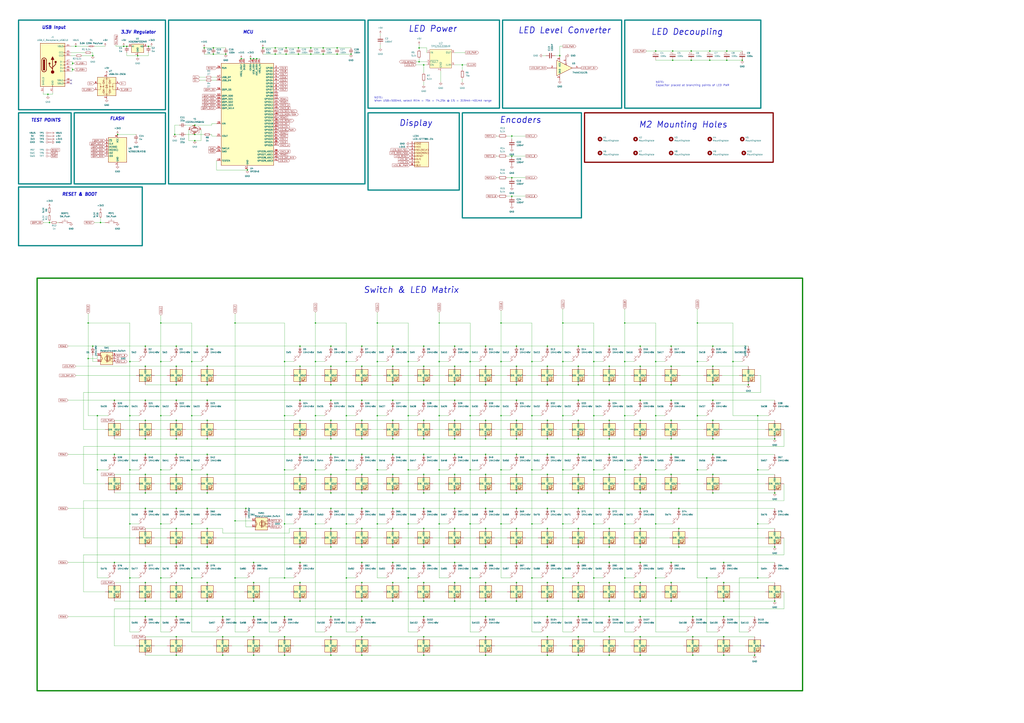
<source format=kicad_sch>
(kicad_sch (version 20230121) (generator eeschema)
  (paper "A1")
  (junction (at 233.68 430.53))
  (junction (at 144.78 417.83))
  (junction (at 538.48 474.98))
  (junction (at 551.18 478.79))
  (junction (at 525.78 417.83))
  (junction (at 132.08 341.63))
  (junction (at 106.68 430.53))
  (junction (at 297.18 478.79))
  (junction (at 322.58 462.28))
  (junction (at 144.78 494.03))
  (junction (at 373.38 417.83))
  (junction (at 500.38 345.44))
  (junction (at 398.78 328.93))
  (junction (at 144.78 316.23))
  (junction (at 449.58 300.99))
  (junction (at 284.48 341.63))
  (junction (at 513.08 474.98))
  (junction (at 424.18 300.99))
  (junction (at 500.38 360.68))
  (junction (at 487.68 297.18))
  (junction (at 398.78 449.58))
  (junction (at 462.28 474.98))
  (junction (at 265.43 44.45))
  (junction (at 297.18 373.38))
  (junction (at 322.58 417.83))
  (junction (at 233.68 474.98))
  (junction (at 500.38 523.24))
  (junction (at 104.14 38.1))
  (junction (at 157.48 341.63))
  (junction (at 297.18 538.48))
  (junction (at 622.3 341.63))
  (junction (at 297.18 494.03))
  (junction (at 513.08 341.63))
  (junction (at 201.93 417.83))
  (junction (at 297.18 462.28))
  (junction (at 106.68 341.63))
  (junction (at 386.08 341.63))
  (junction (at 347.98 478.79))
  (junction (at 246.38 462.28))
  (junction (at 347.98 389.89))
  (junction (at 500.38 389.89))
  (junction (at 271.78 360.68))
  (junction (at 551.18 284.48))
  (junction (at 271.78 316.23))
  (junction (at 398.78 494.03))
  (junction (at 245.11 39.37))
  (junction (at 487.68 341.63))
  (junction (at 567.69 49.53))
  (junction (at 449.58 434.34))
  (junction (at 436.88 430.53))
  (junction (at 246.38 300.99))
  (junction (at 233.68 297.18))
  (junction (at 568.96 538.48))
  (junction (at 144.78 373.38))
  (junction (at 424.18 373.38))
  (junction (at 255.27 44.45))
  (junction (at 500.38 373.38))
  (junction (at 552.45 49.53))
  (junction (at 386.08 297.18))
  (junction (at 271.78 373.38))
  (junction (at 551.18 373.38))
  (junction (at 411.48 297.18))
  (junction (at 582.93 41.91))
  (junction (at 335.28 386.08))
  (junction (at 424.18 360.68))
  (junction (at 284.48 430.53))
  (junction (at 215.9 39.37))
  (junction (at 424.18 434.34))
  (junction (at 226.06 39.37))
  (junction (at 297.18 405.13))
  (junction (at 322.58 494.03))
  (junction (at 271.78 449.58))
  (junction (at 246.38 434.34))
  (junction (at 297.18 284.48))
  (junction (at 551.18 494.03))
  (junction (at 347.98 373.38))
  (junction (at 132.08 265.43))
  (junction (at 360.68 265.43))
  (junction (at 335.28 474.98))
  (junction (at 170.18 328.93))
  (junction (at 424.18 494.03))
  (junction (at 265.43 39.37))
  (junction (at 309.88 265.43))
  (junction (at 297.18 316.23))
  (junction (at 596.9 41.91))
  (junction (at 208.28 523.24))
  (junction (at 487.68 474.98))
  (junction (at 594.36 478.79))
  (junction (at 170.18 316.23))
  (junction (at 500.38 462.28))
  (junction (at 76.2 45.72))
  (junction (at 420.37 161.29))
  (junction (at 208.28 462.28))
  (junction (at 144.78 506.73))
  (junction (at 347.98 300.99))
  (junction (at 449.58 373.38))
  (junction (at 144.78 300.99))
  (junction (at 398.78 360.68))
  (junction (at 398.78 389.89))
  (junction (at 525.78 284.48))
  (junction (at 271.78 345.44))
  (junction (at 474.98 373.38))
  (junction (at 208.28 478.79))
  (junction (at 119.38 389.89))
  (junction (at 246.38 389.89))
  (junction (at 322.58 389.89))
  (junction (at 525.78 405.13))
  (junction (at 170.18 449.58))
  (junction (at 132.08 297.18))
  (junction (at 386.08 430.53))
  (junction (at 144.78 449.58))
  (junction (at 160.02 115.57))
  (junction (at 347.98 316.23))
  (junction (at 614.68 316.23))
  (junction (at 208.28 48.26))
  (junction (at 119.38 417.83))
  (junction (at 525.78 360.68))
  (junction (at 80.01 386.08))
  (junction (at 525.78 300.99))
  (junction (at 436.88 341.63))
  (junction (at 449.58 478.79))
  (junction (at 259.08 265.43))
  (junction (at 246.38 478.79))
  (junction (at 347.98 434.34))
  (junction (at 170.18 478.79))
  (junction (at 170.18 494.03))
  (junction (at 500.38 434.34))
  (junction (at 525.78 316.23))
  (junction (at 386.08 386.08))
  (junction (at 551.18 360.68))
  (junction (at 193.04 427.99))
  (junction (at 271.78 300.99))
  (junction (at 193.04 474.98))
  (junction (at 424.18 462.28))
  (junction (at 144.78 284.48))
  (junction (at 246.38 328.93))
  (junction (at 322.58 449.58))
  (junction (at 424.18 389.89))
  (junction (at 167.64 39.37))
  (junction (at 474.98 417.83))
  (junction (at 585.47 360.68))
  (junction (at 297.18 300.99))
  (junction (at 297.18 523.24))
  (junction (at 344.17 39.37))
  (junction (at 119.38 360.68))
  (junction (at 347.98 506.73))
  (junction (at 373.38 405.13))
  (junction (at 271.78 506.73))
  (junction (at 500.38 478.79))
  (junction (at 322.58 284.48))
  (junction (at 474.98 345.44))
  (junction (at 552.45 41.91))
  (junction (at 284.48 474.98))
  (junction (at 500.38 449.58))
  (junction (at 474.98 494.03))
  (junction (at 585.47 300.99))
  (junction (at 144.78 462.28))
  (junction (at 398.78 538.48))
  (junction (at 170.18 434.34))
  (junction (at 424.18 316.23))
  (junction (at 513.08 265.43))
  (junction (at 538.48 386.08))
  (junction (at 373.38 462.28))
  (junction (at 474.98 478.79))
  (junction (at 398.78 284.48))
  (junction (at 246.38 405.13))
  (junction (at 271.78 284.48))
  (junction (at 297.18 389.89))
  (junction (at 246.38 316.23))
  (junction (at 449.58 462.28))
  (junction (at 420.37 111.76))
  (junction (at 144.78 345.44))
  (junction (at 119.38 328.93))
  (junction (at 585.47 389.89))
  (junction (at 449.58 389.89))
  (junction (at 398.78 434.34))
  (junction (at 271.78 417.83))
  (junction (at 106.68 386.08))
  (junction (at 386.08 474.98))
  (junction (at 525.78 538.48))
  (junction (at 132.08 474.98))
  (junction (at 449.58 360.68))
  (junction (at 373.38 328.93))
  (junction (at 449.58 328.93))
  (junction (at 449.58 538.48))
  (junction (at 175.26 44.45))
  (junction (at 500.38 284.48))
  (junction (at 157.48 474.98))
  (junction (at 619.76 538.48))
  (junction (at 572.77 386.08))
  (junction (at 424.18 284.48))
  (junction (at 500.38 494.03))
  (junction (at 284.48 386.08))
  (junction (at 398.78 417.83))
  (junction (at 538.48 341.63))
  (junction (at 449.58 506.73))
  (junction (at 373.38 494.03))
  (junction (at 322.58 328.93))
  (junction (at 462.28 341.63))
  (junction (at 585.47 284.48))
  (junction (at 538.48 430.53))
  (junction (at 585.47 373.38))
  (junction (at 160.02 110.49))
  (junction (at 288.29 44.45))
  (junction (at 322.58 478.79))
  (junction (at 309.88 341.63))
  (junction (at 572.77 341.63))
  (junction (at 398.78 462.28))
  (junction (at 170.18 405.13))
  (junction (at 373.38 345.44))
  (junction (at 360.68 430.53))
  (junction (at 175.26 39.37))
  (junction (at 170.18 417.83))
  (junction (at 233.68 341.63))
  (junction (at 411.48 341.63))
  (junction (at 170.18 284.48))
  (junction (at 360.68 297.18))
  (junction (at 284.48 297.18))
  (junction (at 360.68 341.63))
  (junction (at 594.36 523.24))
  (junction (at 424.18 405.13))
  (junction (at 557.53 434.34))
  (junction (at 487.68 430.53))
  (junction (at 271.78 389.89))
  (junction (at 449.58 405.13))
  (junction (at 462.28 386.08))
  (junction (at 411.48 386.08))
  (junction (at 119.38 345.44))
  (junction (at 233.68 523.24))
  (junction (at 297.18 328.93))
  (junction (at 594.36 462.28))
  (junction (at 398.78 405.13))
  (junction (at 198.12 48.26))
  (junction (at 347.98 53.34))
  (junction (at 322.58 360.68))
  (junction (at 157.48 430.53))
  (junction (at 335.28 341.63))
  (junction (at 462.28 430.53))
  (junction (at 347.98 417.83))
  (junction (at 572.77 297.18))
  (junction (at 234.95 44.45))
  (junction (at 271.78 523.24))
  (junction (at 271.78 328.93))
  (junction (at 347.98 449.58))
  (junction (at 525.78 373.38))
  (junction (at 234.95 39.37))
  (junction (at 335.28 430.53))
  (junction (at 309.88 430.53))
  (junction (at 347.98 405.13))
  (junction (at 436.88 386.08))
  (junction (at 297.18 360.68))
  (junction (at 557.53 417.83))
  (junction (at 62.23 38.1))
  (junction (at 185.42 44.45))
  (junction (at 513.08 430.53))
  (junction (at 474.98 328.93))
  (junction (at 39.37 77.47))
  (junction (at 500.38 300.99))
  (junction (at 157.48 386.08))
  (junction (at 259.08 341.63))
  (junction (at 420.37 128.27))
  (junction (at 246.38 284.48))
  (junction (at 636.27 405.13))
  (junction (at 246.38 373.38))
  (junction (at 255.27 39.37))
  (junction (at 474.98 360.68))
  (junction (at 170.18 300.99))
  (junction (at 636.27 449.58))
  (junction (at 567.69 41.91))
  (junction (at 347.98 328.93))
  (junction (at 487.68 386.08))
  (junction (at 373.38 389.89))
  (junction (at 594.36 538.48))
  (junction (at 203.2 139.7))
  (junction (at 259.08 386.08))
  (junction (at 398.78 373.38))
  (junction (at 436.88 297.18))
  (junction (at 525.78 328.93))
  (junction (at 93.98 328.93))
  (junction (at 106.68 474.98))
  (junction (at 594.36 494.03))
  (junction (at 398.78 316.23))
  (junction (at 449.58 345.44))
  (junction (at 335.28 297.18))
  (junction (at 121.92 38.1))
  (junction (at 398.78 345.44))
  (junction (at 271.78 434.34))
  (junction (at 259.08 297.18))
  (junction (at 226.06 44.45))
  (junction (at 297.18 434.34))
  (junction (at 582.93 49.53))
  (junction (at 525.78 434.34))
  (junction (at 585.47 328.93))
  (junction (at 398.78 523.24))
  (junction (at 474.98 538.48))
  (junction (at 106.68 297.18))
  (junction (at 143.51 110.49))
  (junction (at 449.58 449.58))
  (junction (at 449.58 494.03))
  (junction (at 424.18 345.44))
  (junction (at 144.78 328.93))
  (junction (at 245.11 44.45))
  (junction (at 132.08 430.53))
  (junction (at 601.98 297.18))
  (junction (at 59.69 52.07))
  (junction (at 525.78 449.58))
  (junction (at 474.98 389.89))
  (junction (at 208.28 538.48))
  (junction (at 160.02 102.87))
  (junction (at 271.78 405.13))
  (junction (at 208.28 494.03))
  (junction (at 347.98 284.48))
  (junction (at 538.48 297.18))
  (junction (at 119.38 494.03))
  (junction (at 585.47 345.44))
  (junction (at 568.96 506.73))
  (junction (at 309.88 386.08))
  (junction (at 297.18 449.58))
  (junction (at 420.37 146.05))
  (junction (at 322.58 345.44))
  (junction (at 500.38 506.73))
  (junction (at 449.58 523.24))
  (junction (at 594.36 506.73))
  (junction (at 551.18 328.93))
  (junction (at 525.78 478.79))
  (junction (at 276.86 44.45))
  (junction (at 551.18 462.28))
  (junction (at 557.53 449.58))
  (junction (at 411.48 265.43))
  (junction (at 424.18 417.83))
  (junction (at 622.3 474.98))
  (junction (at 119.38 284.48))
  (junction (at 398.78 478.79))
  (junction (at 144.78 538.48))
  (junction (at 525.78 389.89))
  (junction (at 246.38 345.44))
  (junction (at 170.18 360.68))
  (junction (at 436.88 474.98))
  (junction (at 525.78 523.24))
  (junction (at 322.58 316.23))
  (junction (at 246.38 417.83))
  (junction (at 72.39 294.64))
  (junction (at 101.6 38.1))
  (junction (at 170.18 389.89))
  (junction (at 513.08 297.18))
  (junction (at 500.38 328.93))
  (junction (at 233.68 538.48))
  (junction (at 373.38 434.34))
  (junction (at 580.39 474.98))
  (junction (at 119.38 300.99))
  (junction (at 449.58 417.83))
  (junction (at 205.74 48.26))
  (junction (at 144.78 523.24))
  (junction (at 347.98 345.44))
  (junction (at 210.82 48.26))
  (junction (at 500.38 538.48))
  (junction (at 474.98 506.73))
  (junction (at 322.58 300.99))
  (junction (at 596.9 49.53))
  (junction (at 373.38 300.99))
  (junction (at 398.78 506.73))
  (junction (at 182.88 506.73))
  (junction (at 636.27 494.03))
  (junction (at 72.39 265.43))
  (junction (at 157.48 297.18))
  (junction (at 144.78 389.89))
  (junction (at 322.58 434.34))
  (junction (at 474.98 300.99))
  (junction (at 551.18 389.89))
  (junction (at 119.38 405.13))
  (junction (at 525.78 494.03))
  (junction (at 622.3 386.08))
  (junction (at 474.98 449.58))
  (junction (at 309.88 297.18))
  (junction (at 398.78 300.99))
  (junction (at 297.18 345.44))
  (junction (at 525.78 506.73))
  (junction (at 233.68 506.73))
  (junction (at 347.98 538.48))
  (junction (at 572.77 265.43))
  (junction (at 622.3 430.53))
  (junction (at 347.98 360.68))
  (junction (at 373.38 360.68))
  (junction (at 636.27 360.68))
  (junction (at 474.98 523.24))
  (junction (at 119.38 373.38))
  (junction (at 259.08 430.53))
  (junction (at 297.18 506.73))
  (junction (at 424.18 328.93))
  (junction (at 344.17 50.8))
  (junction (at 347.98 523.24))
  (junction (at 551.18 300.99))
  (junction (at 379.73 53.34))
  (junction (at 144.78 434.34))
  (junction (at 424.18 449.58))
  (junction (at 513.08 386.08))
  (junction (at 500.38 316.23))
  (junction (at 538.48 41.91))
  (junction (at 474.98 405.13))
  (junction (at 449.58 284.48))
  (junction (at 322.58 373.38))
  (junction (at 276.86 39.37))
  (junction (at 449.58 316.23))
  (junction (at 144.78 478.79))
  (junction (at 182.88 538.48))
  (junction (at 609.6 49.53))
  (junction (at 459.74 45.72))
  (junction (at 119.38 462.28))
  (junction (at 360.68 386.08))
  (junction (at 373.38 478.79))
  (junction (at 59.69 57.15))
  (junction (at 40.64 182.88))
  (junction (at 144.78 405.13))
  (junction (at 424.18 478.79))
  (junction (at 525.78 462.28))
  (junction (at 500.38 417.83))
  (junction (at 373.38 316.23))
  (junction (at 373.38 449.58))
  (junction (at 170.18 345.44))
  (junction (at 551.18 316.23))
  (junction (at 551.18 405.13))
  (junction (at 525.78 345.44))
  (junction (at 373.38 284.48))
  (junction (at 119.38 478.79))
  (junction (at 585.47 405.13))
  (junction (at 93.98 462.28))
  (junction (at 233.68 386.08))
  (junction (at 462.28 265.43))
  (junction (at 82.55 182.88))
  (junction (at 208.28 506.73))
  (junction (at 474.98 434.34))
  (junction (at 132.08 386.08))
  (junction (at 182.88 523.24))
  (junction (at 568.96 523.24))
  (junction (at 76.2 284.48))
  (junction (at 474.98 316.23))
  (junction (at 347.98 494.03))
  (junction (at 96.52 110.49))
  (junction (at 322.58 405.13))
  (junction (at 113.03 45.72))
  (junction (at 246.38 360.68))
  (junction (at 411.48 430.53))
  (junction (at 119.38 506.73))
  (junction (at 585.47 316.23))
  (junction (at 462.28 297.18))
  (junction (at 246.38 494.03))
  (junction (at 297.18 417.83))
  (junction (at 373.38 373.38))
  (junction (at 500.38 405.13))
  (junction (at 193.04 265.43))
  (junction (at 271.78 538.48))
  (junction (at 474.98 462.28))
  (junction (at 474.98 284.48))
  (junction (at 170.18 373.38))
  (junction (at 93.98 373.38))
  (junction (at 246.38 449.58))
  (junction (at 144.78 360.68))
  (junction (at 170.18 462.28))
  (junction (at 80.01 341.63))
  (junction (at 347.98 462.28))
  (junction (at 551.18 345.44))
  (no_connect (at 58.42 68.58))
  (no_connect (at 627.38 530.86))
  (no_connect (at 58.42 66.04))
  (wire (pts (xy 500.38 328.93) (xy 525.78 328.93)))
  (wire (pts (xy 182.88 438.15) (xy 237.49 438.15)))
  (wire (pts (xy 360.68 256.54) (xy 360.68 265.43)))
  (wire (pts (xy 297.18 462.28) (xy 322.58 462.28)))
  (wire (pts (xy 322.58 316.23) (xy 347.98 316.23)))
  (wire (pts (xy 500.38 523.24) (xy 525.78 523.24)))
  (wire (pts (xy 513.08 254) (xy 513.08 265.43)))
  (wire (pts (xy 132.08 259.08) (xy 132.08 265.43)))
  (wire (pts (xy 373.38 328.93) (xy 398.78 328.93)))
  (wire (pts (xy 322.58 345.44) (xy 347.98 345.44)))
  (wire (pts (xy 500.38 284.48) (xy 525.78 284.48)))
  (wire (pts (xy 462.28 430.53) (xy 469.9 430.53)))
  (wire (pts (xy 594.36 538.48) (xy 619.76 538.48)))
  (wire (pts (xy 297.18 506.73) (xy 347.98 506.73)))
  (wire (pts (xy 580.39 474.98) (xy 589.28 474.98)))
  (wire (pts (xy 201.93 433.07) (xy 207.01 433.07)))
  (wire (pts (xy 373.38 449.58) (xy 398.78 449.58)))
  (wire (pts (xy 119.38 328.93) (xy 144.78 328.93)))
  (wire (pts (xy 284.48 386.08) (xy 292.1 386.08)))
  (wire (pts (xy 259.08 341.63) (xy 266.7 341.63)))
  (wire (pts (xy 322.58 478.79) (xy 347.98 478.79)))
  (wire (pts (xy 420.37 128.27) (xy 431.8 128.27)))
  (wire (pts (xy 284.48 430.53) (xy 284.48 474.98)))
  (wire (pts (xy 121.92 38.1) (xy 124.46 38.1)))
  (wire (pts (xy 424.18 417.83) (xy 449.58 417.83)))
  (wire (pts (xy 386.08 341.63) (xy 386.08 386.08)))
  (wire (pts (xy 177.8 353.06) (xy 238.76 353.06)))
  (wire (pts (xy 482.6 308.61) (xy 492.76 308.61)))
  (wire (pts (xy 208.28 506.73) (xy 208.28 509.27)))
  (wire (pts (xy 455.93 45.72) (xy 459.74 45.72)))
  (wire (pts (xy 436.88 474.98) (xy 444.5 474.98)))
  (wire (pts (xy 322.58 300.99) (xy 347.98 300.99)))
  (wire (pts (xy 386.08 386.08) (xy 393.7 386.08)))
  (wire (pts (xy 62.23 300.99) (xy 119.38 300.99)))
  (wire (pts (xy 335.28 430.53) (xy 335.28 474.98)))
  (wire (pts (xy 322.58 284.48) (xy 347.98 284.48)))
  (wire (pts (xy 462.28 386.08) (xy 462.28 430.53)))
  (wire (pts (xy 416.56 161.29) (xy 420.37 161.29)))
  (wire (pts (xy 246.38 417.83) (xy 271.78 417.83)))
  (wire (pts (xy 551.18 300.99) (xy 585.47 300.99)))
  (wire (pts (xy 449.58 360.68) (xy 474.98 360.68)))
  (wire (pts (xy 525.78 300.99) (xy 551.18 300.99)))
  (wire (pts (xy 572.77 297.18) (xy 572.77 341.63)))
  (wire (pts (xy 210.82 48.26) (xy 213.36 48.26)))
  (wire (pts (xy 462.28 474.98) (xy 469.9 474.98)))
  (wire (pts (xy 132.08 341.63) (xy 132.08 386.08)))
  (wire (pts (xy 558.8 397.51) (xy 577.85 397.51)))
  (wire (pts (xy 585.47 316.23) (xy 614.68 316.23)))
  (wire (pts (xy 72.39 265.43) (xy 72.39 294.64)))
  (wire (pts (xy 157.48 474.98) (xy 157.48 519.43)))
  (wire (pts (xy 622.3 341.63) (xy 631.19 341.63)))
  (wire (pts (xy 93.98 360.68) (xy 119.38 360.68)))
  (wire (pts (xy 513.08 519.43) (xy 520.7 519.43)))
  (wire (pts (xy 360.68 297.18) (xy 360.68 341.63)))
  (wire (pts (xy 525.78 523.24) (xy 568.96 523.24)))
  (wire (pts (xy 495.3 297.18) (xy 487.68 297.18)))
  (wire (pts (xy 297.18 449.58) (xy 322.58 449.58)))
  (wire (pts (xy 474.98 405.13) (xy 500.38 405.13)))
  (wire (pts (xy 208.28 478.79) (xy 246.38 478.79)))
  (wire (pts (xy 580.39 474.98) (xy 580.39 519.43)))
  (wire (pts (xy 424.18 345.44) (xy 449.58 345.44)))
  (wire (pts (xy 551.18 284.48) (xy 585.47 284.48)))
  (wire (pts (xy 557.53 449.58) (xy 636.27 449.58)))
  (wire (pts (xy 500.38 478.79) (xy 525.78 478.79)))
  (wire (pts (xy 80.01 294.64) (xy 72.39 294.64)))
  (wire (pts (xy 265.43 44.45) (xy 276.86 44.45)))
  (wire (pts (xy 601.98 265.43) (xy 601.98 297.18)))
  (wire (pts (xy 157.48 519.43) (xy 177.8 519.43)))
  (wire (pts (xy 297.18 316.23) (xy 322.58 316.23)))
  (wire (pts (xy 167.64 39.37) (xy 175.26 39.37)))
  (wire (pts (xy 474.98 284.48) (xy 500.38 284.48)))
  (wire (pts (xy 398.78 449.58) (xy 424.18 449.58)))
  (wire (pts (xy 431.8 441.96) (xy 441.96 441.96)))
  (wire (pts (xy 347.98 523.24) (xy 398.78 523.24)))
  (wire (pts (xy 347.98 462.28) (xy 373.38 462.28)))
  (wire (pts (xy 335.28 430.53) (xy 342.9 430.53)))
  (wire (pts (xy 551.18 360.68) (xy 585.47 360.68)))
  (wire (pts (xy 622.3 386.08) (xy 622.3 430.53)))
  (wire (pts (xy 572.77 341.63) (xy 572.77 386.08)))
  (wire (pts (xy 420.37 111.76) (xy 431.8 111.76)))
  (wire (pts (xy 237.49 434.34) (xy 246.38 434.34)))
  (wire (pts (xy 335.28 474.98) (xy 342.9 474.98)))
  (wire (pts (xy 297.18 434.34) (xy 322.58 434.34)))
  (wire (pts (xy 622.3 430.53) (xy 622.3 474.98)))
  (wire (pts (xy 144.78 538.48) (xy 182.88 538.48)))
  (wire (pts (xy 436.88 430.53) (xy 444.5 430.53)))
  (wire (pts (xy 420.37 111.76) (xy 420.37 114.3)))
  (wire (pts (xy 424.18 389.89) (xy 449.58 389.89)))
  (wire (pts (xy 96.52 110.49) (xy 111.76 110.49)))
  (wire (pts (xy 347.98 373.38) (xy 373.38 373.38)))
  (wire (pts (xy 360.68 386.08) (xy 360.68 430.53)))
  (wire (pts (xy 322.58 405.13) (xy 347.98 405.13)))
  (wire (pts (xy 143.51 102.87) (xy 147.32 102.87)))
  (wire (pts (xy 407.67 111.76) (xy 408.94 111.76)))
  (wire (pts (xy 500.38 389.89) (xy 525.78 389.89)))
  (wire (pts (xy 74.93 43.18) (xy 76.2 43.18)))
  (wire (pts (xy 424.18 328.93) (xy 449.58 328.93)))
  (wire (pts (xy 538.48 430.53) (xy 552.45 430.53)))
  (wire (pts (xy 398.78 506.73) (xy 449.58 506.73)))
  (wire (pts (xy 297.18 373.38) (xy 322.58 373.38)))
  (wire (pts (xy 182.88 523.24) (xy 182.88 525.78)))
  (wire (pts (xy 77.47 38.1) (xy 86.36 38.1)))
  (wire (pts (xy 58.42 43.18) (xy 69.85 43.18)))
  (wire (pts (xy 144.78 523.24) (xy 182.88 523.24)))
  (wire (pts (xy 68.58 322.58) (xy 68.58 353.06)))
  (wire (pts (xy 474.98 449.58) (xy 500.38 449.58)))
  (wire (pts (xy 76.2 292.1) (xy 76.2 297.18)))
  (wire (pts (xy 322.58 373.38) (xy 347.98 373.38)))
  (wire (pts (xy 144.78 300.99) (xy 170.18 300.99)))
  (wire (pts (xy 170.18 405.13) (xy 246.38 405.13)))
  (wire (pts (xy 152.4 102.87) (xy 160.02 102.87)))
  (wire (pts (xy 601.98 341.63) (xy 622.3 341.63)))
  (wire (pts (xy 508 308.61) (xy 518.16 308.61)))
  (wire (pts (xy 474.98 345.44) (xy 500.38 345.44)))
  (wire (pts (xy 170.18 328.93) (xy 246.38 328.93)))
  (wire (pts (xy 72.39 294.64) (xy 72.39 341.63)))
  (wire (pts (xy 572.77 386.08) (xy 572.77 474.98)))
  (wire (pts (xy 593.09 308.61) (xy 607.06 308.61)))
  (wire (pts (xy 271.78 434.34) (xy 297.18 434.34)))
  (wire (pts (xy 152.4 308.61) (xy 162.56 308.61)))
  (wire (pts (xy 381 441.96) (xy 391.16 441.96)))
  (wire (pts (xy 106.68 265.43) (xy 106.68 297.18)))
  (wire (pts (xy 411.48 386.08) (xy 411.48 430.53)))
  (wire (pts (xy 297.18 538.48) (xy 347.98 538.48)))
  (wire (pts (xy 500.38 449.58) (xy 525.78 449.58)))
  (wire (pts (xy 416.56 146.05) (xy 420.37 146.05)))
  (wire (pts (xy 386.08 474.98) (xy 393.7 474.98)))
  (wire (pts (xy 533.4 441.96) (xy 549.91 441.96)))
  (wire (pts (xy 457.2 308.61) (xy 467.36 308.61)))
  (wire (pts (xy 449.58 328.93) (xy 474.98 328.93)))
  (wire (pts (xy 233.68 506.73) (xy 271.78 506.73)))
  (wire (pts (xy 474.98 328.93) (xy 500.38 328.93)))
  (wire (pts (xy 68.58 441.96) (xy 111.76 441.96)))
  (wire (pts (xy 68.58 367.03) (xy 643.89 367.03)))
  (wire (pts (xy 246.38 284.48) (xy 271.78 284.48)))
  (wire (pts (xy 157.48 265.43) (xy 157.48 297.18)))
  (wire (pts (xy 487.68 386.08) (xy 487.68 430.53)))
  (wire (pts (xy 106.68 474.98) (xy 114.3 474.98)))
  (wire (pts (xy 436.88 519.43) (xy 444.5 519.43)))
  (wire (pts (xy 355.6 486.41) (xy 365.76 486.41)))
  (wire (pts (xy 304.8 353.06) (xy 314.96 353.06)))
  (wire (pts (xy 508 353.06) (xy 518.16 353.06)))
  (wire (pts (xy 398.78 478.79) (xy 424.18 478.79)))
  (wire (pts (xy 525.78 373.38) (xy 551.18 373.38)))
  (wire (pts (xy 398.78 462.28) (xy 424.18 462.28)))
  (wire (pts (xy 585.47 300.99) (xy 614.68 300.99)))
  (wire (pts (xy 93.98 494.03) (xy 119.38 494.03)))
  (wire (pts (xy 538.48 474.98) (xy 538.48 519.43)))
  (wire (pts (xy 508 441.96) (xy 518.16 441.96)))
  (wire (pts (xy 551.18 316.23) (xy 585.47 316.23)))
  (wire (pts (xy 309.88 265.43) (xy 335.28 265.43)))
  (wire (pts (xy 165.1 115.57) (xy 160.02 115.57)))
  (wire (pts (xy 436.88 430.53) (xy 436.88 474.98)))
  (wire (pts (xy 487.68 265.43) (xy 462.28 265.43)))
  (wire (pts (xy 245.11 39.37) (xy 255.27 39.37)))
  (wire (pts (xy 101.6 486.41) (xy 111.76 486.41)))
  (wire (pts (xy 106.68 474.98) (xy 106.68 519.43)))
  (wire (pts (xy 157.48 474.98) (xy 165.1 474.98)))
  (wire (pts (xy 373.38 389.89) (xy 398.78 389.89)))
  (wire (pts (xy 373.38 345.44) (xy 398.78 345.44)))
  (wire (pts (xy 360.68 265.43) (xy 386.08 265.43)))
  (wire (pts (xy 552.45 41.91) (xy 567.69 41.91)))
  (wire (pts (xy 259.08 430.53) (xy 266.7 430.53)))
  (wire (pts (xy 95.25 38.1) (xy 101.6 38.1)))
  (wire (pts (xy 132.08 265.43) (xy 132.08 297.18)))
  (wire (pts (xy 572.77 297.18) (xy 580.39 297.18)))
  (wire (pts (xy 58.42 50.8) (xy 59.69 50.8)))
  (wire (pts (xy 157.48 386.08) (xy 165.1 386.08)))
  (wire (pts (xy 551.18 328.93) (xy 585.47 328.93)))
  (wire (pts (xy 643.89 397.51) (xy 643.89 411.48)))
  (wire (pts (xy 416.56 128.27) (xy 420.37 128.27)))
  (wire (pts (xy 411.48 265.43) (xy 411.48 297.18)))
  (wire (pts (xy 457.2 486.41) (xy 467.36 486.41)))
  (wire (pts (xy 132.08 265.43) (xy 157.48 265.43)))
  (wire (pts (xy 594.36 462.28) (xy 636.27 462.28)))
  (wire (pts (xy 411.48 265.43) (xy 436.88 265.43)))
  (wire (pts (xy 474.98 389.89) (xy 500.38 389.89)))
  (wire (pts (xy 170.18 434.34) (xy 182.88 434.34)))
  (wire (pts (xy 304.8 441.96) (xy 314.96 441.96)))
  (wire (pts (xy 411.48 297.18) (xy 411.48 341.63)))
  (wire (pts (xy 254 441.96) (xy 264.16 441.96)))
  (wire (pts (xy 157.48 430.53) (xy 165.1 430.53)))
  (wire (pts (xy 127 308.61) (xy 137.16 308.61)))
  (wire (pts (xy 104.14 45.72) (xy 113.03 45.72)))
  (wire (pts (xy 431.8 397.51) (xy 441.96 397.51)))
  (wire (pts (xy 106.68 297.18) (xy 114.3 297.18)))
  (wire (pts (xy 144.78 373.38) (xy 170.18 373.38)))
  (wire (pts (xy 436.88 386.08) (xy 444.5 386.08)))
  (wire (pts (xy 233.68 265.43) (xy 233.68 297.18)))
  (wire (pts (xy 304.8 397.51) (xy 314.96 397.51)))
  (wire (pts (xy 322.58 389.89) (xy 347.98 389.89)))
  (wire (pts (xy 68.58 455.93) (xy 68.58 486.41)))
  (wire (pts (xy 246.38 449.58) (xy 271.78 449.58)))
  (wire (pts (xy 350.52 39.37) (xy 350.52 43.18)))
  (wire (pts (xy 513.08 265.43) (xy 513.08 297.18)))
  (wire (pts (xy 624.84 308.61) (xy 622.3 308.61)))
  (wire (pts (xy 62.23 308.61) (xy 111.76 308.61)))
  (wire (pts (xy 234.95 44.45) (xy 245.11 44.45)))
  (wire (pts (xy 449.58 405.13) (xy 474.98 405.13)))
  (wire (pts (xy 398.78 345.44) (xy 424.18 345.44)))
  (wire (pts (xy 59.69 58.42) (xy 59.69 57.15)))
  (wire (pts (xy 233.68 386.08) (xy 233.68 430.53)))
  (wire (pts (xy 271.78 538.48) (xy 297.18 538.48)))
  (wire (pts (xy 80.01 292.1) (xy 80.01 294.64)))
  (wire (pts (xy 538.48 265.43) (xy 538.48 297.18)))
  (wire (pts (xy 43.18 77.47) (xy 43.18 76.2)))
  (wire (pts (xy 259.08 341.63) (xy 259.08 386.08)))
  (wire (pts (xy 193.04 265.43) (xy 233.68 265.43)))
  (wire (pts (xy 500.38 405.13) (xy 525.78 405.13)))
  (wire (pts (xy 347.98 316.23) (xy 373.38 316.23)))
  (wire (pts (xy 207.01 427.99) (xy 193.04 427.99)))
  (wire (pts (xy 284.48 341.63) (xy 292.1 341.63)))
  (wire (pts (xy 622.3 430.53) (xy 631.19 430.53)))
  (wire (pts (xy 596.9 41.91) (xy 609.6 41.91)))
  (wire (pts (xy 398.78 389.89) (xy 424.18 389.89)))
  (wire (pts (xy 119.38 405.13) (xy 144.78 405.13)))
  (wire (pts (xy 237.49 438.15) (xy 237.49 434.34)))
  (wire (pts (xy 132.08 474.98) (xy 139.7 474.98)))
  (wire (pts (xy 567.69 49.53) (xy 582.93 49.53)))
  (wire (pts (xy 80.01 341.63) (xy 80.01 386.08)))
  (wire (pts (xy 68.58 411.48) (xy 68.58 441.96)))
  (wire (pts (xy 500.38 345.44) (xy 525.78 345.44)))
  (wire (pts (xy 449.58 494.03) (xy 474.98 494.03)))
  (wire (pts (xy 255.27 39.37) (xy 265.43 39.37)))
  (wire (pts (xy 596.9 49.53) (xy 609.6 49.53)))
  (wire (pts (xy 170.18 300.99) (xy 246.38 300.99)))
  (wire (pts (xy 152.4 530.86) (xy 175.26 530.86)))
  (wire (pts (xy 347.98 538.48) (xy 398.78 538.48)))
  (wire (pts (xy 182.88 506.73) (xy 182.88 509.27)))
  (wire (pts (xy 46.99 182.88) (xy 48.26 182.88)))
  (wire (pts (xy 487.68 341.63) (xy 495.3 341.63)))
  (wire (pts (xy 568.96 506.73) (xy 594.36 506.73)))
  (wire (pts (xy 525.78 462.28) (xy 551.18 462.28)))
  (wire (pts (xy 449.58 284.48) (xy 474.98 284.48)))
  (wire (pts (xy 55.88 284.48) (xy 76.2 284.48)))
  (wire (pts (xy 500.38 538.48) (xy 525.78 538.48)))
  (wire (pts (xy 525.78 389.89) (xy 551.18 389.89)))
  (wire (pts (xy 500.38 417.83) (xy 525.78 417.83)))
  (wire (pts (xy 341.63 53.34) (xy 347.98 53.34)))
  (wire (pts (xy 80.01 386.08) (xy 80.01 474.98)))
  (wire (pts (xy 246.38 478.79) (xy 297.18 478.79)))
  (wire (pts (xy 113.03 45.72) (xy 121.92 45.72)))
  (wire (pts (xy 144.78 434.34) (xy 170.18 434.34)))
  (wire (pts (xy 93.98 389.89) (xy 119.38 389.89)))
  (wire (pts (xy 173.99 66.04) (xy 177.8 66.04)))
  (wire (pts (xy 594.36 478.79) (xy 636.27 478.79)))
  (wire (pts (xy 347.98 53.34) (xy 350.52 53.34)))
  (wire (pts (xy 284.48 297.18) (xy 284.48 341.63)))
  (wire (pts (xy 101.6 38.1) (xy 104.14 38.1)))
  (wire (pts (xy 233.68 430.53) (xy 241.3 430.53)))
  (wire (pts (xy 284.48 474.98) (xy 284.48 519.43)))
  (wire (pts (xy 193.04 427.99) (xy 193.04 474.98)))
  (wire (pts (xy 449.58 434.34) (xy 474.98 434.34)))
  (wire (pts (xy 585.47 405.13) (xy 636.27 405.13)))
  (wire (pts (xy 259.08 430.53) (xy 259.08 519.43)))
  (wire (pts (xy 551.18 462.28) (xy 594.36 462.28)))
  (wire (pts (xy 173.99 110.49) (xy 173.99 111.76)))
  (wire (pts (xy 379.73 64.77) (xy 379.73 67.31)))
  (wire (pts (xy 39.37 77.47) (xy 43.18 77.47)))
  (wire (pts (xy 58.42 55.88) (xy 59.69 55.88)))
  (wire (pts (xy 93.98 500.38) (xy 643.89 500.38)))
  (wire (pts (xy 233.68 430.53) (xy 233.68 474.98)))
  (wire (pts (xy 594.36 523.24) (xy 619.76 523.24)))
  (wire (pts (xy 254 486.41) (xy 289.56 486.41)))
  (wire (pts (xy 436.88 297.18) (xy 444.5 297.18)))
  (wire (pts (xy 93.98 405.13) (xy 119.38 405.13)))
  (wire (pts (xy 330.2 308.61) (xy 340.36 308.61)))
  (wire (pts (xy 407.67 146.05) (xy 408.94 146.05)))
  (wire (pts (xy 309.88 297.18) (xy 317.5 297.18)))
  (wire (pts (xy 297.18 417.83) (xy 322.58 417.83)))
  (wire (pts (xy 406.4 441.96) (xy 416.56 441.96)))
  (wire (pts (xy 360.68 430.53) (xy 368.3 430.53)))
  (wire (pts (xy 271.78 389.89) (xy 297.18 389.89)))
  (wire (pts (xy 585.47 373.38) (xy 636.27 373.38)))
  (wire (pts (xy 594.36 494.03) (xy 636.27 494.03)))
  (wire (pts (xy 431.8 353.06) (xy 441.96 353.06)))
  (wire (pts (xy 508 530.86) (xy 518.16 530.86)))
  (wire (pts (xy 284.48 430.53) (xy 292.1 430.53)))
  (wire (pts (xy 381 353.06) (xy 391.16 353.06)))
  (wire (pts (xy 132.08 386.08) (xy 139.7 386.08)))
  (wire (pts (xy 93.98 345.44) (xy 119.38 345.44)))
  (wire (pts (xy 347.98 506.73) (xy 398.78 506.73)))
  (wire (pts (xy 373.38 284.48) (xy 398.78 284.48)))
  (wire (pts (xy 457.2 397.51) (xy 467.36 397.51)))
  (wire (pts (xy 551.18 389.89) (xy 585.47 389.89)))
  (wire (pts (xy 119.38 434.34) (xy 144.78 434.34)))
  (wire (pts (xy 127 441.96) (xy 137.16 441.96)))
  (wire (pts (xy 208.28 523.24) (xy 208.28 525.78)))
  (wire (pts (xy 594.36 506.73) (xy 619.76 506.73)))
  (wire (pts (xy 457.2 530.86) (xy 467.36 530.86)))
  (wire (pts (xy 172.72 110.49) (xy 173.99 110.49)))
  (wire (pts (xy 572.77 265.43) (xy 601.98 265.43)))
  (wire (pts (xy 344.17 39.37) (xy 350.52 39.37)))
  (wire (pts (xy 68.58 486.41) (xy 86.36 486.41)))
  (wire (pts (xy 386.08 265.43) (xy 386.08 297.18)))
  (wire (pts (xy 245.11 44.45) (xy 255.27 44.45)))
  (wire (pts (xy 330.2 441.96) (xy 340.36 441.96)))
  (wire (pts (xy 271.78 373.38) (xy 297.18 373.38)))
  (wire (pts (xy 157.48 297.18) (xy 165.1 297.18)))
  (wire (pts (xy 567.69 41.91) (xy 582.93 41.91)))
  (wire (pts (xy 538.48 341.63) (xy 546.1 341.63)))
  (wire (pts (xy 513.08 341.63) (xy 520.7 341.63)))
  (wire (pts (xy 565.15 441.96) (xy 628.65 441.96)))
  (wire (pts (xy 335.28 474.98) (xy 335.28 519.43)))
  (wire (pts (xy 449.58 417.83) (xy 474.98 417.83)))
  (wire (pts (xy 411.48 386.08) (xy 419.1 386.08)))
  (wire (pts (xy 449.58 478.79) (xy 474.98 478.79)))
  (wire (pts (xy 585.47 360.68) (xy 636.27 360.68)))
  (wire (pts (xy 113.03 46.99) (xy 113.03 45.72)))
  (wire (pts (xy 525.78 434.34) (xy 557.53 434.34)))
  (wire (pts (xy 551.18 494.03) (xy 594.36 494.03)))
  (wire (pts (xy 424.18 462.28) (xy 449.58 462.28)))
  (wire (pts (xy 322.58 462.28) (xy 347.98 462.28)))
  (wire (pts (xy 170.18 360.68) (xy 246.38 360.68)))
  (wire (pts (xy 525.78 478.79) (xy 551.18 478.79)))
  (wire (pts (xy 259.08 297.18) (xy 259.08 341.63)))
  (wire (pts (xy 487.68 297.18) (xy 487.68 265.43)))
  (wire (pts (xy 500.38 494.03) (xy 525.78 494.03)))
  (wire (pts (xy 513.08 341.63) (xy 513.08 386.08)))
  (wire (pts (xy 398.78 316.23) (xy 424.18 316.23)))
  (wire (pts (xy 474.98 316.23) (xy 500.38 316.23)))
  (wire (pts (xy 82.55 179.07) (xy 82.55 182.88)))
  (wire (pts (xy 182.88 434.34) (xy 182.88 438.15)))
  (wire (pts (xy 530.86 41.91) (xy 538.48 41.91)))
  (wire (pts (xy 411.48 255.27) (xy 411.48 265.43)))
  (wire (pts (xy 462.28 265.43) (xy 462.28 297.18)))
  (wire (pts (xy 297.18 345.44) (xy 322.58 345.44)))
  (wire (pts (xy 173.99 63.5) (xy 177.8 63.5)))
  (wire (pts (xy 525.78 345.44) (xy 551.18 345.44)))
  (wire (pts (xy 487.68 474.98) (xy 495.3 474.98)))
  (wire (pts (xy 173.99 102.87) (xy 173.99 101.6)))
  (wire (pts (xy 398.78 300.99) (xy 424.18 300.99)))
  (wire (pts (xy 246.38 462.28) (xy 297.18 462.28)))
  (wire (pts (xy 513.08 474.98) (xy 513.08 519.43)))
  (wire (pts (xy 411.48 430.53) (xy 419.1 430.53)))
  (wire (pts (xy 407.67 128.27) (xy 408.94 128.27)))
  (wire (pts (xy 436.88 341.63) (xy 444.5 341.63)))
  (wire (pts (xy 297.18 478.79) (xy 322.58 478.79)))
  (wire (pts (xy 449.58 389.89) (xy 474.98 389.89)))
  (wire (pts (xy 568.96 538.48) (xy 594.36 538.48)))
  (wire (pts (xy 513.08 430.53) (xy 520.7 430.53)))
  (wire (pts (xy 373.38 462.28) (xy 398.78 462.28)))
  (wire (pts (xy 558.8 353.06) (xy 577.85 353.06)))
  (wire (pts (xy 208.28 462.28) (xy 246.38 462.28)))
  (wire (pts (xy 246.38 328.93) (xy 271.78 328.93)))
  (wire (pts (xy 335.28 341.63) (xy 335.28 386.08)))
  (wire (pts (xy 297.18 360.68) (xy 322.58 360.68)))
  (wire (pts (xy 513.08 430.53) (xy 513.08 474.98)))
  (wire (pts (xy 525.78 506.73) (xy 568.96 506.73)))
  (wire (pts (xy 525.78 316.23) (xy 551.18 316.23)))
  (wire (pts (xy 82.55 182.88) (xy 86.36 182.88)))
  (wire (pts (xy 585.47 328.93) (xy 636.27 328.93)))
  (wire (pts (xy 309.88 386.08) (xy 309.88 430.53)))
  (wire (pts (xy 271.78 300.99) (xy 297.18 300.99)))
  (wire (pts (xy 436.88 341.63) (xy 436.88 386.08)))
  (wire (pts (xy 462.28 474.98) (xy 462.28 519.43)))
  (wire (pts (xy 68.58 411.48) (xy 643.89 411.48)))
  (wire (pts (xy 383.54 53.34) (xy 379.73 53.34)))
  (wire (pts (xy 119.38 478.79) (xy 144.78 478.79)))
  (wire (pts (xy 361.95 67.31) (xy 361.95 58.42)))
  (wire (pts (xy 411.48 297.18) (xy 419.1 297.18)))
  (wire (pts (xy 167.64 44.45) (xy 175.26 44.45)))
  (wire (pts (xy 386.08 341.63) (xy 393.7 341.63)))
  (wire (pts (xy 386.08 474.98) (xy 386.08 519.43)))
  (wire (pts (xy 525.78 328.93) (xy 551.18 328.93)))
  (wire (pts (xy 525.78 494.03) (xy 551.18 494.03)))
  (wire (pts (xy 55.88 417.83) (xy 119.38 417.83)))
  (wire (pts (xy 58.42 58.42) (xy 59.69 58.42)))
  (wire (pts (xy 297.18 523.24) (xy 347.98 523.24)))
  (wire (pts (xy 215.9 530.86) (xy 226.06 530.86)))
  (wire (pts (xy 386.08 297.18) (xy 386.08 341.63)))
  (wire (pts (xy 201.93 425.45) (xy 201.93 433.07)))
  (wire (pts (xy 312.42 36.83) (xy 312.42 39.37)))
  (wire (pts (xy 144.78 316.23) (xy 170.18 316.23)))
  (wire (pts (xy 459.74 38.1) (xy 459.74 45.72)))
  (wire (pts (xy 297.18 328.93) (xy 322.58 328.93)))
  (wire (pts (xy 347.98 284.48) (xy 373.38 284.48)))
  (wire (pts (xy 538.48 430.53) (xy 538.48 474.98)))
  (wire (pts (xy 170.18 449.58) (xy 246.38 449.58)))
  (wire (pts (xy 462.28 297.18) (xy 462.28 341.63)))
  (wire (pts (xy 264.16 530.86) (xy 241.3 530.86)))
  (wire (pts (xy 170.18 478.79) (xy 208.28 478.79)))
  (wire (pts (xy 500.38 360.68) (xy 525.78 360.68)))
  (wire (pts (xy 80.01 341.63) (xy 88.9 341.63)))
  (wire (pts (xy 62.23 38.1) (xy 72.39 38.1)))
  (wire (pts (xy 132.08 341.63) (xy 139.7 341.63)))
  (wire (pts (xy 335.28 265.43) (xy 335.28 297.18)))
  (wire (pts (xy 259.08 386.08) (xy 266.7 386.08)))
  (wire (pts (xy 104.14 38.1) (xy 105.41 38.1)))
  (wire (pts (xy 154.94 106.68) (xy 154.94 115.57)))
  (wire (pts (xy 238.76 486.41) (xy 215.9 486.41)))
  (wire (pts (xy 271.78 405.13) (xy 297.18 405.13)))
  (wire (pts (xy 80.01 474.98) (xy 88.9 474.98)))
  (wire (pts (xy 622.3 386.08) (xy 631.19 386.08)))
  (wire (pts (xy 93.98 328.93) (xy 119.38 328.93)))
  (wire (pts (xy 420.37 146.05) (xy 431.8 146.05)))
  (wire (pts (xy 77.47 182.88) (xy 82.55 182.88)))
  (wire (pts (xy 398.78 538.48) (xy 449.58 538.48)))
  (wire (pts (xy 373.38 373.38) (xy 398.78 373.38)))
  (wire (pts (xy 398.78 360.68) (xy 424.18 360.68)))
  (wire (pts (xy 322.58 494.03) (xy 347.98 494.03)))
  (wire (pts (xy 68.58 322.58) (xy 624.84 322.58)))
  (wire (pts (xy 177.8 308.61) (xy 238.76 308.61)))
  (wire (pts (xy 72.39 257.81) (xy 72.39 265.43)))
  (wire (pts (xy 177.8 132.08) (xy 177.8 139.7)))
  (wire (pts (xy 226.06 39.37) (xy 234.95 39.37)))
  (wire (pts (xy 335.28 519.43) (xy 342.9 519.43)))
  (wire (pts (xy 40.64 182.88) (xy 41.91 182.88)))
  (wire (pts (xy 445.77 45.72) (xy 448.31 45.72)))
  (wire (pts (xy 347.98 405.13) (xy 373.38 405.13)))
  (wire (pts (xy 344.17 50.8) (xy 350.52 50.8)))
  (wire (pts (xy 381 397.51) (xy 391.16 397.51)))
  (wire (pts (xy 347.98 300.99) (xy 373.38 300.99)))
  (wire (pts (xy 143.51 110.49) (xy 143.51 102.87)))
  (wire (pts (xy 582.93 49.53) (xy 596.9 49.53)))
  (wire (pts (xy 220.98 519.43) (xy 228.6 519.43)))
  (wire (pts (xy 279.4 530.86) (xy 289.56 530.86)))
  (wire (pts (xy 557.53 417.83) (xy 636.27 417.83)))
  (wire (pts (xy 304.8 486.41) (xy 314.96 486.41)))
  (wire (pts (xy 347.98 67.31) (xy 347.98 69.85)))
  (wire (pts (xy 424.18 300.99) (xy 449.58 300.99)))
  (wire (pts (xy 482.6 441.96) (xy 492.76 441.96)))
  (wire (pts (xy 457.2 353.06) (xy 467.36 353.06)))
  (wire (pts (xy 157.48 341.63) (xy 157.48 386.08)))
  (wire (pts (xy 449.58 373.38) (xy 474.98 373.38)))
  (wire (pts (xy 373.38 417.83) (xy 398.78 417.83)))
  (wire (pts (xy 538.48 41.91) (xy 552.45 41.91)))
  (wire (pts (xy 234.95 39.37) (xy 245.11 39.37)))
  (wire (pts (xy 513.08 386.08) (xy 513.08 430.53)))
  (wire (pts (xy 271.78 417.83) (xy 297.18 417.83)))
  (wire (pts (xy 309.88 341.63) (xy 309.88 386.08)))
  (wire (pts (xy 144.78 405.13) (xy 170.18 405.13)))
  (wire (pts (xy 386.08 519.43) (xy 393.7 519.43)))
  (wire (pts (xy 55.88 506.73) (xy 119.38 506.73)))
  (wire (pts (xy 580.39 474.98) (xy 572.77 474.98)))
  (wire (pts (xy 119.38 523.24) (xy 144.78 523.24)))
  (wire (pts (xy 93.98 500.38) (xy 93.98 530.86)))
  (wire (pts (xy 572.77 265.43) (xy 572.77 297.18)))
  (wire (pts (xy 220.98 474.98) (xy 220.98 519.43)))
  (wire (pts (xy 271.78 328.93) (xy 297.18 328.93)))
  (wire (pts (xy 500.38 462.28) (xy 525.78 462.28)))
  (wire (pts (xy 279.4 397.51) (xy 289.56 397.51)))
  (wire (pts (xy 552.45 49.53) (xy 567.69 49.53)))
  (wire (pts (xy 144.78 389.89) (xy 170.18 389.89)))
  (wire (pts (xy 386.08 430.53) (xy 393.7 430.53)))
  (wire (pts (xy 525.78 284.48) (xy 551.18 284.48)))
  (wire (pts (xy 119.38 449.58) (xy 144.78 449.58)))
  (wire (pts (xy 193.04 257.81) (xy 193.04 265.43)))
  (wire (pts (xy 284.48 341.63) (xy 284.48 386.08)))
  (wire (pts (xy 59.69 55.88) (xy 59.69 57.15)))
  (wire (pts (xy 347.98 389.89) (xy 373.38 389.89)))
  (wire (pts (xy 424.18 373.38) (xy 449.58 373.38)))
  (wire (pts (xy 80.01 386.08) (xy 88.9 386.08)))
  (wire (pts (xy 233.68 341.63) (xy 241.3 341.63)))
  (wire (pts (xy 309.88 386.08) (xy 317.5 386.08)))
  (wire (pts (xy 449.58 449.58) (xy 474.98 449.58)))
  (wire (pts (xy 152.4 353.06) (xy 162.56 353.06)))
  (wire (pts (xy 347.98 417.83) (xy 373.38 417.83)))
  (wire (pts (xy 424.18 284.48) (xy 449.58 284.48)))
  (wire (pts (xy 330.2 397.51) (xy 340.36 397.51)))
  (wire (pts (xy 35.56 77.47) (xy 39.37 77.47)))
  (wire (pts (xy 355.6 308.61) (xy 365.76 308.61)))
  (wire (pts (xy 513.08 297.18) (xy 513.08 341.63)))
  (wire (pts (xy 144.78 417.83) (xy 170.18 417.83)))
  (wire (pts (xy 347.98 449.58) (xy 373.38 449.58)))
  (wire (pts (xy 143.51 110.49) (xy 147.32 110.49)))
  (wire (pts (xy 406.4 397.51) (xy 416.56 397.51)))
  (wire (pts (xy 233.68 297.18) (xy 241.3 297.18)))
  (wire (pts (xy 182.88 523.24) (xy 208.28 523.24)))
  (wire (pts (xy 271.78 345.44) (xy 297.18 345.44)))
  (wire (pts (xy 513.08 386.08) (xy 520.7 386.08)))
  (wire (pts (xy 585.47 345.44) (xy 636.27 345.44)))
  (wire (pts (xy 40.64 175.26) (xy 40.64 176.53)))
  (wire (pts (xy 322.58 417.83) (xy 347.98 417.83)))
  (wire (pts (xy 215.9 39.37) (xy 226.06 39.37)))
  (wire (pts (xy 76.2 284.48) (xy 119.38 284.48)))
  (wire (pts (xy 76.2 43.18) (xy 76.2 45.72)))
  (wire (pts (xy 276.86 39.37) (xy 288.29 39.37)))
  (wire (pts (xy 157.48 297.18) (xy 157.48 341.63)))
  (wire (pts (xy 601.98 530.86) (xy 612.14 530.86)))
  (wire (pts (xy 193.04 519.43) (xy 203.2 519.43)))
  (wire (pts (xy 355.6 530.86) (xy 391.16 530.86)))
  (wire (pts (xy 160.02 110.49) (xy 167.64 110.49)))
  (wire (pts (xy 487.68 297.18) (xy 487.68 341.63)))
  (wire (pts (xy 462.28 254) (xy 462.28 265.43)))
  (wire (pts (xy 254 397.51) (xy 264.16 397.51)))
  (wire (pts (xy 360.68 265.43) (xy 360.68 297.18)))
  (wire (pts (xy 551.18 478.79) (xy 594.36 478.79)))
  (wire (pts (xy 622.3 474.98) (xy 631.19 474.98)))
  (wire (pts (xy 335.28 386.08) (xy 342.9 386.08)))
  (wire (pts (xy 190.5 530.86) (xy 200.66 530.86)))
  (wire (pts (xy 335.28 341.63) (xy 342.9 341.63)))
  (wire (pts (xy 482.6 353.06) (xy 492.76 353.06)))
  (wire (pts (xy 106.68 519.43) (xy 114.3 519.43)))
  (wire (pts (xy 182.88 538.48) (xy 208.28 538.48)))
  (wire (pts (xy 487.68 430.53) (xy 487.68 474.98)))
  (wire (pts (xy 144.78 345.44) (xy 170.18 345.44)))
  (wire (pts (xy 119.38 494.03) (xy 144.78 494.03)))
  (wire (pts (xy 462.28 430.53) (xy 462.28 474.98)))
  (wire (pts (xy 474.98 417.83) (xy 500.38 417.83)))
  (wire (pts (xy 259.08 256.54) (xy 259.08 265.43)))
  (wire (pts (xy 246.38 494.03) (xy 297.18 494.03)))
  (wire (pts (xy 538.48 519.43) (xy 563.88 519.43)))
  (wire (pts (xy 132.08 386.08) (xy 132.08 430.53)))
  (wire (pts (xy 271.78 360.68) (xy 297.18 360.68)))
  (wire (pts (xy 177.8 139.7) (xy 203.2 139.7)))
  (wire (pts (xy 233.68 523.24) (xy 233.68 525.78)))
  (wire (pts (xy 474.98 506.73) (xy 500.38 506.73)))
  (wire (pts (xy 284.48 265.43) (xy 284.48 297.18)))
  (wire (pts (xy 170.18 284.48) (xy 246.38 284.48)))
  (wire (pts (xy 386.08 297.18) (xy 393.7 297.18)))
  (wire (pts (xy 601.98 297.18) (xy 601.98 341.63)))
  (wire (pts (xy 132.08 297.18) (xy 132.08 341.63)))
  (wire (pts (xy 533.4 397.51) (xy 543.56 397.51)))
  (wire (pts (xy 576.58 530.86) (xy 586.74 530.86)))
  (wire (pts (xy 607.06 519.43) (xy 607.06 474.98)))
  (wire (pts (xy 233.68 538.48) (xy 271.78 538.48)))
  (wire (pts (xy 487.68 430.53) (xy 495.3 430.53)))
  (wire (pts (xy 482.6 397.51) (xy 492.76 397.51)))
  (wire (pts (xy 208.28 506.73) (xy 233.68 506.73)))
  (wire (pts (xy 614.68 519.43) (xy 607.06 519.43)))
  (wire (pts (xy 265.43 39.37) (xy 276.86 39.37)))
  (wire (pts (xy 474.98 373.38) (xy 500.38 373.38)))
  (wire (pts (xy 208.28 523.24) (xy 233.68 523.24)))
  (wire (pts (xy 322.58 328.93) (xy 347.98 328.93)))
  (wire (pts (xy 373.38 53.34) (xy 379.73 53.34)))
  (wire (pts (xy 533.4 308.61) (xy 543.56 308.61)))
  (wire (pts (xy 474.98 360.68) (xy 500.38 360.68)))
  (wire (pts (xy 127 353.06) (xy 137.16 353.06)))
  (wire (pts (xy 424.18 316.23) (xy 449.58 316.23)))
  (wire (pts (xy 462.28 341.63) (xy 462.28 386.08)))
  (wire (pts (xy 381 308.61) (xy 391.16 308.61)))
  (wire (pts (xy 163.83 63.5) (xy 168.91 63.5)))
  (wire (pts (xy 344.17 50.8) (xy 344.17 48.26)))
  (wire (pts (xy 309.88 430.53) (xy 309.88 474.98)))
  (wire (pts (xy 436.88 297.18) (xy 436.88 341.63)))
  (wire (pts (xy 106.68 341.63) (xy 106.68 386.08)))
  (wire (pts (xy 585.47 284.48) (xy 614.68 284.48)))
  (wire (pts (xy 132.08 430.53) (xy 132.08 474.98)))
  (wire (pts (xy 347.98 494.03) (xy 373.38 494.03)))
  (wire (pts (xy 35.56 76.2) (xy 35.56 77.47)))
  (wire (pts (xy 330.2 486.41) (xy 340.36 486.41)))
  (wire (pts (xy 304.8 308.61) (xy 314.96 308.61)))
  (wire (pts (xy 255.27 44.45) (xy 265.43 44.45)))
  (wire (pts (xy 585.47 389.89) (xy 636.27 389.89)))
  (wire (pts (xy 259.08 265.43) (xy 284.48 265.43)))
  (wire (pts (xy 58.42 45.72) (xy 62.23 45.72)))
  (wire (pts (xy 551.18 373.38) (xy 585.47 373.38)))
  (wire (pts (xy 424.18 405.13) (xy 449.58 405.13)))
  (wire (pts (xy 462.28 386.08) (xy 469.9 386.08)))
  (wire (pts (xy 580.39 519.43) (xy 589.28 519.43)))
  (wire (pts (xy 55.88 373.38) (xy 93.98 373.38)))
  (wire (pts (xy 60.96 52.07) (xy 59.69 52.07)))
  (wire (pts (xy 398.78 434.34) (xy 424.18 434.34)))
  (wire (pts (xy 500.38 300.99) (xy 525.78 300.99)))
  (wire (pts (xy 284.48 474.98) (xy 292.1 474.98)))
  (wire (pts (xy 424.18 449.58) (xy 449.58 449.58)))
  (wire (pts (xy 93.98 373.38) (xy 119.38 373.38)))
  (wire (pts (xy 344.17 36.83) (xy 344.17 39.37)))
  (wire (pts (xy 406.4 353.06) (xy 416.56 353.06)))
  (wire (pts (xy 360.68 430.53) (xy 360.68 474.98)))
  (wire (pts (xy 76.2 297.18) (xy 80.01 297.18)))
  (wire (pts (xy 424.18 434.34) (xy 449.58 434.34)))
  (wire (pts (xy 59.69 50.8) (xy 59.69 52.07)))
  (wire (pts (xy 558.8 308.61) (xy 577.85 308.61)))
  (wire (pts (xy 93.98 478.79) (xy 119.38 478.79)))
  (wire (pts (xy 119.38 300.99) (xy 144.78 300.99)))
  (wire (pts (xy 297.18 494.03) (xy 322.58 494.03)))
  (wire (pts (xy 193.04 474.98) (xy 193.04 519.43)))
  (wire (pts (xy 341.63 50.8) (xy 344.17 50.8)))
  (wire (pts (xy 127 530.86) (xy 137.16 530.86)))
  (wire (pts (xy 355.6 397.51) (xy 365.76 397.51)))
  (wire (pts (xy 157.48 430.53) (xy 157.48 474.98)))
  (wire (pts (xy 119.38 506.73) (xy 144.78 506.73)))
  (wire (pts (xy 373.38 360.68) (xy 398.78 360.68)))
  (wire (pts (xy 360.68 386.08) (xy 368.3 386.08)))
  (wire (pts (xy 572.77 341.63) (xy 580.39 341.63)))
  (wire (pts (xy 59.69 52.07) (xy 59.69 53.34)))
  (wire (pts (xy 508 486.41) (xy 518.16 486.41)))
  (wire (pts (xy 449.58 300.99) (xy 474.98 300.99)))
  (wire (pts (xy 487.68 519.43) (xy 495.3 519.43)))
  (wire (pts (xy 170.18 316.23) (xy 246.38 316.23)))
  (wire (pts (xy 538.48 474.98) (xy 546.1 474.98)))
  (wire (pts (xy 276.86 44.45) (xy 288.29 44.45)))
  (wire (pts (xy 411.48 430.53) (xy 411.48 474.98)))
  (wire (pts (xy 508 397.51) (xy 518.16 397.51)))
  (wire (pts (xy 246.38 434.34) (xy 271.78 434.34)))
  (wire (pts (xy 144.78 328.93) (xy 170.18 328.93)))
  (wire (pts (xy 411.48 474.98) (xy 419.1 474.98)))
  (wire (pts (xy 482.6 486.41) (xy 492.76 486.41)))
  (wire (pts (xy 487.68 474.98) (xy 487.68 519.43)))
  (wire (pts (xy 175.26 39.37) (xy 185.42 39.37)))
  (wire (pts (xy 297.18 284.48) (xy 322.58 284.48)))
  (wire (pts (xy 398.78 523.24) (xy 449.58 523.24)))
  (wire (pts (xy 457.2 441.96) (xy 467.36 441.96)))
  (wire (pts (xy 373.38 434.34) (xy 398.78 434.34)))
  (wire (pts (xy 622.3 341.63) (xy 622.3 386.08)))
  (wire (pts (xy 163.83 66.04) (xy 168.91 66.04)))
  (wire (pts (xy 449.58 316.23) (xy 474.98 316.23)))
  (wire (pts (xy 601.98 486.41) (xy 628.65 486.41)))
  (wire (pts (xy 436.88 386.08) (xy 436.88 430.53)))
  (wire (pts (xy 513.08 474.98) (xy 520.7 474.98)))
  (wire (pts (xy 165.1 106.68) (xy 165.1 115.57)))
  (wire (pts (xy 406.4 530.86) (xy 441.96 530.86)))
  (wire (pts (xy 379.73 53.34) (xy 379.73 57.15)))
  (wire (pts (xy 55.88 462.28) (xy 93.98 462.28)))
  (wire (pts (xy 449.58 523.24) (xy 474.98 523.24)))
  (wire (pts (xy 106.68 430.53) (xy 106.68 474.98)))
  (wire (pts (xy 297.18 405.13) (xy 322.58 405.13)))
  (wire (pts (xy 170.18 462.28) (xy 208.28 462.28)))
  (wire (pts (xy 297.18 389.89) (xy 322.58 389.89)))
  (wire (pts (xy 284.48 297.18) (xy 292.1 297.18)))
  (wire (pts (xy 373.38 316.23) (xy 398.78 316.23)))
  (wire (pts (xy 177.8 486.41) (xy 200.66 486.41)))
  (wire (pts (xy 386.08 386.08) (xy 386.08 430.53)))
  (wire (pts (xy 254 308.61) (xy 264.16 308.61)))
  (wire (pts (xy 398.78 284.48) (xy 424.18 284.48)))
  (wire (pts (xy 297.18 300.99) (xy 322.58 300.99)))
  (wire (pts (xy 119.38 284.48) (xy 144.78 284.48)))
  (wire (pts (xy 233.68 386.08) (xy 241.3 386.08)))
  (wire (pts (xy 607.06 474.98) (xy 622.3 474.98)))
  (wire (pts (xy 347.98 434.34) (xy 373.38 434.34)))
  (wire (pts (xy 279.4 353.06) (xy 289.56 353.06)))
  (wire (pts (xy 533.4 353.06) (xy 543.56 353.06)))
  (wire (pts (xy 538.48 297.18) (xy 546.1 297.18)))
  (wire (pts (xy 121.92 45.72) (xy 121.92 43.18)))
  (wire (pts (xy 198.12 48.26) (xy 200.66 48.26)))
  (wire (pts (xy 233.68 297.18) (xy 233.68 341.63)))
  (wire (pts (xy 106.68 341.63) (xy 114.3 341.63)))
  (wire (pts (xy 132.08 519.43) (xy 139.7 519.43)))
  (wire (pts (xy 284.48 386.08) (xy 284.48 430.53)))
  (wire (pts (xy 538.48 386.08) (xy 538.48 430.53)))
  (wire (pts (xy 106.68 386.08) (xy 106.68 430.53)))
  (wire (pts (xy 416.56 111.76) (xy 420.37 111.76)))
  (wire (pts (xy 233.68 474.98) (xy 241.3 474.98)))
  (wire (pts (xy 500.38 373.38) (xy 525.78 373.38)))
  (wire (pts (xy 335.28 386.08) (xy 335.28 430.53)))
  (wire (pts (xy 538.48 386.08) (xy 546.1 386.08)))
  (wire (pts (xy 104.14 43.18) (xy 104.14 45.72)))
  (wire (pts (xy 624.84 308.61) (xy 624.84 322.58)))
  (wire (pts (xy 449.58 462.28) (xy 474.98 462.28)))
  (wire (pts (xy 373.38 494.03) (xy 398.78 494.03)))
  (wire (pts (xy 557.53 434.34) (xy 636.27 434.34)))
  (wire (pts (xy 154.94 115.57) (xy 160.02 115.57)))
  (wire (pts (xy 271.78 316.23) (xy 297.18 316.23)))
  (wire (pts (xy 39.37 78.74) (xy 39.37 77.47)))
  (wire (pts (xy 322.58 360.68) (xy 347.98 360.68)))
  (wire (pts (xy 381 486.41) (xy 391.16 486.41)))
  (wire (pts (xy 525.78 417.83) (xy 557.53 417.83)))
  (wire (pts (xy 59.69 53.34) (xy 58.42 53.34)))
  (wire (pts (xy 533.4 486.41) (xy 543.56 486.41)))
  (wire (pts (xy 309.88 265.43) (xy 309.88 297.18)))
  (wire (pts (xy 246.38 300.99) (xy 271.78 300.99)))
  (wire (pts (xy 474.98 478.79) (xy 500.38 478.79)))
  (wire (pts (xy 513.08 297.18) (xy 520.7 297.18)))
  (wire (pts (xy 424.18 478.79) (xy 449.58 478.79)))
  (wire (pts (xy 449.58 506.73) (xy 474.98 506.73)))
  (wire (pts (xy 120.65 38.1) (xy 121.92 38.1)))
  (wire (pts (xy 309.88 341.63) (xy 317.5 341.63)))
  (wire (pts (xy 355.6 353.06) (xy 365.76 353.06)))
  (wire (pts (xy 119.38 345.44) (xy 144.78 345.44)))
  (wire (pts (xy 525.78 538.48) (xy 568.96 538.48)))
  (wire (pts (xy 360.68 341.63) (xy 368.3 341.63)))
  (wire (pts (xy 398.78 405.13) (xy 424.18 405.13)))
  (wire (pts (xy 304.8 530.86) (xy 340.36 530.86)))
  (wire (pts (xy 436.88 474.98) (xy 436.88 519.43)))
  (wire (pts (xy 533.4 530.86) (xy 561.34 530.86)))
  (wire (pts (xy 246.38 373.38) (xy 271.78 373.38)))
  (wire (pts (xy 144.78 494.03) (xy 170.18 494.03)))
  (wire (pts (xy 233.68 523.24) (xy 271.78 523.24)))
  (wire (pts (xy 119.38 462.28) (xy 144.78 462.28)))
  (wire (pts (xy 309.88 256.54) (xy 309.88 265.43)))
  (wire (pts (xy 106.68 386.08) (xy 114.3 386.08)))
  (wire (pts (xy 152.4 397.51) (xy 162.56 397.51)))
  (wire (pts (xy 500.38 434.34) (xy 525.78 434.34)))
  (wire (pts (xy 462.28 297.18) (xy 469.9 297.18)))
  (wire (pts (xy 525.78 449.58) (xy 557.53 449.58)))
  (wire (pts (xy 271.78 449.58) (xy 297.18 449.58)))
  (wire (pts (xy 309.88 430.53) (xy 317.5 430.53)))
  (wire (pts (xy 551.18 405.13) (xy 585.47 405.13)))
  (wire (pts (xy 347.98 53.34) (xy 347.98 59.69)))
  (wire (pts (xy 643.89 500.38) (xy 643.89 486.41)))
  (wire (pts (xy 593.09 353.06) (xy 628.65 353.06)))
  (wire (pts (xy 347.98 345.44) (xy 373.38 345.44)))
  (wire (pts (xy 101.6 353.06) (xy 111.76 353.06)))
  (wire (pts (xy 482.6 530.86) (xy 492.76 530.86)))
  (wire (pts (xy 279.4 308.61) (xy 289.56 308.61)))
  (wire (pts (xy 205.74 48.26) (xy 208.28 48.26)))
  (wire (pts (xy 72.39 341.63) (xy 80.01 341.63)))
  (wire (pts (xy 132.08 474.98) (xy 132.08 519.43)))
  (wire (pts (xy 170.18 373.38) (xy 246.38 373.38)))
  (wire (pts (xy 215.9 44.45) (xy 226.06 44.45)))
  (wire (pts (xy 474.98 462.28) (xy 500.38 462.28)))
  (wire (pts (xy 572.77 386.08) (xy 580.39 386.08)))
  (wire (pts (xy 449.58 345.44) (xy 474.98 345.44)))
  (wire (pts (xy 259.08 386.08) (xy 259.08 430.53)))
  (wire (pts (xy 68.58 353.06) (xy 86.36 353.06)))
  (wire (pts (xy 593.09 397.51) (xy 628.65 397.51)))
  (wire (pts (xy 170.18 494.03) (xy 208.28 494.03)))
  (wire (pts (xy 312.42 27.94) (xy 312.42 29.21)))
  (wire (pts (xy 474.98 300.99) (xy 500.38 300.99)))
  (wire (pts (xy 233.68 474.98) (xy 220.98 474.98)))
  (wire (pts (xy 259.08 297.18) (xy 266.7 297.18)))
  (wire (pts (xy 373.38 300.99) (xy 398.78 300.99)))
  (wire (pts (xy 193.04 265.43) (xy 193.04 427.99)))
  (wire (pts (xy 132.08 430.53) (xy 139.7 430.53)))
  (wire (pts (xy 35.56 182.88) (xy 40.64 182.88)))
  (wire (pts (xy 152.4 486.41) (xy 162.56 486.41)))
  (wire (pts (xy 398.78 373.38) (xy 424.18 373.38)))
  (wire (pts (xy 233.68 341.63) (xy 233.68 386.08)))
  (wire (pts (xy 344.17 39.37) (xy 344.17 40.64)))
  (wire (pts (xy 175.26 44.45) (xy 185.42 44.45)))
  (wire (pts (xy 106.68 430.53) (xy 114.3 430.53)))
  (wire (pts (xy 551.18 345.44) (xy 585.47 345.44)))
  (wire (pts (xy 572.77 254) (xy 572.77 265.43)))
  (wire (pts (xy 462.28 341.63) (xy 469.9 341.63)))
  (wire (pts (xy 424.18 360.68) (xy 449.58 360.68)))
  (wire (pts (xy 68.58 367.03) (xy 68.58 397.51)))
  (wire (pts (xy 160.02 102.87) (xy 173.99 102.87)))
  (wire (pts (xy 271.78 523.24) (xy 297.18 523.24)))
  (wire (pts (xy 144.78 360.68) (xy 170.18 360.68)))
  (wire (pts (xy 119.38 417.83) (xy 144.78 417.83)))
  (wire (pts (xy 173.99 101.6) (xy 177.8 101.6)))
  (wire (pts (xy 424.18 494.03) (xy 449.58 494.03)))
  (wire (pts (xy 157.48 341.63) (xy 165.1 341.63)))
  (wire (pts (xy 500.38 506.73) (xy 525.78 506.73)))
  (wire (pts (xy 208.28 538.48) (xy 233.68 538.48)))
  (wire (pts (xy 40.64 181.61) (xy 40.64 182.88)))
  (wire (pts (xy 127 486.41) (xy 137.16 486.41)))
  (wire (pts (xy 355.6 441.96) (xy 365.76 441.96)))
  (wire (pts (xy 259.08 265.43) (xy 259.08 297.18)))
  (wire (pts (xy 58.42 38.1) (xy 62.23 38.1)))
  (wire (pts (xy 411.48 341.63) (xy 419.1 341.63)))
  (wire (pts (xy 170.18 345.44) (xy 246.38 345.44)))
  (wire (pts (xy 431.8 486.41) (xy 441.96 486.41)))
  (wire (pts (xy 170.18 417.83) (xy 201.93 417.83)))
  (wire (pts (xy 93.98 462.28) (xy 119.38 462.28)))
  (wire (pts (xy 436.88 265.43) (xy 436.88 297.18)))
  (wire (pts (xy 474.98 523.24) (xy 500.38 523.24)))
  (wire (pts (xy 119.38 316.23) (xy 144.78 316.23)))
  (wire (pts (xy 347.98 360.68) (xy 373.38 360.68)))
  (wire (pts (xy 193.04 474.98) (xy 203.2 474.98)))
  (wire (pts (xy 246.38 389.89) (xy 271.78 389.89)))
  (wire (pts (xy 406.4 308.61) (xy 416.56 308.61)))
  (wire (pts (xy 459.74 38.1) (xy 462.28 38.1)))
  (wire (pts (xy 93.98 530.86) (xy 111.76 530.86)))
  (wire (pts (xy 279.4 441.96) (xy 289.56 441.96)))
  (wire (pts (xy 474.98 494.03) (xy 500.38 494.03)))
  (wire (pts (xy 119.38 373.38) (xy 144.78 373.38)))
  (wire (pts (xy 144.78 506.73) (xy 182.88 506.73)))
  (wire (pts (xy 68.58 397.51) (xy 86.36 397.51)))
  (wire (pts (xy 347.98 478.79) (xy 373.38 478.79)))
  (wire (pts (xy 309.88 474.98) (xy 317.5 474.98)))
  (wire (pts (xy 373.38 43.18) (xy 382.27 43.18)))
  (wire (pts (xy 119.38 360.68) (xy 144.78 360.68)))
  (wire (pts (xy 132.08 297.18) (xy 139.7 297.18)))
  (wire (pts (xy 449.58 538.48) (xy 474.98 538.48)))
  (wire (pts (xy 59.69 57.15) (xy 60.96 57.15)))
  (wire (pts (xy 177.8 441.96) (xy 238.76 441.96)))
  (wire (pts (xy 347.98 328.93) (xy 373.38 328.93)))
  (wire (pts (xy 271.78 506.73) (xy 297.18 506.73)))
  (wire (pts (xy 411.48 341.63) (xy 411.48 386.08)))
  (wire (pts (xy 500.38 316.23) (xy 525.78 316.23)))
  (wire (pts (xy 144.78 449.58) (xy 170.18 449.58)))
  (wire (pts (xy 643.89 455.93) (xy 643.89 441.96)))
  (wire (pts (xy 119.38 389.89) (xy 144.78 389.89)))
  (wire (pts (xy 152.4 110.49) (xy 160.02 110.49)))
  (wire (pts (xy 474.98 434.34) (xy 500.38 434.34)))
  (wire (pts (xy 173.99 111.76) (xy 177.8 111.76)))
  (wire (pts (xy 386.08 430.53) (xy 386.08 474.98)))
  (wire (pts (xy 246.38 405.13) (xy 271.78 405.13)))
  (wire (pts (xy 525.78 360.68) (xy 551.18 360.68)))
  (wire (pts (xy 420.37 161.29) (xy 431.8 161.29)))
  (wire (pts (xy 95.25 36.83) (xy 95.25 38.1)))
  (wire (pts (xy 201.93 417.83) (xy 246.38 417.83)))
  (wire (pts (xy 373.38 478.79) (xy 398.78 478.79)))
  (wire (pts (xy 254 353.06) (xy 264.16 353.06)))
  (wire (pts (xy 322.58 449.58) (xy 347.98 449.58)))
  (wire (pts (xy 233.68 509.27) (xy 233.68 506.73)))
  (wire (pts (xy 462.28 519.43) (xy 469.9 519.43)))
  (wire (pts (xy 208.28 48.26) (xy 210.82 48.26)))
  (wire (pts (xy 68.58 455.93) (xy 643.89 455.93)))
  (wire (pts (xy 67.31 45.72) (xy 76.2 45.72)))
  (wire (pts (xy 144.78 284.48) (xy 170.18 284.48)))
  (wire (pts (xy 398.78 417.83) (xy 424.18 417.83)))
  (wire (pts (xy 322.58 434.34) (xy 347.98 434.34)))
  (wire (pts (xy 538.48 341.63) (xy 538.48 386.08)))
  (wire (pts (xy 101.6 397.51) (xy 111.76 397.51)))
  (wire (pts (xy 72.39 265.43) (xy 106.68 265.43)))
  (wire (pts (xy 119.38 538.48) (xy 144.78 538.48)))
  (wire (pts (xy 170.18 389.89) (xy 246.38 389.89)))
  (wire (pts (xy 558.8 486.41) (xy 586.74 486.41)))
  (wire (pts (xy 474.98 538.48) (xy 500.38 538.48)))
  (wire (pts (xy 106.68 297.18) (xy 106.68 341.63)))
  (wire (pts (xy 157.48 386.08) (xy 157.48 430.53)))
  (wire (pts (xy 538.48 49.53) (xy 552.45 49.53)))
  (wire (pts (xy 601.98 297.18) (xy 609.6 297.18)))
  (wire (pts (xy 271.78 284.48) (xy 297.18 284.48)))
  (wire (pts (xy 398.78 328.93) (xy 424.18 328.93)))
  (wire (pts (xy 431.8 308.61) (xy 441.96 308.61)))
  (wire (pts (xy 513.08 265.43) (xy 538.48 265.43)))
  (wire (pts (xy 582.93 41.91) (xy 596.9 41.91)))
  (wire (pts (xy 55.88 328.93) (xy 93.98 328.93)))
  (wire (pts (xy 360.68 341.63) (xy 360.68 386.08)))
  (wire (pts (xy 360.68 297.18) (xy 368.3 297.18)))
  (wire (pts (xy 208.28 494.03) (xy 246.38 494.03)))
  (wire (pts (xy 487.68 341.63) (xy 487.68 386.08)))
  (wire (pts (xy 144.78 462.28) (xy 170.18 462.28)))
  (wire (pts (xy 226.06 44.45) (xy 234.95 44.45)))
  (wire (pts (xy 360.68 474.98) (xy 368.3 474.98)))
  (wire (pts (xy 487.68 386.08) (xy 495.3 386.08)))
  (wire (pts (xy 127 397.51) (xy 137.16 397.51)))
  (wire (pts (xy 525.78 405.13) (xy 551.18 405.13)))
  (wire (pts (xy 246.38 316.23) (xy 271.78 316.23)))
  (wire (pts (xy 246.38 360.68) (xy 271.78 360.68)))
  (wire (pts (xy 144.78 478.79) (xy 170.18 478.79)))
  (wire (pts (xy 182.88 506.73) (xy 208.28 506.73)))
  (wire (pts (xy 335.28 297.18) (xy 342.9 297.18)))
  (wire (pts (xy 568.96 523.24) (xy 594.36 523.24)))
  (wire (pts (xy 246.38 345.44) (xy 271.78 345.44)))
  (wire (pts (xy 373.38 405.13) (xy 398.78 405.13)))
  (wire (pts (xy 259.08 519.43) (xy 266.7 519.43)))
  (wire (pts (xy 538.48 297.18) (xy 538.48 341.63)))
  (wire (pts (xy 330.2 353.06) (xy 340.36 353.06)))
  (wire (pts (xy 335.28 297.18) (xy 335.28 341.63)))
  (wire (pts (xy 284.48 519.43) (xy 292.1 519.43)))
  (wire (pts (xy 177.8 397.51) (xy 238.76 397.51)))
  (wire (pts (xy 152.4 441.96) (xy 162.56 441.96)))
  (wire (pts (xy 309.88 297.18) (xy 309.88 341.63)))
  (wire (pts (xy 398.78 494.03) (xy 424.18 494.03)))
  (wire (pts (xy 406.4 486.41) (xy 416.56 486.41)))
  (wire (pts (xy 643.89 353.06) (xy 643.89 367.03)))
  (rectangle (start 379.73 92.71) (end 477.52 179.07) (stroke (width 1) (color 0 132 132 1)))
  (rectangle (start 15.24 16.51) (end 135.89 90.17) (stroke (width 1) (color 0 132 132 1)))
  (rectangle (start 513.08 16.51) (end 624.84 88.9) (stroke (width 1) (color 0 132 132 1)))
  (rectangle (start 15.24 92.71) (end 58.42 151.13) (stroke (width 1) (color 0 132 132 1)))
  (rectangle (start 60.96 92.71) (end 135.89 151.13) (stroke (width 1) (color 0 132 132 1)))
  (rectangle (start 412.75 16.51) (end 510.54 88.9) (stroke (width 1) (color 0 132 132 1)))
  (rectangle (start 138.43 16.51) (end 299.72 151.13) (stroke (width 1) (color 0 132 132 1)))
  (rectangle (start 302.26 16.51) (end 410.21 88.9) (stroke (width 1) (color 0 132 132 1)))
  (rectangle (start 15.24 153.67) (end 116.84 201.93) (stroke (width 1) (color 0 132 132 1)))
  (rectangle (start 480.06 92.71) (end 635 133.35) (stroke (width 1) (color 132 0 0 1)))
  (rectangle (start 302.26 92.71) (end 377.19 156.21) (stroke (width 1) (color 0 132 132 1)))
  (rectangle (start 30.48 228.6) (end 659.13 567.69) (stroke (width 1) (color 0 132 0 1)))
  (text "TEST POINTS" (at 25.4 100.33 0) (effects (font (size 2.54 2.54) (thickness 0.508) bold italic) (justify left bottom)))
  (text "Encoders" (at 410.21 101.6 0) (effects (font (size 5 5) (thickness 0.508) bold italic) (justify left bottom)))
  (text "LED Decoupling\n" (at 534.67 29.21 0) (effects (font (size 5 5) (thickness 0.508) bold italic) (justify left bottom)))
  (text "MCU" (at 199.39 27.94 0) (effects (font (size 2.54 2.54) (thickness 0.508) bold italic) (justify left bottom)))
  (text "FLASH" (at 90.17 99.06 0) (effects (font (size 2.54 2.54) (thickness 0.508) bold italic) (justify left bottom)))
  (text "USB Input" (at 34.29 24.13 0) (effects (font (size 2.54 2.54) (thickness 0.508) bold italic) (justify left bottom)))
  (text "LED Level Converter" (at 425.45 27.94 0) (effects (font (size 5 5) (thickness 0.508) bold italic) (justify left bottom)))
  (text "Display" (at 327.66 104.14 0) (effects (font (size 5 5) (thickness 0.508) bold italic) (justify left bottom)))
  (text "NOTE: \nWhen USB=500mA, select Rlim = 75k = 74.25k @ 1% = 319mA-401mA range\n" (at 307.34 83.82 0) (effects (font (size 1.58 1.58)) (justify left bottom)))
  (text "M2 Mounting Holes\n" (at 524.51 105.41 0) (effects (font (size 5 5) (thickness 0.508) bold italic) (justify left bottom)))
  (text "NOTE: \nCapacitor placed at branching points of LED PWR" (at 538.48 71.12 0) (effects (font (size 1.58 1.58)) (justify left bottom)))
  (text "Switch & LED Matrix" (at 298.45 241.3 0) (effects (font (size 5 5) (thickness 0.508) bold italic) (justify left bottom)))
  (text "LED Power" (at 335.28 26.67 0) (effects (font (size 5 5) (thickness 0.508) bold italic) (justify left bottom)))
  (text "RESET & BOOT\n" (at 50.8 161.29 0) (effects (font (size 2.54 2.54) (thickness 0.508) bold italic) (justify left bottom)))
  (text "3.3V Regulator" (at 99.06 27.94 0) (effects (font (size 2.54 2.54) (thickness 0.508) bold italic) (justify left bottom)))
  (global_label "ENC2_B" (shape output) (at 431.8 161.29 0) (property "Intersheetrefs" "${INTERSHEET_REFS}" (effects hide)))
  (global_label "COL6" (shape input) (at 411.48 255.27 90) (property "Intersheetrefs" "${INTERSHEET_REFS}" (effects hide)))
  (global_label "D-" (shape input) (at 97.79 68.58 0) (property "Intersheetrefs" "${INTERSHEET_REFS}" (effects hide)))
  (global_label "LED_NFAULT" (shape output) (at 341.63 50.8 180) (property "Intersheetrefs" "${INTERSHEET_REFS}" (effects hide)))
  (global_label "COL2" (shape input) (at 228.6 73.66 0) (property "Intersheetrefs" "${INTERSHEET_REFS}" (effects hide)))
  (global_label "COL7" (shape input) (at 228.6 60.96 0) (property "Intersheetrefs" "${INTERSHEET_REFS}" (effects hide)))
  (global_label "D_USB+" (shape input) (at 60.96 57.15 0) (property "Intersheetrefs" "${INTERSHEET_REFS}" (effects hide)))
  (global_label "ROT1_B" (shape input) (at 407.67 128.27 180) (property "Intersheetrefs" "${INTERSHEET_REFS}" (effects hide)))
  (global_label "LED_DAT_3V3" (shape output) (at 228.6 129.54 0) (property "Intersheetrefs" "${INTERSHEET_REFS}" (effects hide)))
  (global_label "QSPI_SCLK" (shape input) (at 86.36 118.11 180) (property "Intersheetrefs" "${INTERSHEET_REFS}" (effects hide)))
  (global_label "COL0" (shape input) (at 72.39 257.81 90) (property "Intersheetrefs" "${INTERSHEET_REFS}" (effects hide)))
  (global_label "ROW4" (shape input) (at 228.6 81.28 0) (property "Intersheetrefs" "${INTERSHEET_REFS}" (effects hide)))
  (global_label "LCD_CS" (shape output) (at 228.6 104.14 0) (property "Intersheetrefs" "${INTERSHEET_REFS}" (effects hide)))
  (global_label "LED_PWR" (shape input) (at 119.38 434.34 180) (property "Intersheetrefs" "${INTERSHEET_REFS}" (effects hide)))
  (global_label "QSPI_SD3" (shape input) (at 177.8 86.36 180) (property "Intersheetrefs" "${INTERSHEET_REFS}" (effects hide)))
  (global_label "LCD_DC" (shape input) (at 336.55 130.81 180) (property "Intersheetrefs" "${INTERSHEET_REFS}" (effects hide)))
  (global_label "ENC1_A" (shape output) (at 431.8 111.76 0) (property "Intersheetrefs" "${INTERSHEET_REFS}" (effects hide)))
  (global_label "ROT2_B" (shape output) (at 222.25 427.99 0) (property "Intersheetrefs" "${INTERSHEET_REFS}" (effects hide)))
  (global_label "SWD" (shape input) (at 177.8 124.46 180) (property "Intersheetrefs" "${INTERSHEET_REFS}" (effects hide)))
  (global_label "LED_PWR" (shape input) (at 93.98 478.79 180) (property "Intersheetrefs" "${INTERSHEET_REFS}" (effects hide)))
  (global_label "COL8" (shape input) (at 513.08 254 90) (property "Intersheetrefs" "${INTERSHEET_REFS}" (effects hide)))
  (global_label "COL1" (shape input) (at 132.08 259.08 90) (property "Intersheetrefs" "${INTERSHEET_REFS}" (effects hide)))
  (global_label "COL4" (shape input) (at 309.88 256.54 90) (property "Intersheetrefs" "${INTERSHEET_REFS}" (effects hide)))
  (global_label "LCD_BL_PWM" (shape output) (at 228.6 106.68 0) (property "Intersheetrefs" "${INTERSHEET_REFS}" (effects hide)))
  (global_label "ROW5" (shape input) (at 55.88 506.73 180) (property "Intersheetrefs" "${INTERSHEET_REFS}" (effects hide)))
  (global_label "QSPI_SD1" (shape input) (at 177.8 81.28 180) (property "Intersheetrefs" "${INTERSHEET_REFS}" (effects hide)))
  (global_label "LED_DAT_3V3" (shape input) (at 449.58 55.88 180) (property "Intersheetrefs" "${INTERSHEET_REFS}" (effects hide)))
  (global_label "LED_PWR" (shape input) (at 530.86 41.91 180) (property "Intersheetrefs" "${INTERSHEET_REFS}" (effects hide)))
  (global_label "RESET" (shape passive) (at 41.91 123.19 0) (property "Intersheetrefs" "${INTERSHEET_REFS}" (effects hide)))
  (global_label "D+" (shape input) (at 77.47 68.58 180) (property "Intersheetrefs" "${INTERSHEET_REFS}" (effects hide)))
  (global_label "ROW0" (shape input) (at 228.6 127 0) (property "Intersheetrefs" "${INTERSHEET_REFS}" (effects hide)))
  (global_label "D_USB+" (shape input) (at 77.47 73.66 180) (property "Intersheetrefs" "${INTERSHEET_REFS}" (effects hide)))
  (global_label "ROW2" (shape input) (at 228.6 109.22 0) (property "Intersheetrefs" "${INTERSHEET_REFS}" (effects hide)))
  (global_label "D+" (shape input) (at 163.83 63.5 180) (property "Intersheetrefs" "${INTERSHEET_REFS}" (effects hide)))
  (global_label "COL1" (shape input) (at 228.6 114.3 0) (property "Intersheetrefs" "${INTERSHEET_REFS}" (effects hide)))
  (global_label "ROW3" (shape input) (at 55.88 417.83 180) (property "Intersheetrefs" "${INTERSHEET_REFS}" (effects hide)))
  (global_label "5V_Reg" (shape passive) (at 95.25 36.83 90) (property "Intersheetrefs" "${INTERSHEET_REFS}" (effects hide)))
  (global_label "LCD_SCK{slash}SCL" (shape input) (at 336.55 123.19 180) (property "Intersheetrefs" "${INTERSHEET_REFS}" (effects hide)))
  (global_label "COL9" (shape input) (at 228.6 55.88 0) (property "Intersheetrefs" "${INTERSHEET_REFS}" (effects hide)))
  (global_label "D_USB-" (shape input) (at 97.79 73.66 0) (property "Intersheetrefs" "${INTERSHEET_REFS}" (effects hide)))
  (global_label "ROW2" (shape input) (at 55.88 373.38 180) (property "Intersheetrefs" "${INTERSHEET_REFS}" (effects hide)))
  (global_label "ROW5" (shape input) (at 228.6 83.82 0) (property "Intersheetrefs" "${INTERSHEET_REFS}" (effects hide)))
  (global_label "COL6" (shape input) (at 228.6 63.5 0) (property "Intersheetrefs" "${INTERSHEET_REFS}" (effects hide)))
  (global_label "ROT1_B" (shape output) (at 95.25 292.1 0) (property "Intersheetrefs" "${INTERSHEET_REFS}" (effects hide)))
  (global_label "LCD_CS" (shape input) (at 336.55 133.35 180) (property "Intersheetrefs" "${INTERSHEET_REFS}" (effects hide)))
  (global_label "ROT2_B" (shape input) (at 408.94 161.29 180) (property "Intersheetrefs" "${INTERSHEET_REFS}" (effects hide)))
  (global_label "LED_PWR" (shape output) (at 462.28 38.1 0) (property "Intersheetrefs" "${INTERSHEET_REFS}" (effects hide)))
  (global_label "LED_EN" (shape input) (at 341.63 53.34 180) (property "Intersheetrefs" "${INTERSHEET_REFS}" (effects hide)))
  (global_label "LED_PWR" (shape input) (at 93.98 389.89 180) (property "Intersheetrefs" "${INTERSHEET_REFS}" (effects hide)))
  (global_label "LED_PWR" (shape output) (at 382.27 43.18 0) (property "Intersheetrefs" "${INTERSHEET_REFS}" (effects hide)))
  (global_label "ROW0" (shape input) (at 55.88 284.48 180) (property "Intersheetrefs" "${INTERSHEET_REFS}" (effects hide)))
  (global_label "COL7" (shape input) (at 462.28 254 90) (property "Intersheetrefs" "${INTERSHEET_REFS}" (effects hide)))
  (global_label "ROT1_A" (shape input) (at 407.67 111.76 180) (property "Intersheetrefs" "${INTERSHEET_REFS}" (effects hide)))
  (global_label "LCD_MOSI{slash}SDA" (shape input) (at 336.55 125.73 180) (property "Intersheetrefs" "${INTERSHEET_REFS}" (effects hide)))
  (global_label "COL8" (shape input) (at 228.6 58.42 0) (property "Intersheetrefs" "${INTERSHEET_REFS}" (effects hide)))
  (global_label "COL5" (shape input) (at 228.6 66.04 0) (property "Intersheetrefs" "${INTERSHEET_REFS}" (effects hide)))
  (global_label "ENC2_A" (shape output) (at 431.8 146.05 0) (property "Intersheetrefs" "${INTERSHEET_REFS}" (effects hide)))
  (global_label "COL0" (shape input) (at 228.6 116.84 0) (property "Intersheetrefs" "${INTERSHEET_REFS}" (effects hide)))
  (global_label "ENC2_A" (shape input) (at 228.6 86.36 0) (property "Intersheetrefs" "${INTERSHEET_REFS}" (effects hide)))
  (global_label "LED_PWR" (shape input) (at 93.98 345.44 180) (property "Intersheetrefs" "${INTERSHEET_REFS}" (effects hide)))
  (global_label "RESET" (shape input) (at 177.8 55.88 180) (property "Intersheetrefs" "${INTERSHEET_REFS}" (effects hide)))
  (global_label "ROW1" (shape input) (at 228.6 111.76 0) (property "Intersheetrefs" "${INTERSHEET_REFS}" (effects hide)))
  (global_label "ENC2_B" (shape input) (at 228.6 88.9 0) (property "Intersheetrefs" "${INTERSHEET_REFS}" (effects hide)))
  (global_label "ROW1" (shape input) (at 55.88 328.93 180) (property "Intersheetrefs" "${INTERSHEET_REFS}" (effects hide)))
  (global_label "COL5" (shape input) (at 360.68 256.54 90) (property "Intersheetrefs" "${INTERSHEET_REFS}" (effects hide)))
  (global_label "QSPI_SD3" (shape input) (at 86.36 128.27 180) (property "Intersheetrefs" "${INTERSHEET_REFS}" (effects hide)))
  (global_label "ROW4" (shape input) (at 55.88 462.28 180) (property "Intersheetrefs" "${INTERSHEET_REFS}" (effects hide)))
  (global_label "LED_PWR" (shape input) (at 119.38 523.24 180) (property "Intersheetrefs" "${INTERSHEET_REFS}" (effects hide)))
  (global_label "LCD_RESET" (shape input) (at 336.55 128.27 180) (property "Intersheetrefs" "${INTERSHEET_REFS}" (effects hide)))
  (global_label "LCD_SCK{slash}SCL" (shape output) (at 228.6 91.44 0) (property "Intersheetrefs" "${INTERSHEET_REFS}" (effects hide)))
  (global_label "QSPI_SD1" (shape input) (at 86.36 123.19 180) (property "Intersheetrefs" "${INTERSHEET_REFS}" (effects hide)))
  (global_label "COL3" (shape input) (at 228.6 71.12 0) (property "Intersheetrefs" "${INTERSHEET_REFS}" (effects hide)))
  (global_label "SWC" (shape passive) (at 41.91 125.73 0) (property "Intersheetrefs" "${INTERSHEET_REFS}" (effects hide)))
  (global_label "ENC1_A" (shape input) (at 228.6 119.38 0) (property "Intersheetrefs" "${INTERSHEET_REFS}" (effects hide)))
  (global_label "QSPI_SD0" (shape input) (at 177.8 78.74 180) (property "Intersheetrefs" "${INTERSHEET_REFS}" (effects hide)))
  (global_label "LCD_BL_PWM" (shape input) (at 336.55 135.89 180) (property "Intersheetrefs" "${INTERSHEET_REFS}" (effects hide)))
  (global_label "LCD_DC" (shape output) (at 228.6 101.6 0) (property "Intersheetrefs" "${INTERSHEET_REFS}" (effects hide)))
  (global_label "QSPI_SS" (shape input) (at 86.36 115.57 180) (property "Intersheetrefs" "${INTERSHEET_REFS}" (effects hide)))
  (global_label "COL3" (shape input) (at 259.08 256.54 90) (property "Intersheetrefs" "${INTERSHEET_REFS}" (effects hide)))
  (global_label "LCD_MOSI{slash}SDA" (shape output) (at 228.6 93.98 0) (property "Intersheetrefs" "${INTERSHEET_REFS}" (effects hide)))
  (global_label "LCD_RESET" (shape output) (at 228.6 99.06 0) (property "Intersheetrefs" "${INTERSHEET_REFS}" (effects hide)))
  (global_label "LED_EN" (shape output) (at 228.6 132.08 0) (property "Intersheetrefs" "${INTERSHEET_REFS}" (effects hide)))
  (global_label "QSPI_SCLK" (shape input) (at 177.8 88.9 180) (property "Intersheetrefs" "${INTERSHEET_REFS}" (effects hide)))
  (global_label "ROT1_A" (shape output) (at 95.25 297.18 0) (property "Intersheetrefs" "${INTERSHEET_REFS}" (effects hide)))
  (global_label "QSPI_SS" (shape input) (at 35.56 182.88 180) (property "Intersheetrefs" "${INTERSHEET_REFS}" (effects hide)))
  (global_label "ROT2_A" (shape output) (at 222.25 433.07 0) (property "Intersheetrefs" "${INTERSHEET_REFS}" (effects hide)))
  (global_label "ROW3" (shape input) (at 228.6 96.52 0) (property "Intersheetrefs" "${INTERSHEET_REFS}" (effects hide)))
  (global_label "QSPI_SD2" (shape input) (at 86.36 125.73 180) (property "Intersheetrefs" "${INTERSHEET_REFS}" (effects hide)))
  (global_label "LED_DAT_5V" (shape output) (at 477.52 55.88 0) (property "Intersheetrefs" "${INTERSHEET_REFS}" (effects hide)))
  (global_label "QSPI_SD2" (shape input) (at 177.8 83.82 180) (property "Intersheetrefs" "${INTERSHEET_REFS}" (effects hide)))
  (global_label "D-" (shape input) (at 163.83 66.04 180) (property "Intersheetrefs" "${INTERSHEET_REFS}" (effects hide)))
  (global_label "COL2" (shape input) (at 193.04 257.81 90) (property "Intersheetrefs" "${INTERSHEET_REFS}" (effects hide)))
  (global_label "ENC1_B" (shape input) (at 228.6 124.46 0) (property "Intersheetrefs" "${INTERSHEET_REFS}" (effects hide)))
  (global_label "RESET" (shape input) (at 77.47 182.88 180) (property "Intersheetrefs" "${INTERSHEET_REFS}" (effects hide)))
  (global_label "SWC" (shape input) (at 177.8 121.92 180) (property "Intersheetrefs" "${INTERSHEET_REFS}" (effects hide)))
  (global_label "LED_DAT_5V" (shape input) (at 62.23 308.61 180) (property "Intersheetrefs" "${INTERSHEET_REFS}" (effects hide)))
  (global_label "ROT2_A" (shape input) (at 407.67 146.05 180) (property "Intersheetrefs" "${INTERSHEET_REFS}" (effects hide)))
  (global_label "QSPI_SD0" (shape input) (at 86.36 120.65 180) (property "Intersheetrefs" "${INTERSHEET_REFS}" (effects hide)))
  (global_label "QSPI_SS" (shape input) (at 177.8 73.66 180) (property "Intersheetrefs" "${INTERSHEET_REFS}" (effects hide)))
  (global_label "SWD" (shape passive) (at 41.91 128.27 0) (property "Intersheetrefs" "${INTERSHEET_REFS}" (effects hide)))
  (global_label "COL4" (shape input) (at 228.6 68.58 0) (property "Intersheetrefs" "${INTERSHEET_REFS}" (effects hide)))
  (global_label "ENC1_B" (shape output) (at 431.8 128.27 0) (property "Intersheetrefs" "${INTERSHEET_REFS}" (effects hide)))
  (global_label "LED_PWR" (shape input) (at 62.23 300.99 180) (property "Intersheetrefs" "${INTERSHEET_REFS}" (effects hide)))
  (global_label "C_ILIM" (shape passive) (at 383.54 53.34 0) (property "Intersheetrefs" "${INTERSHEET_REFS}" (effects hide)))
  (global_label "COL9" (shape input) (at 572.77 254 90) (property "Intersheetrefs" "${INTERSHEET_REFS}" (effects hide)))
  (global_label "D_USB-" (shape input) (at 60.96 52.07 0) (property "Intersheetrefs" "${INTERSHEET_REFS}" (effects hide)))
  (symbol (lib_id "power:GND") (at 379.73 67.31 0) (unit 1)
    (property "Reference" "#PWR017" (effects hide))
    (property "Value" "GND" (at 379.73 72.39 0))
  )
  (symbol (lib_id "power:+3V3") (at 205.74 48.26 0) (unit 1)
    (property "Reference" "#PWR06" (effects hide))
    (property "Value" "+3V3" (at 205.74 43.18 0))
  )
  (symbol (lib_id "Device:C") (at 420.37 132.08 180) (unit 1)
    (property "Reference" "C23" (at 424.18 130.81 0) (effects (justify right)))
    (property "Value" "100nF" (at 424.18 133.35 0) (effects (justify right)))
    (property "Footprint" "Capacitor_SMD:C_0805_2012Metric" (effects hide))
  )
  (symbol (lib_id "KeebLib:Switch w/LED") (at 636.27 469.9 0) (unit 1)
    (property "Reference" "SW94" (at 624.84 467.36 0) (effects (justify left)))
    (property "Value" "Switch w/LED" (effects hide))
    (property "Footprint" "KeebLib:Hotswap_MX_Plated_LED_1u" (effects hide))
  )
  (symbol (lib_id "Device:C_Small") (at 234.95 41.91 0) (unit 1)
    (property "Reference" "C19" (at 237.49 40.6463 0) (effects (justify left)))
    (property "Value" "100n" (at 237.49 43.1863 0) (effects (justify left)))
    (property "Footprint" "Capacitor_SMD:C_0402_1005Metric" (effects hide))
  )
  (symbol (lib_id "power:+3V3") (at 215.9 39.37 0) (unit 1)
    (property "Reference" "#PWR036" (effects hide))
    (property "Value" "+3V3" (at 215.9 34.29 0))
  )
  (symbol (lib_id "power:+3V3") (at 96.52 110.49 0) (unit 1)
    (property "Reference" "#PWR033" (effects hide))
    (property "Value" "+3V3" (at 96.52 105.41 0))
  )
  (symbol (lib_id "Diode:1N4148W") (at 449.58 332.74 270) (unit 1)
    (property "Reference" "D32" (at 452.12 331.47 90) (effects (justify left)))
    (property "Value" "1N4148W" (at 452.12 334.01 90) (effects (justify left)))
    (property "Footprint" "KeebLib:D_SOD-123" (effects hide))
    (property "Datasheet" "https://www.vishay.com/docs/85748/1n4148w.pdf" (effects hide))
    (property "Sim.Device" "D" (effects hide))
    (property "Sim.Pins" "1=K 2=A" (effects hide))
  )
  (symbol (lib_id "Device:C_Polarized") (at 596.9 45.72 0) (unit 1)
    (property "Reference" "C8" (at 600.71 43.561 0) (effects (justify left)))
    (property "Value" "100u" (at 600.71 46.101 0) (effects (justify left)))
    (property "Footprint" "Capacitor_Tantalum_SMD:CP_EIA-6032-15_Kemet-U" (effects hide))
  )
  (symbol (lib_id "Device:RotaryEncoder_Switch") (at 214.63 430.53 180) (unit 1)
    (property "Reference" "SW61" (at 214.63 421.64 0))
    (property "Value" "RotaryEncoder_Switch" (at 219.71 424.18 0))
    (property "Footprint" "KeebLib:RotaryEncoder_Alps_EC11E-Switch_Vertical_H20mm_Centred" (effects hide))
  )
  (symbol (lib_id "power:GND") (at 58.42 182.88 0) (unit 1)
    (property "Reference" "#PWR027" (effects hide))
    (property "Value" "GND" (at 58.42 187.96 0))
  )
  (symbol (lib_id "power:GND") (at 111.76 115.57 0) (unit 1)
    (property "Reference" "#PWR034" (effects hide))
    (property "Value" "GND" (at 111.76 120.65 0))
  )
  (symbol (lib_id "Diode:1N4148W") (at 568.96 510.54 270) (unit 1)
    (property "Reference" "D108" (at 571.5 509.27 90) (effects (justify left)))
    (property "Value" "1N4148W" (at 571.5 511.81 90) (effects (justify left)))
    (property "Footprint" "KeebLib:D_SOD-123" (effects hide))
    (property "Datasheet" "https://www.vishay.com/docs/85748/1n4148w.pdf" (effects hide))
    (property "Sim.Device" "D" (effects hide))
    (property "Sim.Pins" "1=K 2=A" (effects hide))
  )
  (symbol (lib_id "Diode:1N4148W") (at 449.58 288.29 270) (unit 1)
    (property "Reference" "D13" (at 452.12 287.02 90) (effects (justify left)))
    (property "Value" "1N4148W" (at 452.12 289.56 90) (effects (justify left)))
    (property "Footprint" "KeebLib:D_SOD-123" (effects hide))
    (property "Datasheet" "https://www.vishay.com/docs/85748/1n4148w.pdf" (effects hide))
    (property "Sim.Device" "D" (effects hide))
    (property "Sim.Pins" "1=K 2=A" (effects hide))
  )
  (symbol (lib_id "KeebLib:Switch w/LED") (at 144.78 336.55 0) (unit 1)
    (property "Reference" "SW22" (at 133.35 334.01 0) (effects (justify left)))
    (property "Value" "Switch w/LED" (effects hide))
    (property "Footprint" "KeebLib:Hotswap_MX_Plated_LED_1u" (effects hide))
  )
  (symbol (lib_id "KeebLib:Switch w/LED") (at 246.38 469.9 0) (unit 1)
    (property "Reference" "SW81" (at 234.95 467.36 0) (effects (justify left)))
    (property "Value" "Switch w/LED" (effects hide))
    (property "Footprint" "KeebLib:Hotswap_MX_Plated_LED_2.25u" (effects hide))
  )
  (symbol (lib_id "KeebLib:Switch w/LED") (at 551.18 292.1 0) (unit 1)
    (property "Reference" "SW17" (at 539.75 289.56 0) (effects (justify left)))
    (property "Value" "Switch w/LED" (effects hide))
    (property "Footprint" "KeebLib:Hotswap_MX_Plated_LED_1u" (effects hide))
  )
  (symbol (lib_id "KeebLib:Switch w/LED") (at 449.58 514.35 0) (unit 1)
    (property "Reference" "SW104" (at 438.15 511.81 0) (effects (justify left)))
    (property "Value" "Switch w/LED" (effects hide))
    (property "Footprint" "KeebLib:Hotswap_MX_Plated_LED_2.25u" (effects hide))
  )
  (symbol (lib_id "KeebLib:Switch w/LED") (at 636.27 425.45 0) (unit 1)
    (property "Reference" "SW75" (at 624.84 422.91 0) (effects (justify left)))
    (property "Value" "Switch w/LED" (effects hide))
    (property "Footprint" "KeebLib:Hotswap_MX_Plated_LED_1u" (effects hide))
  )
  (symbol (lib_id "Diode:1N4148W") (at 322.58 377.19 90) (unit 1)
    (property "Reference" "D46" (at 325.12 375.92 90) (effects (justify right)))
    (property "Value" "1N4148W" (at 325.12 378.46 90) (effects (justify right)))
    (property "Footprint" "KeebLib:D_SOD-123" (effects hide))
    (property "Datasheet" "https://www.vishay.com/docs/85748/1n4148w.pdf" (effects hide))
    (property "Sim.Device" "D" (effects hide))
    (property "Sim.Pins" "1=K 2=A" (effects hide))
  )
  (symbol (lib_id "KeebLib:Switch w/LED") (at 322.58 469.9 0) (unit 1)
    (property "Reference" "SW83" (at 311.15 467.36 0) (effects (justify left)))
    (property "Value" "Switch w/LED" (effects hide))
    (property "Footprint" "KeebLib:Hotswap_MX_Plated_LED_1u" (effects hide))
  )
  (symbol (lib_id "Diode:1N4148W") (at 373.38 421.64 90) (unit 1)
    (property "Reference" "D67" (at 375.92 420.37 90) (effects (justify right)))
    (property "Value" "1N4148W" (at 375.92 422.91 90) (effects (justify right)))
    (property "Footprint" "KeebLib:D_SOD-123" (effects hide))
    (property "Datasheet" "https://www.vishay.com/docs/85748/1n4148w.pdf" (effects hide))
    (property "Sim.Device" "D" (effects hide))
    (property "Sim.Pins" "1=K 2=A" (effects hide))
  )
  (symbol (lib_id "KeebLib:Switch w/LED") (at 93.98 469.9 0) (unit 1)
    (property "Reference" "SW76" (at 82.55 467.36 0) (effects (justify left)))
    (property "Value" "Switch w/LED" (effects hide))
    (property "Footprint" "KeebLib:Hotswap_MX_Plated_LED_2u_90deg" (effects hide))
  )
  (symbol (lib_id "KeebLib:Switch w/LED") (at 119.38 381 0) (unit 1)
    (property "Reference" "SW40" (at 107.95 378.46 0) (effects (justify left)))
    (property "Value" "Switch w/LED" (effects hide))
    (property "Footprint" "KeebLib:Hotswap_MX_Plated_LED_1u" (effects hide))
  )
  (symbol (lib_id "power:GND") (at 420.37 153.67 0) (unit 1)
    (property "Reference" "#PWR052" (effects hide))
    (property "Value" "GND" (at 420.37 158.75 0))
  )
  (symbol (lib_id "KeebLib:Switch w/LED") (at 449.58 292.1 0) (unit 1)
    (property "Reference" "SW13" (at 438.15 289.56 0) (effects (justify left)))
    (property "Value" "Switch w/LED" (effects hide))
    (property "Footprint" "KeebLib:Hotswap_MX_Plated_LED_1u" (effects hide))
  )
  (symbol (lib_id "Diode:1N4148W") (at 474.98 288.29 90) (unit 1)
    (property "Reference" "D14" (at 477.52 287.02 90) (effects (justify right)))
    (property "Value" "1N4148W" (at 477.52 289.56 90) (effects (justify right)))
    (property "Footprint" "KeebLib:D_SOD-123" (effects hide))
    (property "Datasheet" "https://www.vishay.com/docs/85748/1n4148w.pdf" (effects hide))
    (property "Sim.Device" "D" (effects hide))
    (property "Sim.Pins" "1=K 2=A" (effects hide))
  )
  (symbol (lib_id "Device:R_Small") (at 40.64 172.72 180) (unit 1)
    (property "Reference" "R9" (at 38.1 172.72 90))
    (property "Value" "5.1K" (at 35.56 172.72 90))
    (property "Footprint" "Resistor_SMD:R_0402_1005Metric" (effects hide))
  )
  (symbol (lib_id "Diode:1N4148W") (at 119.38 288.29 270) (unit 1)
    (property "Reference" "D2" (at 121.92 287.02 90) (effects (justify left)))
    (property "Value" "1N4148W" (at 121.92 289.56 90) (effects (justify left)))
    (property "Footprint" "KeebLib:D_SOD-123" (effects hide))
    (property "Datasheet" "https://www.vishay.com/docs/85748/1n4148w.pdf" (effects hide))
    (property "Sim.Device" "D" (effects hide))
    (property "Sim.Pins" "1=K 2=A" (effects hide))
  )
  (symbol (lib_id "Diode:1N4148W") (at 347.98 421.64 270) (unit 1)
    (property "Reference" "D66" (at 350.52 420.37 90) (effects (justify left)))
    (property "Value" "1N4148W" (at 350.52 422.91 90) (effects (justify left)))
    (property "Footprint" "KeebLib:D_SOD-123" (effects hide))
    (property "Datasheet" "https://www.vishay.com/docs/85748/1n4148w.pdf" (effects hide))
    (property "Sim.Device" "D" (effects hide))
    (property "Sim.Pins" "1=K 2=A" (effects hide))
  )
  (symbol (lib_id "Diode:1N4148W") (at 144.78 377.19 90) (unit 1)
    (property "Reference" "D41" (at 147.32 375.92 90) (effects (justify right)))
    (property "Value" "1N4148W" (at 147.32 378.46 90) (effects (justify right)))
    (property "Footprint" "KeebLib:D_SOD-123" (effects hide))
    (property "Datasheet" "https://www.vishay.com/docs/85748/1n4148w.pdf" (effects hide))
    (property "Sim.Device" "D" (effects hide))
    (property "Sim.Pins" "1=K 2=A" (effects hide))
  )
  (symbol (lib_id "power:GND") (at 619.76 538.48 0) (unit 1)
    (property "Reference" "#PWR048" (effects hide))
    (property "Value" "GND" (at 619.76 543.56 0))
  )
  (symbol (lib_id "KeebLib:Switch w/LED") (at 170.18 469.9 0) (unit 1)
    (property "Reference" "SW79" (at 158.75 467.36 0) (effects (justify left)))
    (property "Value" "Switch w/LED" (effects hide))
    (property "Footprint" "KeebLib:Hotswap_MX_Plated_LED_1u" (effects hide))
  )
  (symbol (lib_id "KeebLib:Switch w/LED") (at 208.28 469.9 0) (unit 1)
    (property "Reference" "SW80" (at 196.85 467.36 0) (effects (justify left)))
    (property "Value" "Switch w/LED" (effects hide))
    (property "Footprint" "KeebLib:Hotswap_MX_Plated_LED_1u" (effects hide))
  )
  (symbol (lib_id "KeebLib:Switch w/LED") (at 297.18 381 0) (unit 1)
    (property "Reference" "SW45" (at 285.75 378.46 0) (effects (justify left)))
    (property "Value" "Switch w/LED" (effects hide))
    (property "Footprint" "KeebLib:Hotswap_MX_Plated_LED_1u" (effects hide))
  )
  (symbol (lib_id "power:GND") (at 636.27 405.13 0) (unit 1)
    (property "Reference" "#PWR044" (effects hide))
    (property "Value" "GND" (at 636.27 410.21 0))
  )
  (symbol (lib_id "Diode:1N4148W") (at 398.78 288.29 270) (unit 1)
    (property "Reference" "D11" (at 401.32 287.02 90) (effects (justify left)))
    (property "Value" "1N4148W" (at 401.32 289.56 90) (effects (justify left)))
    (property "Footprint" "KeebLib:D_SOD-123" (effects hide))
    (property "Datasheet" "https://www.vishay.com/docs/85748/1n4148w.pdf" (effects hide))
    (property "Sim.Device" "D" (effects hide))
    (property "Sim.Pins" "1=K 2=A" (effects hide))
  )
  (symbol (lib_id "KeebLib:Switch w/LED") (at 347.98 514.35 0) (unit 1)
    (property "Reference" "SW102" (at 336.55 511.81 0) (effects (justify left)))
    (property "Value" "Switch w/LED" (effects hide))
    (property "Footprint" "KeebLib:Hotswap_MX_Plated_LED_2.75u" (effects hide))
  )
  (symbol (lib_id "Diode:1N4148W") (at 474.98 421.64 90) (unit 1)
    (property "Reference" "D71" (at 477.52 420.37 90) (effects (justify right)))
    (property "Value" "1N4148W" (at 477.52 422.91 90) (effects (justify right)))
    (property "Footprint" "KeebLib:D_SOD-123" (effects hide))
    (property "Datasheet" "https://www.vishay.com/docs/85748/1n4148w.pdf" (effects hide))
    (property "Sim.Device" "D" (effects hide))
    (property "Sim.Pins" "1=K 2=A" (effects hide))
  )
  (symbol (lib_id "Device:Crystal_GND24") (at 160.02 106.68 90) (unit 1)
    (property "Reference" "Y1" (at 160.02 97.79 90))
    (property "Value" "X322512MSB4SI" (at 160.02 100.33 90))
    (property "Footprint" "Crystal:Crystal_SMD_3225-4Pin_3.2x2.5mm" (effects hide))
    (property "Datasheet" "https://datasheet.lcsc.com/lcsc/2304140030_YXC-X322512MSB4SI_C9002.pdf" (effects hide))
  )
  (symbol (lib_id "KeebLib:Switch w/LED") (at 144.78 514.35 0) (unit 1)
    (property "Reference" "SW96" (at 133.35 511.81 0) (effects (justify left)))
    (property "Value" "Switch w/LED" (effects hide))
    (property "Footprint" "KeebLib:Hotswap_MX_Plated_LED_1u" (effects hide))
  )
  (symbol (lib_id "Connector:TestPoint") (at 41.91 111.76 90) (unit 1)
    (property "Reference" "TP2" (at 34.29 111.76 90))
    (property "Value" "5V" (at 26.67 111.76 90))
    (property "Footprint" "Ghoul:TestPoint" (effects hide))
  )
  (symbol (lib_id "KeebLib:Switch w/LED") (at 322.58 425.45 0) (unit 1)
    (property "Reference" "SW65" (at 311.15 422.91 0) (effects (justify left)))
    (property "Value" "Switch w/LED" (effects hide))
    (property "Footprint" "KeebLib:Hotswap_MX_Plated_LED_1u" (effects hide))
  )
  (symbol (lib_id "Diode:1N4148W") (at 636.27 377.19 270) (unit 1)
    (property "Reference" "D57" (at 638.81 375.92 90) (effects (justify left)))
    (property "Value" "1N4148W" (at 638.81 378.46 90) (effects (justify left)))
    (property "Footprint" "KeebLib:D_SOD-123" (effects hide))
    (property "Datasheet" "https://www.vishay.com/docs/85748/1n4148w.pdf" (effects hide))
    (property "Sim.Device" "D" (effects hide))
    (property "Sim.Pins" "1=K 2=A" (effects hide))
  )
  (symbol (lib_id "Device:C") (at 452.12 45.72 270) (unit 1)
    (property "Reference" "C13" (at 450.85 41.91 0) (effects (justify right)))
    (property "Value" "100nF" (at 453.39 41.91 0) (effects (justify right)))
    (property "Footprint" "Capacitor_SMD:C_0402_1005Metric" (effects hide))
  )
  (symbol (lib_id "Mechanical:MountingHole") (at 492.76 125.73 0) (unit 1)
    (property "Reference" "H6" (at 495.3 124.46 0) (effects (justify left)))
    (property "Value" "MountingHole" (at 495.3 127 0) (effects (justify left)))
    (property "Footprint" "MountingHole:MountingHole_2.2mm_M2_DIN965_Pad" (effects hide))
  )
  (symbol (lib_id "Diode:1N4148W") (at 271.78 332.74 90) (unit 1)
    (property "Reference" "D25" (at 274.32 331.47 90) (effects (justify right)))
    (property "Value" "1N4148W" (at 274.32 334.01 90) (effects (justify right)))
    (property "Footprint" "KeebLib:D_SOD-123" (effects hide))
    (property "Datasheet" "https://www.vishay.com/docs/85748/1n4148w.pdf" (effects hide))
    (property "Sim.Device" "D" (effects hide))
    (property "Sim.Pins" "1=K 2=A" (effects hide))
  )
  (symbol (lib_id "Device:C_Small") (at 245.11 41.91 0) (unit 1)
    (property "Reference" "C20" (at 247.65 40.6463 0) (effects (justify left)))
    (property "Value" "100n" (at 247.65 43.1863 0) (effects (justify left)))
    (property "Footprint" "Capacitor_SMD:C_0402_1005Metric" (effects hide))
  )
  (symbol (lib_id "Diode:1N4148W") (at 119.38 466.09 270) (unit 1)
    (property "Reference" "D77" (at 121.92 464.82 90) (effects (justify left)))
    (property "Value" "1N4148W" (at 121.92 467.36 90) (effects (justify left)))
    (property "Footprint" "KeebLib:D_SOD-123" (effects hide))
    (property "Datasheet" "https://www.vishay.com/docs/85748/1n4148w.pdf" (effects hide))
    (property "Sim.Device" "D" (effects hide))
    (property "Sim.Pins" "1=K 2=A" (effects hide))
  )
  (symbol (lib_id "Diode:1N4148W") (at 170.18 288.29 270) (unit 1)
    (property "Reference" "D4" (at 172.72 287.02 90) (effects (justify left)))
    (property "Value" "1N4148W" (at 172.72 289.56 90) (effects (justify left)))
    (property "Footprint" "KeebLib:D_SOD-123" (effects hide))
    (property "Datasheet" "https://www.vishay.com/docs/85748/1n4148w.pdf" (effects hide))
    (property "Sim.Device" "D" (effects hide))
    (property "Sim.Pins" "1=K 2=A" (effects hide))
  )
  (symbol (lib_id "Device:R") (at 412.75 146.05 270) (unit 1)
    (property "Reference" "R16" (at 412.75 139.7 90))
    (property "Value" "5.1k" (at 412.75 142.24 90))
    (property "Footprint" "Resistor_SMD:R_0805_2012Metric" (effects hide))
  )
  (symbol (lib_id "KeebLib:Switch w/LED") (at 170.18 425.45 0) (unit 1)
    (property "Reference" "SW60" (at 158.75 422.91 0) (effects (justify left)))
    (property "Value" "Switch w/LED" (effects hide))
    (property "Footprint" "KeebLib:Hotswap_MX_Plated_LED_1u" (effects hide))
  )
  (symbol (lib_id "power:GND") (at 420.37 121.92 0) (unit 1)
    (property "Reference" "#PWR040" (effects hide))
    (property "Value" "GND" (at 420.37 127 0))
  )
  (symbol (lib_id "SP110DUO:LCD-ST7789-2in") (at 341.63 128.27 0) (unit 1)
    (property "Reference" "LCD1" (at 339.09 111.76 0) (effects (justify left)))
    (property "Value" "LCD-ST7789-2in" (at 339.09 114.3 0) (effects (justify left)))
    (property "Footprint" "SP110Duo:LCD-ST7789-2in" (effects hide))
  )
  (symbol (lib_id "KeebLib:Switch w/LED") (at 551.18 336.55 0) (unit 1)
    (property "Reference" "SW36" (at 539.75 334.01 0) (effects (justify left)))
    (property "Value" "Switch w/LED" (effects hide))
    (property "Footprint" "KeebLib:Hotswap_MX_Plated_LED_1u" (effects hide))
  )
  (symbol (lib_id "KeebLib:Switch w/LED") (at 297.18 469.9 0) (unit 1)
    (property "Reference" "SW82" (at 285.75 467.36 0) (effects (justify left)))
    (property "Value" "Switch w/LED" (effects hide))
    (property "Footprint" "KeebLib:Hotswap_MX_Plated_LED_1u" (effects hide))
  )
  (symbol (lib_id "Diode:1N4148W") (at 449.58 421.64 270) (unit 1)
    (property "Reference" "D70" (at 452.12 420.37 90) (effects (justify left)))
    (property "Value" "1N4148W" (at 452.12 422.91 90) (effects (justify left)))
    (property "Footprint" "KeebLib:D_SOD-123" (effects hide))
    (property "Datasheet" "https://www.vishay.com/docs/85748/1n4148w.pdf" (effects hide))
    (property "Sim.Device" "D" (effects hide))
    (property "Sim.Pins" "1=K 2=A" (effects hide))
  )
  (symbol (lib_id "KeebLib:Switch w/LED") (at 449.58 469.9 0) (unit 1)
    (property "Reference" "SW88" (at 438.15 467.36 0) (effects (justify left)))
    (property "Value" "Switch w/LED" (effects hide))
    (property "Footprint" "KeebLib:Hotswap_MX_Plated_LED_1u" (effects hide))
  )
  (symbol (lib_id "KeebLib:Switch w/LED") (at 119.38 514.35 0) (unit 1)
    (property "Reference" "SW95" (at 107.95 511.81 0) (effects (justify left)))
    (property "Value" "Switch w/LED" (effects hide))
    (property "Footprint" "KeebLib:Hotswap_MX_Plated_LED_1u" (effects hide))
  )
  (symbol (lib_id "KeebLib:Switch w/LED") (at 373.38 381 0) (unit 1)
    (property "Reference" "SW48" (at 361.95 378.46 0) (effects (justify left)))
    (property "Value" "Switch w/LED" (effects hide))
    (property "Footprint" "KeebLib:Hotswap_MX_Plated_LED_1u" (effects hide))
  )
  (symbol (lib_id "KeebLib:Switch w/LED") (at 119.38 292.1 0) (unit 1)
    (property "Reference" "SW2" (at 107.95 289.56 0) (effects (justify left)))
    (property "Value" "Switch w/LED" (effects hide))
    (property "Footprint" "KeebLib:Hotswap_MX_Plated_LED_1u" (effects hide))
  )
  (symbol (lib_id "KeebLib:Switch w/LED") (at 347.98 469.9 0) (unit 1)
    (property "Reference" "SW84" (at 336.55 467.36 0) (effects (justify left)))
    (property "Value" "Switch w/LED" (effects hide))
    (property "Footprint" "KeebLib:Hotswap_MX_Plated_LED_1u" (effects hide))
  )
  (symbol (lib_id "KeebLib:Switch w/LED") (at 474.98 381 0) (unit 1)
    (property "Reference" "SW52" (at 463.55 378.46 0) (effects (justify left)))
    (property "Value" "Switch w/LED" (effects hide))
    (property "Footprint" "KeebLib:Hotswap_MX_Plated_LED_1u" (effects hide))
  )
  (symbol (lib_id "Mechanical:MountingHole") (at 582.93 114.3 0) (unit 1)
    (property "Reference" "H4" (at 585.47 113.03 0) (effects (justify left)))
    (property "Value" "MountingHole" (at 585.47 115.57 0) (effects (justify left)))
    (property "Footprint" "MountingHole:MountingHole_2.2mm_M2_DIN965_Pad" (effects hide))
  )
  (symbol (lib_id "KeebLib:Switch w/LED") (at 398.78 425.45 0) (unit 1)
    (property "Reference" "SW68" (at 387.35 422.91 0) (effects (justify left)))
    (property "Value" "Switch w/LED" (effects hide))
    (property "Footprint" "KeebLib:Hotswap_MX_Plated_LED_1u" (effects hide))
  )
  (symbol (lib_id "KeebLib:Switch w/LED") (at 233.68 514.35 0) (unit 1)
    (property "Reference" "SW99" (at 222.25 511.81 0) (effects (justify left)))
    (property "Value" "Switch w/LED" (effects hide))
    (property "Footprint" "KeebLib:Hotswap_MX_Plated_LED_1u" (effects hide))
  )
  (symbol (lib_id "KeebLib:Switch w/LED") (at 585.47 381 0) (unit 1)
    (property "Reference" "SW56" (at 574.04 378.46 0) (effects (justify left)))
    (property "Value" "Switch w/LED" (effects hide))
    (property "Footprint" "KeebLib:Hotswap_MX_Plated_LED_1.5u" (effects hide))
  )
  (symbol (lib_id "KeebLib:Switch w/LED") (at 93.98 381 0) (unit 1)
    (property "Reference" "SW39" (at 82.55 378.46 0) (effects (justify left)))
    (property "Value" "Switch w/LED" (effects hide))
    (property "Footprint" "KeebLib:Hotswap_MX_Plated_LED_2u_90deg" (effects hide))
  )
  (symbol (lib_id "KeebLib:Switch w/LED") (at 449.58 425.45 0) (unit 1)
    (property "Reference" "SW70" (at 438.15 422.91 0) (effects (justify left)))
    (property "Value" "Switch w/LED" (effects hide))
    (property "Footprint" "KeebLib:Hotswap_MX_Plated_LED_1u" (effects hide))
  )
  (symbol (lib_id "Diode:1N4148W") (at 474.98 377.19 90) (unit 1)
    (property "Reference" "D52" (at 477.52 375.92 90) (effects (justify right)))
    (property "Value" "1N4148W" (at 477.52 378.46 90) (effects (justify right)))
    (property "Footprint" "KeebLib:D_SOD-123" (effects hide))
    (property "Datasheet" "https://www.vishay.com/docs/85748/1n4148w.pdf" (effects hide))
    (property "Sim.Device" "D" (effects hide))
    (property "Sim.Pins" "1=K 2=A" (effects hide))
  )
  (symbol (lib_id "KeebLib:Switch w/LED") (at 119.38 336.55 0) (unit 1)
    (property "Reference" "SW21" (at 107.95 334.01 0) (effects (justify left)))
    (property "Value" "Switch w/LED" (effects hide))
    (property "Footprint" "KeebLib:Hotswap_MX_Plated_LED_1u" (effects hide))
  )
  (symbol (lib_id "Device:C_Polarized") (at 609.6 45.72 0) (unit 1)
    (property "Reference" "C9" (at 613.41 43.561 0) (effects (justify left)))
    (property "Value" "100u" (at 613.41 46.101 0) (effects (justify left)))
    (property "Footprint" "Capacitor_Tantalum_SMD:CP_EIA-6032-15_Kemet-U" (effects hide))
  )
  (symbol (lib_id "Diode:1N4148W") (at 119.38 332.74 270) (unit 1)
    (property "Reference" "D21" (at 121.92 331.47 90) (effects (justify left)))
    (property "Value" "1N4148W" (at 121.92 334.01 90) (effects (justify left)))
    (property "Footprint" "KeebLib:D_SOD-123" (effects hide))
    (property "Datasheet" "https://www.vishay.com/docs/85748/1n4148w.pdf" (effects hide))
    (property "Sim.Device" "D" (effects hide))
    (property "Sim.Pins" "1=K 2=A" (effects hide))
  )
  (symbol (lib_id "Device:R_Small") (at 64.77 45.72 90) (unit 1)
    (property "Reference" "R2" (at 60.96 48.26 90))
    (property "Value" "5.1k" (at 64.77 48.26 90))
    (property "Footprint" "Resistor_SMD:R_0402_1005Metric" (effects hide))
  )
  (symbol (lib_id "power:+5V") (at 312.42 27.94 0) (unit 1)
    (property "Reference" "#PWR012" (effects hide))
    (property "Value" "+5V" (at 312.42 22.86 0))
  )
  (symbol (lib_id "Diode:1N4148W") (at 594.36 466.09 90) (unit 1)
    (property "Reference" "D93" (at 596.9 464.82 90) (effects (justify right)))
    (property "Value" "1N4148W" (at 596.9 467.36 90) (effects (justify right)))
    (property "Footprint" "KeebLib:D_SOD-123" (effects hide))
    (property "Datasheet" "https://www.vishay.com/docs/85748/1n4148w.pdf" (effects hide))
    (property "Sim.Device" "D" (effects hide))
    (property "Sim.Pins" "1=K 2=A" (effects hide))
  )
  (symbol (lib_id "Device:C_Polarized") (at 538.48 45.72 0) (unit 1)
    (property "Reference" "C4" (at 542.29 43.561 0) (effects (justify left)))
    (property "Value" "100u" (at 542.29 46.101 0) (effects (justify left)))
    (property "Footprint" "Capacitor_Tantalum_SMD:CP_EIA-6032-15_Kemet-U" (effects hide))
  )
  (symbol (lib_id "KeebLib:Switch w/LED") (at 557.53 425.45 0) (unit 1)
    (property "Reference" "SW74" (at 546.1 422.91 0) (effects (justify left)))
    (property "Value" "Switch w/LED" (effects hide))
    (property "Footprint" "KeebLib:Hotswap_MX_Plated_LED_2.25u" (effects hide))
  )
  (symbol (lib_id "Diode:1N4148W") (at 500.38 421.64 270) (unit 1)
    (property "Reference" "D72" (at 502.92 420.37 90) (effects (justify left)))
    (property "Value" "1N4148W" (at 502.92 422.91 90) (effects (justify left)))
    (property "Footprint" "KeebLib:D_SOD-123" (effects hide))
    (property "Datasheet" "https://www.vishay.com/docs/85748/1n4148w.pdf" (effects hide))
    (property "Sim.Device" "D" (effects hide))
    (property "Sim.Pins" "1=K 2=A" (effects hide))
  )
  (symbol (lib_id "Diode:1N4148W") (at 170.18 466.09 270) (unit 1)
    (property "Reference" "D79" (at 172.72 464.82 90) (effects (justify left)))
    (property "Value" "1N4148W" (at 172.72 467.36 90) (effects (justify left)))
    (property "Footprint" "KeebLib:D_SOD-123" (effects hide))
    (property "Datasheet" "https://www.vishay.com/docs/85748/1n4148w.pdf" (effects hide))
    (property "Sim.Device" "D" (effects hide))
    (property "Sim.Pins" "1=K 2=A" (effects hide))
  )
  (symbol (lib_id "MCU_RaspberryPi:RP2040") (at 203.2 93.98 0) (unit 1)
    (property "Reference" "U4" (at 205.3941 138.43 0) (effects (justify left)))
    (property "Value" "RP2040" (at 205.3941 140.97 0) (effects (justify left)))
    (property "Footprint" "Package_DFN_QFN:QFN-56-1EP_7x7mm_P0.4mm_EP3.2x3.2mm" (effects hide))
    (property "Datasheet" "https://datasheets.raspberrypi.com/rp2040/rp2040-datasheet.pdf" (effects hide))
  )
  (symbol (lib_id "power:GND") (at 41.91 116.84 90) (unit 1)
    (property "Reference" "#PWR032" (effects hide))
    (property "Value" "GND" (at 45.72 116.84 90) (effects (justify right)))
  )
  (symbol (lib_id "power:GND") (at 636.27 449.58 0) (unit 1)
    (property "Reference" "#PWR046" (effects hide))
    (property "Value" "GND" (at 636.27 454.66 0))
  )
  (symbol (lib_id "Device:C_Small") (at 121.92 40.64 180) (unit 1)
    (property "Reference" "C2" (at 124.46 39.3636 0) (effects (justify right)))
    (property "Value" "1u" (at 124.46 41.9036 0) (effects (justify right)))
    (property "Footprint" "Capacitor_SMD:C_0402_1005Metric" (effects hide))
  )
  (symbol (lib_id "power:GND") (at 160.02 115.57 0) (unit 1)
    (property "Reference" "#PWR021" (effects hide))
    (property "Value" "GND" (at 160.02 120.65 0))
  )
  (symbol (lib_id "KeebLib:Switch w/LED") (at 271.78 381 0) (unit 1)
    (property "Reference" "SW44" (at 260.35 378.46 0) (effects (justify left)))
    (property "Value" "Switch w/LED" (effects hide))
    (property "Footprint" "KeebLib:Hotswap_MX_Plated_LED_1u" (effects hide))
  )
  (symbol (lib_id "Regulator_Linear:XC6206PxxxMR") (at 113.03 38.1 0) (unit 1)
    (property "Reference" "U1" (at 113.03 31.75 0))
    (property "Value" "XC6206P332MR" (at 113.03 34.29 0))
    (property "Footprint" "Package_TO_SOT_SMD:SOT-23-3" (effects hide))
    (property "Datasheet" "https://www.torexsemi.com/file/xc6206/XC6206.pdf" (effects hide))
  )
  (symbol (lib_id "power:GND") (at 96.52 135.89 0) (unit 1)
    (property "Reference" "#PWR039" (effects hide))
    (property "Value" "GND" (at 96.52 140.97 0))
  )
  (symbol (lib_id "Diode:1N4148W") (at 525.78 332.74 90) (unit 1)
    (property "Reference" "D35" (at 528.32 331.47 90) (effects (justify right)))
    (property "Value" "1N4148W" (at 528.32 334.01 90) (effects (justify right)))
    (property "Footprint" "KeebLib:D_SOD-123" (effects hide))
    (property "Datasheet" "https://www.vishay.com/docs/85748/1n4148w.pdf" (effects hide))
    (property "Sim.Device" "D" (effects hide))
    (property "Sim.Pins" "1=K 2=A" (effects hide))
  )
  (symbol (lib_id "KeebLib:Switch w/LED") (at 271.78 292.1 0) (unit 1)
    (property "Reference" "SW6" (at 260.35 289.56 0) (effects (justify left)))
    (property "Value" "Switch w/LED" (effects hide))
    (property "Footprint" "KeebLib:Hotswap_MX_Plated_LED_1u" (effects hide))
  )
  (symbol (lib_id "KeebLib:Switch w/LED") (at 500.38 292.1 0) (unit 1)
    (property "Reference" "SW15" (at 488.95 289.56 0) (effects (justify left)))
    (property "Value" "Switch w/LED" (effects hide))
    (property "Footprint" "KeebLib:Hotswap_MX_Plated_LED_1u" (effects hide))
  )
  (symbol (lib_id "Device:R") (at 344.17 44.45 180) (unit 1)
    (property "Reference" "R5" (at 337.82 43.18 0) (effects (justify right)))
    (property "Value" "5.1k" (at 337.82 45.72 0) (effects (justify right)))
    (property "Footprint" "Resistor_SMD:R_0402_1005Metric" (effects hide))
  )
  (symbol (lib_id "Diode:1N4148W") (at 144.78 288.29 90) (unit 1)
    (property "Reference" "D3" (at 147.32 287.02 90) (effects (justify right)))
    (property "Value" "1N4148W" (at 147.32 289.56 90) (effects (justify right)))
    (property "Footprint" "KeebLib:D_SOD-123" (effects hide))
    (property "Datasheet" "https://www.vishay.com/docs/85748/1n4148w.pdf" (effects hide))
    (property "Sim.Device" "D" (effects hide))
    (property "Sim.Pins" "1=K 2=A" (effects hide))
  )
  (symbol (lib_id "Mechanical:MountingHole") (at 551.18 125.73 0) (unit 1)
    (property "Reference" "H8" (at 553.72 124.46 0) (effects (justify left)))
    (property "Value" "MountingHole" (at 553.72 127 0) (effects (justify left)))
    (property "Footprint" "MountingHole:MountingHole_2.2mm_M2_DIN965_Pad" (effects hide))
  )
  (symbol (lib_id "Diode:1N4148W") (at 619.76 510.54 270) (unit 1)
    (property "Reference" "D110" (at 622.3 509.27 90) (effects (justify left)))
    (property "Value" "1N4148W" (at 622.3 511.81 90) (effects (justify left)))
    (property "Footprint" "KeebLib:D_SOD-123" (effects hide))
    (property "Datasheet" "https://www.vishay.com/docs/85748/1n4148w.pdf" (effects hide))
    (property "Sim.Device" "D" (effects hide))
    (property "Sim.Pins" "1=K 2=A" (effects hide))
  )
  (symbol (lib_id "Diode:1N4148W") (at 474.98 332.74 90) (unit 1)
    (property "Reference" "D33" (at 477.52 331.47 90) (effects (justify right)))
    (property "Value" "1N4148W" (at 477.52 334.01 90) (effects (justify right)))
    (property "Footprint" "KeebLib:D_SOD-123" (effects hide))
    (property "Datasheet" "https://www.vishay.com/docs/85748/1n4148w.pdf" (effects hide))
    (property "Sim.Device" "D" (effects hide))
    (property "Sim.Pins" "1=K 2=A" (effects hide))
  )
  (symbol (lib_id "power:GND") (at 336.55 118.11 270) (unit 1)
    (property "Reference" "#PWR025" (effects hide))
    (property "Value" "GND" (at 332.486 118.11 90) (effects (justify right)))
  )
  (symbol (lib_id "Switch:SW_Push") (at 91.44 182.88 0) (unit 1)
    (property "Reference" "RST1" (at 91.44 175.26 0))
    (property "Value" "SW_Push" (at 91.44 177.8 0))
    (property "Footprint" "Button_Switch_SMD:SW_SPST_TL3342" (effects hide))
  )
  (symbol (lib_id "Diode:1N4148W") (at 585.47 377.19 90) (unit 1)
    (property "Reference" "D56" (at 588.01 375.92 90) (effects (justify right)))
    (property "Value" "1N4148W" (at 588.01 378.46 90) (effects (justify right)))
    (property "Footprint" "KeebLib:D_SOD-123" (effects hide))
    (property "Datasheet" "https://www.vishay.com/docs/85748/1n4148w.pdf" (effects hide))
    (property "Sim.Device" "D" (effects hide))
    (property "Sim.Pins" "1=K 2=A" (effects hide))
  )
  (symbol (lib_id "power:GND") (at 464.82 45.72 90) (unit 1)
    (property "Reference" "#PWR024" (effects hide))
    (property "Value" "GND" (at 468.63 45.72 90) (effects (justify right)))
  )
  (symbol (lib_id "Diode:1N4148W") (at 449.58 510.54 270) (unit 1)
    (property "Reference" "D104" (at 452.12 509.27 90) (effects (justify left)))
    (property "Value" "1N4148W" (at 452.12 511.81 90) (effects (justify left)))
    (property "Footprint" "KeebLib:D_SOD-123" (effects hide))
    (property "Datasheet" "https://www.vishay.com/docs/85748/1n4148w.pdf" (effects hide))
    (property "Sim.Device" "D" (effects hide))
    (property "Sim.Pins" "1=K 2=A" (effects hide))
  )
  (symbol (lib_id "74xGxx:74AHC1G125") (at 464.82 55.88 0) (unit 1)
    (property "Reference" "U5" (at 471.17 52.07 0))
    (property "Value" "74AHC1G125" (at 476.25 59.69 0))
    (property "Footprint" "Package_TO_SOT_SMD:SOT-23-5" (effects hide))
    (property "Datasheet" "http://www.ti.com/lit/sg/scyt129e/scyt129e.pdf" (effects hide))
  )
  (symbol (lib_id "Diode:1N4148W") (at 144.78 421.64 90) (unit 1)
    (property "Reference" "D59" (at 147.32 420.37 90) (effects (justify right)))
    (property "Value" "1N4148W" (at 147.32 422.91 90) (effects (justify right)))
    (property "Footprint" "KeebLib:D_SOD-123" (effects hide))
    (property "Datasheet" "https://www.vishay.com/docs/85748/1n4148w.pdf" (effects hide))
    (property "Sim.Device" "D" (effects hide))
    (property "Sim.Pins" "1=K 2=A" (effects hide))
  )
  (symbol (lib_id "Diode:1N4148W") (at 93.98 377.19 90) (unit 1)
    (property "Reference" "D39" (at 96.52 375.92 90) (effects (justify right)))
    (property "Value" "1N4148W" (at 96.52 378.46 90) (effects (justify right)))
    (property "Footprint" "KeebLib:D_SOD-123" (effects hide))
    (property "Datasheet" "https://www.vishay.com/docs/85748/1n4148w.pdf" (effects hide))
    (property "Sim.Device" "D" (effects hide))
    (property "Sim.Pins" "1=K 2=A" (effects hide))
  )
  (symbol (lib_id "Diode:1N4148W") (at 551.18 377.19 270) (unit 1)
    (property "Reference" "D55" (at 553.72 375.92 90) (effects (justify left)))
    (property "Value" "1N4148W" (at 553.72 378.46 90) (effects (justify left)))
    (property "Footprint" "KeebLib:D_SOD-123" (effects hide))
    (property "Datasheet" "https://www.vishay.com/docs/85748/1n4148w.pdf" (effects hide))
    (property "Sim.Device" "D" (effects hide))
    (property "Sim.Pins" "1=K 2=A" (effects hide))
  )
  (symbol (lib_id "Diode:1N4148W") (at 208.28 466.09 90) (unit 1)
    (property "Reference" "D80" (at 210.82 464.82 90) (effects (justify right)))
    (property "Value" "1N4148W" (at 210.82 467.36 90) (effects (justify right)))
    (property "Footprint" "KeebLib:D_SOD-123" (effects hide))
    (property "Datasheet" "https://www.vishay.com/docs/85748/1n4148w.pdf" (effects hide))
    (property "Sim.Device" "D" (effects hide))
    (property "Sim.Pins" "1=K 2=A" (effects hide))
  )
  (symbol (lib_id "Device:R") (at 412.75 128.27 270) (unit 1)
    (property "Reference" "R14" (at 412.75 121.92 90))
    (property "Value" "5.1k" (at 412.75 124.46 90))
    (property "Footprint" "Resistor_SMD:R_0805_2012Metric" (effects hide))
  )
  (symbol (lib_id "power:GND") (at 609.6 49.53 0) (unit 1)
    (property "Reference" "#PWR011" (effects hide))
    (property "Value" "GND" (at 609.6 54.61 0))
  )
  (symbol (lib_id "Diode:1N4148W") (at 297.18 510.54 270) (unit 1)
    (property "Reference" "D101" (at 299.72 509.27 90) (effects (justify left)))
    (property "Value" "1N4148W" (at 299.72 511.81 90) (effects (justify left)))
    (property "Footprint" "KeebLib:D_SOD-123" (effects hide))
    (property "Datasheet" "https://www.vishay.com/docs/85748/1n4148w.pdf" (effects hide))
    (property "Sim.Device" "D" (effects hide))
    (property "Sim.Pins" "1=K 2=A" (effects hide))
  )
  (symbol (lib_id "Diode:1N4148W") (at 474.98 466.09 90) (unit 1)
    (property "Reference" "D89" (at 477.52 464.82 90) (effects (justify right)))
    (property "Value" "1N4148W" (at 477.52 467.36 90) (effects (justify right)))
    (property "Footprint" "KeebLib:D_SOD-123" (effects hide))
    (property "Datasheet" "https://www.vishay.com/docs/85748/1n4148w.pdf" (effects hide))
    (property "Sim.Device" "D" (effects hide))
    (property "Sim.Pins" "1=K 2=A" (effects hide))
  )
  (symbol (lib_id "power:GND") (at 636.27 494.03 0) (unit 1)
    (property "Reference" "#PWR047" (effects hide))
    (property "Value" "GND" (at 636.27 499.11 0))
  )
  (symbol (lib_id "Diode:1N4148W") (at 144.78 332.74 90) (unit 1)
    (property "Reference" "D22" (at 147.32 331.47 90) (effects (justify right)))
    (property "Value" "1N4148W" (at 147.32 334.01 90) (effects (justify right)))
    (property "Footprint" "KeebLib:D_SOD-123" (effects hide))
    (property "Datasheet" "https://www.vishay.com/docs/85748/1n4148w.pdf" (effects hide))
    (property "Sim.Device" "D" (effects hide))
    (property "Sim.Pins" "1=K 2=A" (effects hide))
  )
  (symbol (lib_id "Diode:1N4148W") (at 636.27 466.09 270) (unit 1)
    (property "Reference" "D94" (at 638.81 464.82 90) (effects (justify left)))
    (property "Value" "1N4148W" (at 638.81 467.36 90) (effects (justify left)))
    (property "Footprint" "KeebLib:D_SOD-123" (effects hide))
    (property "Datasheet" "https://www.vishay.com/docs/85748/1n4148w.pdf" (effects hide))
    (property "Sim.Device" "D" (effects hide))
    (property "Sim.Pins" "1=K 2=A" (effects hide))
  )
  (symbol (lib_id "KeebLib:Switch w/LED") (at 119.38 469.9 0) (unit 1)
    (property "Reference" "SW77" (at 107.95 467.36 0) (effects (justify left)))
    (property "Value" "Switch w/LED" (effects hide))
    (property "Footprint" "KeebLib:Hotswap_MX_Plated_LED_1u" (effects hide))
  )
  (symbol (lib_id "Diode:1N4148W") (at 551.18 466.09 270) (unit 1)
    (property "Reference" "D92" (at 553.72 464.82 90) (effects (justify left)))
    (property "Value" "1N4148W" (at 553.72 467.36 90) (effects (justify left)))
    (property "Footprint" "KeebLib:D_SOD-123" (effects hide))
    (property "Datasheet" "https://www.vishay.com/docs/85748/1n4148w.pdf" (effects hide))
    (property "Sim.Device" "D" (effects hide))
    (property "Sim.Pins" "1=K 2=A" (effects hide))
  )
  (symbol (lib_id "Device:R") (at 379.73 60.96 0) (unit 1)
    (property "Reference" "R6" (at 382.27 59.69 0) (effects (justify left)))
    (property "Value" "75k" (at 382.27 62.23 0) (effects (justify left)))
    (property "Footprint" "Resistor_SMD:R_0402_1005Metric" (effects hide))
  )
  (symbol (lib_id "Switch:SW_Push") (at 53.34 182.88 0) (unit 1)
    (property "Reference" "BOOT1" (at 53.34 175.26 0))
    (property "Value" "SW_Push" (at 53.34 177.8 0))
    (property "Footprint" "Button_Switch_SMD:SW_SPST_TL3342" (effects hide))
  )
  (symbol (lib_id "KeebLib:Switch w/LED") (at 144.78 469.9 0) (unit 1)
    (property "Reference" "SW78" (at 133.35 467.36 0) (effects (justify left)))
    (property "Value" "Switch w/LED" (effects hide))
    (property "Footprint" "KeebLib:Hotswap_MX_Plated_LED_1u" (effects hide))
  )
  (symbol (lib_id "power:GND") (at 420.37 168.91 0) (unit 1)
    (property "Reference" "#PWR051" (effects hide))
    (property "Value" "GND" (at 420.37 173.99 0))
  )
  (symbol (lib_id "Diode:1N4148W") (at 449.58 466.09 270) (unit 1)
    (property "Reference" "D88" (at 452.12 464.82 90) (effects (justify left)))
    (property "Value" "1N4148W" (at 452.12 467.36 90) (effects (justify left)))
    (property "Footprint" "KeebLib:D_SOD-123" (effects hide))
    (property "Datasheet" "https://www.vishay.com/docs/85748/1n4148w.pdf" (effects hide))
    (property "Sim.Device" "D" (effects hide))
    (property "Sim.Pins" "1=K 2=A" (effects hide))
  )
  (symbol (lib_id "Diode:1N4148W") (at 398.78 421.64 270) (unit 1)
    (property "Reference" "D68" (at 401.32 420.37 90) (effects (justify left)))
    (property "Value" "1N4148W" (at 401.32 422.91 90) (effects (justify left)))
    (property "Footprint" "KeebLib:D_SOD-123" (effects hide))
    (property "Datasheet" "https://www.vishay.com/docs/85748/1n4148w.pdf" (effects hide))
    (property "Sim.Device" "D" (effects hide))
    (property "Sim.Pins" "1=K 2=A" (effects hide))
  )
  (symbol (lib_id "KeebLib:Switch w/LED") (at 93.98 336.55 0) (unit 1)
    (property "Reference" "SW20" (at 82.55 334.01 0) (effects (justify left)))
    (property "Value" "Switch w/LED" (effects hide))
    (property "Footprint" "KeebLib:Hotswap_MX_Plated_LED_1u" (effects hide))
  )
  (symbol (lib_id "Device:R_Small") (at 171.45 63.5 90) (unit 1)
    (property "Reference" "R3" (at 171.45 58.42 90))
    (property "Value" "27" (at 171.45 60.96 90))
    (property "Footprint" "Resistor_SMD:R_0402_1005Metric" (effects hide))
  )
  (symbol (lib_id "Diode:1N4148W") (at 170.18 421.64 270) (unit 1)
    (property "Reference" "D60" (at 172.72 420.37 90) (effects (justify left)))
    (property "Value" "1N4148W" (at 172.72 422.91 90) (effects (justify left)))
    (property "Footprint" "KeebLib:D_SOD-123" (effects hide))
    (property "Datasheet" "https://www.vishay.com/docs/85748/1n4148w.pdf" (effects hide))
    (property "Sim.Device" "D" (effects hide))
    (property "Sim.Pins" "1=K 2=A" (effects hide))
  )
  (symbol (lib_id "Device:Fuse_Small") (at 74.93 38.1 0) (unit 1)
    (property "Reference" "F1" (at 74.93 33.02 0))
    (property "Value" "3.0A 1206 Polyfuse" (at 74.93 35.56 0))
    (property "Footprint" "Fuse:Fuse_1206_3216Metric" (effects hide))
  )
  (symbol (lib_id "Diode:1N4148W") (at 551.18 332.74 270) (unit 1)
    (property "Reference" "D36" (at 553.72 331.47 90) (effects (justify left)))
    (property "Value" "1N4148W" (at 553.72 334.01 90) (effects (justify left)))
    (property "Footprint" "KeebLib:D_SOD-123" (effects hide))
    (property "Datasheet" "https://www.vishay.com/docs/85748/1n4148w.pdf" (effects hide))
    (property "Sim.Device" "D" (effects hide))
    (property "Sim.Pins" "1=K 2=A" (effects hide))
  )
  (symbol (lib_id "power:+1V1") (at 198.12 48.26 0) (unit 1)
    (property "Reference" "#PWR05" (effects hide))
    (property "Value" "+1V1" (at 198.12 43.18 0))
  )
  (symbol (lib_id "Device:C_Small") (at 288.29 41.91 0) (unit 1)
    (property "Reference" "C28" (at 290.83 40.6463 0) (effects (justify left)))
    (property "Value" "100n" (at 290.83 43.1863 0) (effects (justify left)))
    (property "Footprint" "Capacitor_SMD:C_0402_1005Metric" (effects hide))
  )
  (symbol (lib_id "power:GND") (at 76.2 45.72 0) (unit 1)
    (property "Reference" "#PWR08" (effects hide))
    (property "Value" "GND" (at 76.2 50.8 0))
  )
  (symbol (lib_id "Diode:1N4148W") (at 170.18 377.19 270) (unit 1)
    (property "Reference" "D42" (at 172.72 375.92 90) (effects (justify left)))
    (property "Value" "1N4148W" (at 172.72 378.46 90) (effects (justify left)))
    (property "Footprint" "KeebLib:D_SOD-123" (effects hide))
    (property "Datasheet" "https://www.vishay.com/docs/85748/1n4148w.pdf" (effects hide))
    (property "Sim.Device" "D" (effects hide))
    (property "Sim.Pins" "1=K 2=A" (effects hide))
  )
  (symbol (lib_id "Device:C_Polarized") (at 582.93 45.72 0) (unit 1)
    (property "Reference" "C7" (at 586.74 43.561 0) (effects (justify left)))
    (property "Value" "100u" (at 586.74 46.101 0) (effects (justify left)))
    (property "Footprint" "Capacitor_Tantalum_SMD:CP_EIA-6032-15_Kemet-U" (effects hide))
  )
  (symbol (lib_id "Diode:1N4148W") (at 347.98 510.54 270) (unit 1)
    (property "Reference" "D102" (at 350.52 509.27 90) (effects (justify left)))
    (property "Value" "1N4148W" (at 355.6 511.81 90))
    (property "Footprint" "KeebLib:D_SOD-123" (effects hide))
    (property "Datasheet" "https://www.vishay.com/docs/85748/1n4148w.pdf" (effects hide))
    (property "Sim.Device" "D" (effects hide))
    (property "Sim.Pins" "1=K 2=A" (effects hide))
  )
  (symbol (lib_id "KeebLib:Switch w/LED") (at 636.27 381 0) (unit 1)
    (property "Reference" "SW57" (at 624.84 378.46 0) (effects (justify left)))
    (property "Value" "Switch w/LED" (effects hide))
    (property "Footprint" "KeebLib:Hotswap_MX_Plated_LED_1u" (effects hide))
  )
  (symbol (lib_id "Diode:1N4148W") (at 297.18 288.29 270) (unit 1)
    (property "Reference" "D7" (at 299.72 287.02 90) (effects (justify left)))
    (property "Value" "1N4148W" (at 299.72 289.56 90) (effects (justify left)))
    (property "Footprint" "KeebLib:D_SOD-123" (effects hide))
    (property "Datasheet" "https://www.vishay.com/docs/85748/1n4148w.pdf" (effects hide))
    (property "Sim.Device" "D" (effects hide))
    (property "Sim.Pins" "1=K 2=A" (effects hide))
  )
  (symbol (lib_id "Diode:1N4148W") (at 347.98 466.09 270) (unit 1)
    (property "Reference" "D84" (at 350.52 464.82 90) (effects (justify left)))
    (property "Value" "1N4148W" (at 350.52 467.36 90) (effects (justify left)))
    (property "Footprint" "KeebLib:D_SOD-123" (effects hide))
    (property "Datasheet" "https://www.vishay.com/docs/85748/1n4148w.pdf" (effects hide))
    (property "Sim.Device" "D" (effects hide))
    (property "Sim.Pins" "1=K 2=A" (effects hide))
  )
  (symbol (lib_id "KeebLib:Switch w/LED") (at 182.88 514.35 0) (unit 1)
    (property "Reference" "SW97" (at 171.45 511.81 0) (effects (justify left)))
    (property "Value" "Switch w/LED" (effects hide))
    (property "Footprint" "KeebLib:Hotswap_MX_Plated_LED_1u" (effects hide))
  )
  (symbol (lib_id "Diode:1N4148W") (at 246.38 377.19 270) (unit 1)
    (property "Reference" "D43" (at 248.92 375.92 90) (effects (justify left)))
    (property "Value" "1N4148W" (at 248.92 378.46 90) (effects (justify left)))
    (property "Footprint" "KeebLib:D_SOD-123" (effects hide))
    (property "Datasheet" "https://www.vishay.com/docs/85748/1n4148w.pdf" (effects hide))
    (property "Sim.Device" "D" (effects hide))
    (property "Sim.Pins" "1=K 2=A" (effects hide))
  )
  (symbol (lib_id "power:+3V3") (at 124.46 38.1 0) (unit 1)
    (property "Reference" "#PWR04" (effects hide))
    (property "Value" "+3V3" (at 124.46 33.02 0))
  )
  (symbol (lib_id "KeebLib:Switch w/LED") (at 500.38 381 0) (unit 1)
    (property "Reference" "SW53" (at 488.95 378.46 0) (effects (justify left)))
    (property "Value" "Switch w/LED" (effects hide))
    (property "Footprint" "KeebLib:Hotswap_MX_Plated_LED_1u" (effects hide))
  )
  (symbol (lib_id "KeebLib:Switch w/LED") (at 347.98 292.1 0) (unit 1)
    (property "Reference" "SW9" (at 336.55 289.56 0) (effects (justify left)))
    (property "Value" "Switch w/LED" (effects hide))
    (property "Footprint" "KeebLib:Hotswap_MX_Plated_LED_1u" (effects hide))
  )
  (symbol (lib_id "KeebLib:Switch w/LED") (at 585.47 336.55 0) (unit 1)
    (property "Reference" "SW37" (at 574.04 334.01 0) (effects (justify left)))
    (property "Value" "Switch w/LED" (effects hide))
    (property "Footprint" "KeebLib:Hotswap_MX_Plated_LED_1u" (effects hide))
  )
  (symbol (lib_id "Diode:1N4148W") (at 347.98 332.74 270) (unit 1)
    (property "Reference" "D28" (at 350.52 331.47 90) (effects (justify left)))
    (property "Value" "1N4148W" (at 350.52 334.01 90) (effects (justify left)))
    (property "Footprint" "KeebLib:D_SOD-123" (effects hide))
    (property "Datasheet" "https://www.vishay.com/docs/85748/1n4148w.pdf" (effects hide))
    (property "Sim.Device" "D" (effects hide))
    (property "Sim.Pins" "1=K 2=A" (effects hide))
  )
  (symbol (lib_id "KeebLib:Switch w/LED") (at 373.38 425.45 0) (unit 1)
    (property "Reference" "SW67" (at 361.95 422.91 0) (effects (justify left)))
    (property "Value" "Switch w/LED" (effects hide))
    (property "Footprint" "KeebLib:Hotswap_MX_Plated_LED_1u" (effects hide))
  )
  (symbol (lib_id "KeebLib:Switch w/LED") (at 246.38 425.45 0) (unit 1)
    (property "Reference" "SW62" (at 234.95 422.91 0) (effects (justify left)))
    (property "Value" "Switch w/LED" (effects hide))
    (property "Footprint" "KeebLib:Hotswap_MX_Plated_LED_1.75u" (effects hide))
  )
  (symbol (lib_id "KeebLib:Switch w/LED") (at 373.38 469.9 0) (unit 1)
    (property "Reference" "SW85" (at 361.95 467.36 0) (effects (justify left)))
    (property "Value" "Switch w/LED" (effects hide))
    (property "Footprint" "KeebLib:Hotswap_MX_Plated_LED_1u" (effects hide))
  )
  (symbol (lib_id "Device:C") (at 420.37 165.1 180) (unit 1)
    (property "Reference" "C24" (at 424.18 163.83 0) (effects (justify right)))
    (property "Value" "100nF" (at 424.18 166.37 0) (effects (justify right)))
    (property "Footprint" "Capacitor_SMD:C_0805_2012Metric" (effects hide))
  )
  (symbol (lib_id "KeebLib:Switch w/LED") (at 500.38 425.45 0) (unit 1)
    (property "Reference" "SW72" (at 488.95 422.91 0) (effects (justify left)))
    (property "Value" "Switch w/LED" (effects hide))
    (property "Footprint" "KeebLib:Hotswap_MX_Plated_LED_1u" (effects hide))
  )
  (symbol (lib_id "power:GND") (at 614.68 316.23 0) (unit 1)
    (property "Reference" "#PWR042" (effects hide))
    (property "Value" "GND" (at 614.68 321.31 0))
  )
  (symbol (lib_id "power:GND") (at 185.42 44.45 0) (unit 1)
    (property "Reference" "#PWR037" (effects hide))
    (property "Value" "GND" (at 185.42 49.53 0))
  )
  (symbol (lib_id "KeebLib:Switch w/LED") (at 144.78 292.1 0) (unit 1)
    (property "Reference" "SW3" (at 133.35 289.56 0) (effects (justify left)))
    (property "Value" "Switch w/LED" (effects hide))
    (property "Footprint" "KeebLib:Hotswap_MX_Plated_LED_1u" (effects hide))
  )
  (symbol (lib_id "Diode:1N4148W") (at 373.38 377.19 90) (unit 1)
    (property "Reference" "D48" (at 375.92 375.92 90) (effects (justify right)))
    (property "Value" "1N4148W" (at 375.92 378.46 90) (effects (justify right)))
    (property "Footprint" "KeebLib:D_SOD-123" (effects hide))
    (property "Datasheet" "https://www.vishay.com/docs/85748/1n4148w.pdf" (effects hide))
    (property "Sim.Device" "D" (effects hide))
    (property "Sim.Pins" "1=K 2=A" (effects hide))
  )
  (symbol (lib_id "Diode:1N4148W") (at 322.58 288.29 90) (unit 1)
    (property "Reference" "D8" (at 325.12 287.02 90) (effects (justify right)))
    (property "Value" "1N4148W" (at 325.12 289.56 90) (effects (justify right)))
    (property "Footprint" "KeebLib:D_SOD-123" (effects hide))
    (property "Datasheet" "https://www.vishay.com/docs/85748/1n4148w.pdf" (effects hide))
    (property "Sim.Device" "D" (effects hide))
    (property "Sim.Pins" "1=K 2=A" (effects hide))
  )
  (symbol (lib_id "KeebLib:Switch w/LED") (at 297.18 336.55 0) (unit 1)
    (property "Reference" "SW26" (at 285.75 334.01 0) (effects (justify left)))
    (property "Value" "Switch w/LED" (effects hide))
    (property "Footprint" "KeebLib:Hotswap_MX_Plated_LED_1u" (effects hide))
  )
  (symbol (lib_id "Power_Protection:USBLC6-2SC6") (at 87.63 71.12 0) (unit 1)
    (property "Reference" "U7" (at 89.2811 58.42 0) (effects (justify left)))
    (property "Value" "USBLC6-2SC6" (at 89.2811 60.96 0) (effects (justify left)))
    (property "Footprint" "Package_TO_SOT_SMD:SOT-23-6" (effects hide))
    (property "Datasheet" "https://www.st.com/resource/en/datasheet/usblc6-2.pdf" (effects hide))
  )
  (symbol (lib_id "Diode:1N4148W") (at 119.38 510.54 270) (unit 1)
    (property "Reference" "D95" (at 121.92 509.27 90) (effects (justify left)))
    (property "Value" "1N4148W" (at 121.92 511.81 90) (effects (justify left)))
    (property "Footprint" "KeebLib:D_SOD-123" (effects hide))
    (property "Datasheet" "https://www.vishay.com/docs/85748/1n4148w.pdf" (effects hide))
    (property "Sim.Device" "D" (effects hide))
    (property "Sim.Pins" "1=K 2=A" (effects hide))
  )
  (symbol (lib_id "Diode:1N4148W") (at 144.78 466.09 90) (unit 1)
    (property "Reference" "D78" (at 147.32 464.82 90) (effects (justify right)))
    (property "Value" "1N4148W" (at 147.32 467.36 90) (effects (justify right)))
    (property "Footprint" "KeebLib:D_SOD-123" (effects hide))
    (property "Datasheet" "https://www.vishay.com/docs/85748/1n4148w.pdf" (effects hide))
    (property "Sim.Device" "D" (effects hide))
    (property "Sim.Pins" "1=K 2=A" (effects hide))
  )
  (symbol (lib_id "power:+3V3") (at 40.64 170.18 0) (unit 1)
    (property "Reference" "#PWR020" (effects hide))
    (property "Value" "+3V3" (at 40.64 165.1 0))
  )
  (symbol (lib_id "power:GND") (at 143.51 110.49 0) (unit 1)
    (property "Reference" "#PWR019" (effects hide))
    (property "Value" "GND" (at 143.51 115.57 0))
  )
  (symbol (lib_id "Diode:1N4148W") (at 585.47 288.29 90) (unit 1)
    (property "Reference" "D18" (at 588.01 287.02 90) (effects (justify right)))
    (property "Value" "1N4148W" (at 588.01 289.56 90) (effects (justify right)))
    (property "Footprint" "KeebLib:D_SOD-123" (effects hide))
    (property "Datasheet" "https://www.vishay.com/docs/85748/1n4148w.pdf" (effects hide))
    (property "Sim.Device" "D" (effects hide))
    (property "Sim.Pins" "1=K 2=A" (effects hide))
  )
  (symbol (lib_id "KeebLib:Switch w/LED") (at 271.78 514.35 0) (unit 1)
    (property "Reference" "SW100" (at 260.35 511.81 0) (effects (justify left)))
    (property "Value" "Switch w/LED" (effects hide))
    (property "Footprint" "KeebLib:Hotswap_MX_Plated_LED_1.5u" (effects hide))
  )
  (symbol (lib_id "power:VBUS") (at 41.91 109.22 270) (unit 1)
    (property "Reference" "#PWR010" (effects hide))
    (property "Value" "VBUS" (at 45.72 109.22 90) (effects (justify left)))
  )
  (symbol (lib_id "Diode:1N4148W") (at 170.18 332.74 270) (unit 1)
    (property "Reference" "D23" (at 172.72 331.47 90) (effects (justify left)))
    (property "Value" "1N4148W" (at 172.72 334.01 90) (effects (justify left)))
    (property "Footprint" "KeebLib:D_SOD-123" (effects hide))
    (property "Datasheet" "https://www.vishay.com/docs/85748/1n4148w.pdf" (effects hide))
    (property "Sim.Device" "D" (effects hide))
    (property "Sim.Pins" "1=K 2=A" (effects hide))
  )
  (symbol (lib_id "Diode:1N4148W") (at 424.18 421.64 90) (unit 1)
    (property "Reference" "D69" (at 426.72 420.37 90) (effects (justify right)))
    (property "Value" "1N4148W" (at 426.72 422.91 90) (effects (justify right)))
    (property "Footprint" "KeebLib:D_SOD-123" (effects hide))
    (property "Datasheet" "https://www.vishay.com/docs/85748/1n4148w.pdf" (effects hide))
    (property "Sim.Device" "D" (effects hide))
    (property "Sim.Pins" "1=K 2=A" (effects hide))
  )
  (symbol (lib_id "KeebLib:Switch w/LED") (at 144.78 425.45 0) (unit 1)
    (property "Reference" "SW59" (at 133.35 422.91 0) (effects (justify left)))
    (property "Value" "Switch w/LED" (effects hide))
    (property "Footprint" "KeebLib:Hotswap_MX_Plated_LED_1u" (effects hide))
  )
  (symbol (lib_id "KeebLib:Switch w/LED") (at 614.68 292.1 0) (unit 1)
    (property "Reference" "SW19" (at 603.25 289.56 0) (effects (justify left)))
    (property "Value" "Switch w/LED" (effects hide))
    (property "Footprint" "KeebLib:Hotswap_MX_Plated_LED_1u" (effects hide))
  )
  (symbol (lib_id "KeebLib:Switch w/LED") (at 474.98 514.35 0) (unit 1)
    (property "Reference" "SW105" (at 463.55 511.81 0) (effects (justify left)))
    (property "Value" "Switch w/LED" (effects hide))
    (property "Footprint" "KeebLib:Hotswap_MX_Plated_LED_1u" (effects hide))
  )
  (symbol (lib_id "KeebLib:Switch w/LED") (at 398.78 381 0) (unit 1)
    (property "Reference" "SW49" (at 387.35 378.46 0) (effects (justify left)))
    (property "Value" "Switch w/LED" (effects hide))
    (property "Footprint" "KeebLib:Hotswap_MX_Plated_LED_1u" (effects hide))
  )
  (symbol (lib_id "Device:C") (at 420.37 149.86 180) (unit 1)
    (property "Reference" "C10" (at 424.18 148.59 0) (effects (justify right)))
    (property "Value" "100nF" (at 424.18 151.13 0) (effects (justify right)))
    (property "Footprint" "Capacitor_SMD:C_0805_2012Metric" (effects hide))
  )
  (symbol (lib_id "Device:C_Polarized") (at 552.45 45.72 0) (unit 1)
    (property "Reference" "C5" (at 556.26 43.561 0) (effects (justify left)))
    (property "Value" "100u" (at 556.26 46.101 0) (effects (justify left)))
    (property "Footprint" "Capacitor_Tantalum_SMD:CP_EIA-6032-15_Kemet-U" (effects hide))
  )
  (symbol (lib_id "Diode:1N4148W") (at 500.38 377.19 270) (unit 1)
    (property "Reference" "D53" (at 502.92 375.92 90) (effects (justify left)))
    (property "Value" "1N4148W" (at 502.92 378.46 90) (effects (justify left)))
    (property "Footprint" "KeebLib:D_SOD-123" (effects hide))
    (property "Datasheet" "https://www.vishay.com/docs/85748/1n4148w.pdf" (effects hide))
    (property "Sim.Device" "D" (effects hide))
    (property "Sim.Pins" "1=K 2=A" (effects hide))
  )
  (symbol (lib_id "Device:R_Small") (at 171.45 66.04 90) (unit 1)
    (property "Reference" "R4" (at 171.45 68.58 90))
    (property "Value" "27" (at 171.45 71.12 90))
    (property "Footprint" "Resistor_SMD:R_0402_1005Metric" (effects hide))
  )
  (symbol (lib_id "Mechanical:MountingHole") (at 551.18 114.3 0) (unit 1)
    (property "Reference" "H3" (at 553.72 113.03 0) (effects (justify left)))
    (property "Value" "MountingHole" (at 553.72 115.57 0) (effects (justify left)))
    (property "Footprint" "MountingHole:MountingHole_2.2mm_M2_DIN965_Pad" (effects hide))
  )
  (symbol (lib_id "power:GND") (at 95.25 294.64 90) (unit 1)
    (property "Reference" "#PWR041" (effects hide))
    (property "Value" "GND" (at 99.06 294.64 90) (effects (justify right)))
  )
  (symbol (lib_id "Mechanical:MountingHole") (at 610.87 125.73 0) (unit 1)
    (property "Reference" "H10" (at 613.41 124.46 0) (effects (justify left)))
    (property "Value" "MountingHole" (at 613.41 127 0) (effects (justify left)))
    (property "Footprint" "MountingHole:MountingHole_2.2mm_M2_DIN965_Pad" (effects hide))
  )
  (symbol (lib_id "Diode:1N4148W") (at 424.18 288.29 90) (unit 1)
    (property "Reference" "D12" (at 426.72 287.02 90) (effects (justify right)))
    (property "Value" "1N4148W" (at 426.72 289.56 90) (effects (justify right)))
    (property "Footprint" "KeebLib:D_SOD-123" (effects hide))
    (property "Datasheet" "https://www.vishay.com/docs/85748/1n4148w.pdf" (effects hide))
    (property "Sim.Device" "D" (effects hide))
    (property "Sim.Pins" "1=K 2=A" (effects hide))
  )
  (symbol (lib_id "power:GND") (at 445.77 45.72 270) (unit 1)
    (property "Reference" "#PWR023" (effects hide))
    (property "Value" "GND" (at 441.96 45.72 90) (effects (justify right)))
  )
  (symbol (lib_id "KeebLib:Switch w/LED") (at 398.78 469.9 0) (unit 1)
    (property "Reference" "SW86" (at 387.35 467.36 0) (effects (justify left)))
    (property "Value" "Switch w/LED" (effects hide))
    (property "Footprint" "KeebLib:Hotswap_MX_Plated_LED_1u" (effects hide))
  )
  (symbol (lib_id "Diode:1N4148W") (at 449.58 377.19 270) (unit 1)
    (property "Reference" "D51" (at 452.12 375.92 90) (effects (justify left)))
    (property "Value" "1N4148W" (at 452.12 378.46 90) (effects (justify left)))
    (property "Footprint" "KeebLib:D_SOD-123" (effects hide))
    (property "Datasheet" "https://www.vishay.com/docs/85748/1n4148w.pdf" (effects hide))
    (property "Sim.Device" "D" (effects hide))
    (property "Sim.Pins" "1=K 2=A" (effects hide))
  )
  (symbol (lib_id "Diode:1N4148W") (at 93.98 466.09 90) (unit 1)
    (property "Reference" "D76" (at 96.52 464.82 90) (effects (justify right)))
    (property "Value" "1N4148W" (at 96.52 467.36 90) (effects (justify right)))
    (property "Footprint" "KeebLib:D_SOD-123" (effects hide))
    (property "Datasheet" "https://www.vishay.com/docs/85748/1n4148w.pdf" (effects hide))
    (property "Sim.Device" "D" (effects hide))
    (property "Sim.Pins" "1=K 2=A" (effects hide))
  )
  (symbol (lib_id "Diode:1N4148W") (at 297.18 332.74 270) (unit 1)
    (property "Reference" "D26" (at 299.72 331.47 90) (effects (justify left)))
    (property "Value" "1N4148W" (at 299.72 334.01 90) (effects (justify left)))
    (property "Footprint" "KeebLib:D_SOD-123" (effects hide))
    (property "Datasheet" "https://www.vishay.com/docs/85748/1n4148w.pdf" (effects hide))
    (property "Sim.Device" "D" (effects hide))
    (property "Sim.Pins" "1=K 2=A" (effects hide))
  )
  (symbol (lib_id "KeebLib:Switch w/LED") (at 322.58 292.1 0) (unit 1)
    (property "Reference" "SW8" (at 311.15 289.56 0) (effects (justify left)))
    (property "Value" "Switch w/LED" (effects hide))
    (property "Footprint" "KeebLib:Hotswap_MX_Plated_LED_1u" (effects hide))
  )
  (symbol (lib_id "KeebLib:Switch w/LED") (at 347.98 336.55 0) (unit 1)
    (property "Reference" "SW28" (at 336.55 334.01 0) (effects (justify left)))
    (property "Value" "Switch w/LED" (effects hide))
    (property "Footprint" "KeebLib:Hotswap_MX_Plated_LED_1u" (effects hide))
  )
  (symbol (lib_id "Diode:1N4148W") (at 93.98 332.74 90) (unit 1)
    (property "Reference" "D20" (at 96.52 331.47 90) (effects (justify right)))
    (property "Value" "1N4148W" (at 96.52 334.01 90) (effects (justify right)))
    (property "Footprint" "KeebLib:D_SOD-123" (effects hide))
    (property "Datasheet" "https://www.vishay.com/docs/85748/1n4148w.pdf" (effects hide))
    (property "Sim.Device" "D" (effects hide))
    (property "Sim.Pins" "1=K 2=A" (effects hide))
  )
  (symbol (lib_id "Diode:1N4148W") (at 271.78 288.29 90) (unit 1)
    (property "Reference" "D6" (at 274.32 287.02 90) (effects (justify right)))
    (property "Value" "1N4148W" (at 274.32 289.56 90) (effects (justify right)))
    (property "Footprint" "KeebLib:D_SOD-123" (effects hide))
    (property "Datasheet" "https://www.vishay.com/docs/85748/1n4148w.pdf" (effects hide))
    (property "Sim.Device" "D" (effects hide))
    (property "Sim.Pins" "1=K 2=A" (effects hide))
  )
  (symbol (lib_id "KeebLib:Switch w/LED") (at 500.38 514.35 0) (unit 1)
    (property "Reference" "SW106" (at 488.95 511.81 0) (effects (justify left)))
    (property "Value" "Switch w/LED" (effects hide))
    (property "Footprint" "KeebLib:Hotswap_MX_Plated_LED_1u" (effects hide))
  )
  (symbol (lib_id "KeebLib:Switch w/LED") (at 424.18 469.9 0) (unit 1)
    (property "Reference" "SW87" (at 412.75 467.36 0) (effects (justify left)))
    (property "Value" "Switch w/LED" (effects hide))
    (property "Footprint" "KeebLib:Hotswap_MX_Plated_LED_1u" (effects hide))
  )
  (symbol (lib_id "Device:R_Small") (at 170.18 110.49 270) (unit 1)
    (property "Reference" "R8" (at 170.18 113.03 90))
    (property "Value" "1k" (at 170.18 115.57 90))
    (property "Footprint" "Resistor_SMD:R_0402_1005Metric" (effects hide))
  )
  (symbol (lib_id "Diode:1N4148W") (at 636.27 332.74 270) (unit 1)
    (property "Reference" "D38" (at 638.81 331.47 90) (effects (justify left)))
    (property "Value" "1N4148W" (at 638.81 334.01 90) (effects (justify left)))
    (property "Footprint" "KeebLib:D_SOD-123" (effects hide))
    (property "Datasheet" "https://www.vishay.com/docs/85748/1n4148w.pdf" (effects hide))
    (property "Sim.Device" "D" (effects hide))
    (property "Sim.Pins" "1=K 2=A" (effects hide))
  )
  (symbol (lib_id "KeebLib:Switch w/LED") (at 271.78 425.45 0) (unit 1)
    (property "Reference" "SW63" (at 260.35 422.91 0) (effects (justify left)))
    (property "Value" "Switch w/LED" (effects hide))
    (property "Footprint" "KeebLib:Hotswap_MX_Plated_LED_1u" (effects hide))
  )
  (symbol (lib_id "KeebLib:Switch w/LED") (at 398.78 292.1 0) (unit 1)
    (property "Reference" "SW11" (at 387.35 289.56 0) (effects (justify left)))
    (property "Value" "Switch w/LED" (effects hide))
    (property "Footprint" "KeebLib:Hotswap_MX_Plated_LED_1u" (effects hide))
  )
  (symbol (lib_id "KeebLib:Switch w/LED") (at 398.78 336.55 0) (unit 1)
    (property "Reference" "SW30" (at 387.35 334.01 0) (effects (justify left)))
    (property "Value" "Switch w/LED" (effects hide))
    (property "Footprint" "KeebLib:Hotswap_MX_Plated_LED_1u" (effects hide))
  )
  (symbol (lib_id "KeebLib:Switch w/LED") (at 208.28 514.35 0) (unit 1)
    (property "Reference" "SW98" (at 196.85 511.81 0) (effects (justify left)))
    (property "Value" "Switch w/LED" (effects hide))
    (property "Footprint" "KeebLib:Hotswap_MX_Plated_LED_1u" (effects hide))
  )
  (symbol (lib_id "power:GND") (at 203.2 139.7 0) (unit 1)
    (property "Reference" "#PWR029" (effects hide))
    (property "Value" "GND" (at 203.2 144.78 0))
  )
  (symbol (lib_id "Mechanical:MountingHole") (at 521.97 125.73 0) (unit 1)
    (property "Reference" "H7" (at 524.51 124.46 0) (effects (justify left)))
    (property "Value" "MountingHole" (at 524.51 127 0) (effects (justify left)))
    (property "Footprint" "MountingHole:MountingHole_2.2mm_M2_DIN965_Pad" (effects hide))
  )
  (symbol (lib_id "Diode:1N4148W") (at 424.18 377.19 90) (unit 1)
    (property "Reference" "D50" (at 426.72 375.92 90) (effects (justify right)))
    (property "Value" "1N4148W" (at 426.72 378.46 90) (effects (justify right)))
    (property "Footprint" "KeebLib:D_SOD-123" (effects hide))
    (property "Datasheet" "https://www.vishay.com/docs/85748/1n4148w.pdf" (effects hide))
    (property "Sim.Device" "D" (effects hide))
    (property "Sim.Pins" "1=K 2=A" (effects hide))
  )
  (symbol (lib_id "Diode:1N4148W") (at 525.78 510.54 90) (unit 1)
    (property "Reference" "D107" (at 528.32 509.27 90) (effects (justify right)))
    (property "Value" "1N4148W" (at 528.32 511.81 90) (effects (justify right)))
    (property "Footprint" "KeebLib:D_SOD-123" (effects hide))
    (property "Datasheet" "https://www.vishay.com/docs/85748/1n4148w.pdf" (effects hide))
    (property "Sim.Device" "D" (effects hide))
    (property "Sim.Pins" "1=K 2=A" (effects hide))
  )
  (symbol (lib_id "KeebLib:TPS2553DBVR") (at 361.95 48.26 0) (unit 1)
    (property "Reference" "U2" (at 361.95 35.56 0) (effects (font (size 1.524 1.524))))
    (property "Value" "TPS2553DBVR" (at 361.95 38.1 0) (effects (font (size 1.524 1.524))))
    (property "Footprint" "Package_TO_SOT_SMD:SOT-23-6" (effects hide))
  )
  (symbol (lib_id "KeebLib:Switch w/LED") (at 525.78 469.9 0) (unit 1)
    (property "Reference" "SW91" (at 514.35 467.36 0) (effects (justify left)))
    (property "Value" "Switch w/LED" (effects hide))
    (property "Footprint" "KeebLib:Hotswap_MX_Plated_LED_1u" (effects hide))
  )
  (symbol (lib_id "power:GND") (at 361.95 67.31 0) (unit 1)
    (property "Reference" "#PWR016" (effects hide))
    (property "Value" "GND" (at 361.95 72.39 0))
  )
  (symbol (lib_id "KeebLib:Switch w/LED") (at 525.78 514.35 0) (unit 1)
    (property "Reference" "SW107" (at 514.35 511.81 0) (effects (justify left)))
    (property "Value" "Switch w/LED" (effects hide))
    (property "Footprint" "KeebLib:Hotswap_MX_Plated_LED_1u" (effects hide))
  )
  (symbol (lib_id "Device:C_Small") (at 215.9 41.91 0) (unit 1)
    (property "Reference" "C17" (at 218.44 40.6463 0) (effects (justify left)))
    (property "Value" "10u" (at 218.44 43.1863 0) (effects (justify left)))
    (property "Footprint" "Capacitor_SMD:C_0603_1608Metric" (effects hide))
  )
  (symbol (lib_id "power:+1V1") (at 167.64 39.37 0) (unit 1)
    (property "Reference" "#PWR035" (effects hide))
    (property "Value" "+1V1" (at 167.64 34.29 0))
  )
  (symbol (lib_id "Device:C_Small") (at 149.86 110.49 90) (unit 1)
    (property "Reference" "C12" (at 149.86 114.3 90))
    (property "Value" "22p" (at 149.86 116.84 90))
    (property "Footprint" "Capacitor_SMD:C_0402_1005Metric" (effects hide))
  )
  (symbol (lib_id "Diode:1N4148W") (at 144.78 510.54 90) (unit 1)
    (property "Reference" "D96" (at 147.32 509.27 90) (effects (justify right)))
    (property "Value" "1N4148W" (at 147.32 511.81 90) (effects (justify right)))
    (property "Footprint" "KeebLib:D_SOD-123" (effects hide))
    (property "Datasheet" "https://www.vishay.com/docs/85748/1n4148w.pdf" (effects hide))
    (property "Sim.Device" "D" (effects hide))
    (property "Sim.Pins" "1=K 2=A" (effects hide))
  )
  (symbol (lib_id "Connector:USB_C_Receptacle_USB2.0") (at 43.18 53.34 0) (unit 1)
    (property "Reference" "J1" (at 43.18 30.48 0))
    (property "Value" "USB_C_Receptacle_USB2.0" (at 43.18 33.02 0))
    (property "Footprint" "PCM_marbastlib-various:USB_C_Receptacle_HRO_TYPE-C-31-M-12" (effects hide))
    (property "Datasheet" "https://www.usb.org/sites/default/files/documents/usb_type-c.zip" (effects hide))
  )
  (symbol (lib_id "KeebLib:Switch w/LED") (at 246.38 292.1 0) (unit 1)
    (property "Reference" "SW5" (at 234.95 289.56 0) (effects (justify left)))
    (property "Value" "Switch w/LED" (effects hide))
    (property "Footprint" "KeebLib:Hotswap_MX_Plated_LED_1u" (effects hide))
  )
  (symbol (lib_id "Device:R_Small") (at 40.64 179.07 180) (unit 1)
    (property "Reference" "R11" (at 38.1 179.07 90))
    (property "Value" "5.1K" (at 35.56 179.07 90))
    (property "Footprint" "Resistor_SMD:R_0402_1005Metric" (effects hide))
  )
  (symbol (lib_id "KeebLib:Switch w/LED") (at 297.18 292.1 0) (unit 1)
    (property "Reference" "SW7" (at 285.75 289.56 0) (effects (justify left)))
    (property "Value" "Switch w/LED" (effects hide))
    (property "Footprint" "KeebLib:Hotswap_MX_Plated_LED_1u" (effects hide))
  )
  (symbol (lib_id "Device:C_Small") (at 255.27 41.91 0) (unit 1)
    (property "Reference" "C21" (at 257.81 40.6463 0) (effects (justify left)))
    (property "Value" "100n" (at 257.81 43.1863 0) (effects (justify left)))
    (property "Footprint" "Capacitor_SMD:C_0402_1005Metric" (effects hide))
  )
  (symbol (lib_id "KeebLib:Switch w/LED") (at 347.98 425.45 0) (unit 1)
    (property "Reference" "SW66" (at 336.55 422.91 0) (effects (justify left)))
    (property "Value" "Switch w/LED" (effects hide))
    (property "Footprint" "KeebLib:Hotswap_MX_Plated_LED_1u" (effects hide))
  )
  (symbol (lib_id "Device:C_Polarized") (at 567.69 45.72 0) (unit 1)
    (property "Reference" "C6" (at 571.5 43.561 0) (effects (justify left)))
    (property "Value" "100u" (at 571.5 46.101 0) (effects (justify left)))
    (property "Footprint" "Capacitor_Tantalum_SMD:CP_EIA-6032-15_Kemet-U" (effects hide))
  )
  (symbol (lib_id "KeebLib:Switch w/LED") (at 594.36 514.35 0) (unit 1)
    (property "Reference" "SW109" (at 582.93 511.81 0) (effects (justify left)))
    (property "Value" "Switch w/LED" (effects hide))
    (property "Footprint" "KeebLib:Hotswap_MX_Plated_LED_1u" (effects hide))
  )
  (symbol (lib_id "Diode:1N4148W") (at 246.38 421.64 270) (unit 1)
    (property "Reference" "D62" (at 248.92 420.37 90) (effects (justify left)))
    (property "Value" "1N4148W" (at 248.92 422.91 90) (effects (justify left)))
    (property "Footprint" "KeebLib:D_SOD-123" (effects hide))
    (property "Datasheet" "https://www.vishay.com/docs/85748/1n4148w.pdf" (effects hide))
    (property "Sim.Device" "D" (effects hide))
    (property "Sim.Pins" "1=K 2=A" (effects hide))
  )
  (symbol (lib_id "Device:R_Small") (at 72.39 43.18 90) (unit 1)
    (property "Reference" "R1" (at 68.58 40.64 90))
    (property "Value" "5.1k" (at 72.39 40.64 90))
    (property "Footprint" "Resistor_SMD:R_0402_1005Metric" (effects hide))
  )
  (symbol (lib_id "Device:C_Small") (at 185.42 41.91 0) (unit 1)
    (property "Reference" "C16" (at 187.96 40.6463 0) (effects (justify left)))
    (property "Value" "100n" (at 187.96 43.1863 0) (effects (justify left)))
    (property "Footprint" "Capacitor_SMD:C_0402_1005Metric" (effects hide))
  )
  (symbol (lib_id "KeebLib:Switch w/LED") (at 500.38 336.55 0) (unit 1)
    (property "Reference" "SW34" (at 488.95 334.01 0) (effects (justify left)))
    (property "Value" "Switch w/LED" (effects hide))
    (property "Footprint" "KeebLib:Hotswap_MX_Plated_LED_1u" (effects hide))
  )
  (symbol (lib_id "Device:C_Small") (at 276.86 41.91 0) (unit 1)
    (property "Reference" "C27" (at 279.4 40.6463 0) (effects (justify left)))
    (property "Value" "100n" (at 279.4 43.1863 0) (effects (justify left)))
    (property "Footprint" "Capacitor_SMD:C_0402_1005Metric" (effects hide))
  )
  (symbol (lib_id "KeebLib:Switch w/LED") (at 568.96 514.35 0) (unit 1)
    (property "Reference" "SW108" (at 557.53 511.81 0) (effects (justify left)))
    (property "Value" "Switch w/LED" (effects hide))
    (property "Footprint" "KeebLib:Hotswap_MX_Plated_LED_1u" (effects hide))
  )
  (symbol (lib_id "Diode:1N4148W") (at 208.28 510.54 90) (unit 1)
    (property "Reference" "D98" (at 210.82 509.27 90) (effects (justify right)))
    (property "Value" "1N4148W" (at 210.82 511.81 90) (effects (justify right)))
    (property "Footprint" "KeebLib:D_SOD-123" (effects hide))
    (property "Datasheet" "https://www.vishay.com/docs/85748/1n4148w.pdf" (effects hide))
    (property "Sim.Device" "D" (effects hide))
    (property "Sim.Pins" "1=K 2=A" (effects hide))
  )
  (symbol (lib_id "Diode:1N4148W") (at 557.53 421.64 270) (unit 1)
    (property "Reference" "D74" (at 560.07 420.37 90) (effects (justify left)))
    (property "Value" "1N4148W" (at 560.07 422.91 90) (effects (justify left)))
    (property "Footprint" "KeebLib:D_SOD-123" (effects hide))
    (property "Datasheet" "https://www.vishay.com/docs/85748/1n4148w.pdf" (effects hide))
    (property "Sim.Device" "D" (effects hide))
    (property "Sim.Pins" "1=K 2=A" (effects hide))
  )
  (symbol (lib_id "KeebLib:Switch w/LED") (at 170.18 381 0) (unit 1)
    (property "Reference" "SW42" (at 158.75 378.46 0) (effects (justify left)))
    (property "Value" "Switch w/LED" (effects hide))
    (property "Footprint" "KeebLib:Hotswap_MX_Plated_LED_1u" (effects hide))
  )
  (symbol (lib_id "Device:R_Small") (at 82.55 176.53 180) (unit 1)
    (property "Reference" "R10" (at 80.01 176.53 90))
    (property "Value" "5.1K" (at 77.47 176.53 90))
    (property "Footprint" "Resistor_SMD:R_0402_1005Metric" (effects hide))
  )
  (symbol (lib_id "Diode:1N4148W") (at 398.78 510.54 270) (unit 1)
    (property "Reference" "D103" (at 401.32 509.27 90) (effects (justify left)))
    (property "Value" "1N4148W" (at 401.32 511.81 90) (effects (justify left)))
    (property "Footprint" "KeebLib:D_SOD-123" (effects hide))
    (property "Datasheet" "https://www.vishay.com/docs/85748/1n4148w.pdf" (effects hide))
    (property "Sim.Device" "D" (effects hide))
    (property "Sim.Pins" "1=K 2=A" (effects hide))
  )
  (symbol (lib_id "power:GND") (at 87.63 81.28 0) (unit 1)
    (property "Reference" "#PWR014" (effects hide))
    (property "Value" "GND" (at 87.63 86.36 0))
  )
  (symbol (lib_id "Mechanical:MountingHole") (at 582.93 125.73 0) (unit 1)
    (property "Reference" "H9" (at 585.47 124.46 0) (effects (justify left)))
    (property "Value" "MountingHole" (at 585.47 127 0) (effects (justify left)))
    (property "Footprint" "MountingHole:MountingHole_2.2mm_M2_DIN965_Pad" (effects hide))
  )
  (symbol (lib_id "Diode:1N4148W") (at 271.78 377.19 90) (unit 1)
    (property "Reference" "D44" (at 274.32 375.92 90) (effects (justify right)))
    (property "Value" "1N4148W" (at 274.32 378.46 90) (effects (justify right)))
    (property "Footprint" "KeebLib:D_SOD-123" (effects hide))
    (property "Datasheet" "https://www.vishay.com/docs/85748/1n4148w.pdf" (effects hide))
    (property "Sim.Device" "D" (effects hide))
    (property "Sim.Pins" "1=K 2=A" (effects hide))
  )
  (symbol (lib_id "Diode:1N4148W") (at 585.47 332.74 90) (unit 1)
    (property "Reference" "D37" (at 588.01 331.47 90) (effects (justify right)))
    (property "Value" "1N4148W" (at 588.01 334.01 90) (effects (justify right)))
    (property "Footprint" "KeebLib:D_SOD-123" (effects hide))
    (property "Datasheet" "https://www.vishay.com/docs/85748/1n4148w.pdf" (effects hide))
    (property "Sim.Device" "D" (effects hide))
    (property "Sim.Pins" "1=K 2=A" (effects hide))
  )
  (symbol (lib_id "Diode:1N4148W") (at 500.38 466.09 270) (unit 1)
    (property "Reference" "D90" (at 502.92 464.82 90) (effects (justify left)))
    (property "Value" "1N4148W" (at 502.92 467.36 90) (effects (justify left)))
    (property "Footprint" "KeebLib:D_SOD-123" (effects hide))
    (property "Datasheet" "https://www.vishay.com/docs/85748/1n4148w.pdf" (effects hide))
    (property "Sim.Device" "D" (effects hide))
    (property "Sim.Pins" "1=K 2=A" (effects hide))
  )
  (symbol (lib_id "KeebLib:Switch w/LED") (at 525.78 292.1 0) (unit 1)
    (property "Reference" "SW16" (at 514.35 289.56 0) (effects (justify left)))
    (property "Value" "Switch w/LED" (effects hide))
    (property "Footprint" "KeebLib:Hotswap_MX_Plated_LED_1u" (effects hide))
  )
  (symbol (lib_id "Device:C_Small") (at 111.76 113.03 0) (unit 1)
    (property "Reference" "C14" (at 114.3 111.7663 0) (effects (justify left)))
    (property "Value" "1u" (at 114.3 114.3063 0) (effects (justify left)))
    (property "Footprint" "Capacitor_SMD:C_0402_1005Metric" (effects hide))
  )
  (symbol (lib_id "KeebLib:Switch w/LED") (at 271.78 336.55 0) (unit 1)
    (property "Reference" "SW25" (at 260.35 334.01 0) (effects (justify left)))
    (property "Value" "Switch w/LED" (effects hide))
    (property "Footprint" "KeebLib:Hotswap_MX_Plated_LED_1u" (effects hide))
  )
  (symbol (lib_id "Diode:1N4148W") (at 322.58 466.09 90) (unit 1)
    (property "Reference" "D83" (at 325.12 464.82 90) (effects (justify right)))
    (property "Value" "1N4148W" (at 325.12 467.36 90) (effects (justify right)))
    (property "Footprint" "KeebLib:D_SOD-123" (effects hide))
    (property "Datasheet" "https://www.vishay.com/docs/85748/1n4148w.pdf" (effects hide))
    (property "Sim.Device" "D" (effects hide))
    (property "Sim.Pins" "1=K 2=A" (effects hide))
  )
  (symbol (lib_id "KeebLib:Switch w/LED") (at 373.38 336.55 0) (unit 1)
    (property "Reference" "SW29" (at 361.95 334.01 0) (effects (justify left)))
    (property "Value" "Switch w/LED" (effects hide))
    (property "Footprint" "KeebLib:Hotswap_MX_Plated_LED_1u" (effects hide))
  )
  (symbol (lib_id "power:+5V") (at 87.63 60.96 0) (unit 1)
    (property "Reference" "#PWR049" (effects hide))
    (property "Value" "+5V" (at 87.63 55.88 0))
  )
  (symbol (lib_id "power:+3V3") (at 336.55 120.65 90) (unit 1)
    (property "Reference" "#PWR026" (effects hide))
    (property "Value" "+3V3" (at 332.74 120.65 90) (effects (justify left)))
  )
  (symbol (lib_id "Diode:1N4148W") (at 398.78 466.09 270) (unit 1)
    (property "Reference" "D86" (at 401.32 464.82 90) (effects (justify left)))
    (property "Value" "1N4148W" (at 401.32 467.36 90) (effects (justify left)))
    (property "Footprint" "KeebLib:D_SOD-123" (effects hide))
    (property "Datasheet" "https://www.vishay.com/docs/85748/1n4148w.pdf" (effects hide))
    (property "Sim.Device" "D" (effects hide))
    (property "Sim.Pins" "1=K 2=A" (effects hide))
  )
  (symbol (lib_id "Device:R") (at 347.98 63.5 180) (unit 1)
    (property "Reference" "R7" (at 350.52 62.23 0) (effects (justify right)))
    (property "Value" "5.1k" (at 350.52 64.77 0) (effects (justify right)))
    (property "Footprint" "Resistor_SMD:R_0402_1005Metric" (effects hide))
  )
  (symbol (lib_id "Device:C") (at 312.42 33.02 180) (unit 1)
    (property "Reference" "C3" (at 316.23 31.75 0) (effects (justify right)))
    (property "Value" "100nF" (at 316.23 34.29 0) (effects (justify right)))
    (property "Footprint" "Capacitor_SMD:C_0402_1005Metric" (effects hide))
  )
  (symbol (lib_id "Device:RotaryEncoder_Switch") (at 87.63 294.64 180) (unit 1)
    (property "Reference" "SW1" (at 87.63 285.75 0))
    (property "Value" "RotaryEncoder_Switch" (at 92.71 288.29 0))
    (property "Footprint" "KeebLib:RotaryEncoder_Alps_EC11E-Switch_Vertical_H20mm_Centred" (effects hide))
  )
  (symbol (lib_id "Diode:1N4148W") (at 398.78 332.74 270) (unit 1)
    (property "Reference" "D30" (at 401.32 331.47 90) (effects (justify left)))
    (property "Value" "1N4148W" (at 401.32 334.01 90) (effects (justify left)))
    (property "Footprint" "KeebLib:D_SOD-123" (effects hide))
    (property "Datasheet" "https://www.vishay.com/docs/85748/1n4148w.pdf" (effects hide))
    (property "Sim.Device" "D" (effects hide))
    (property "Sim.Pins" "1=K 2=A" (effects hide))
  )
  (symbol (lib_id "Diode:1N4148W") (at 271.78 510.54 90) (unit 1)
    (property "Reference" "D100" (at 274.32 509.27 90) (effects (justify right)))
    (property "Value" "1N4148W" (at 274.32 511.81 90) (effects (justify right)))
    (property "Footprint" "KeebLib:D_SOD-123" (effects hide))
    (property "Datasheet" "https://www.vishay.com/docs/85748/1n4148w.pdf" (effects hide))
    (property "Sim.Device" "D" (effects hide))
    (property "Sim.Pins" "1=K 2=A" (effects hide))
  )
  (symbol (lib_id "power:+3V3") (at 82.55 173.99 0) (unit 1)
    (property "Reference" "#PWR022" (effects hide))
    (property "Value" "+3V3" (at 82.55 168.91 0))
  )
  (symbol (lib_id "Diode:1N4148W") (at 398.78 377.19 270) (unit 1)
    (property "Reference" "D49" (at 401.32 375.92 90) (effects (justify left)))
    (property "Value" "1N4148W" (at 401.32 378.46 90) (effects (justify left)))
    (property "Footprint" "KeebLib:D_SOD-123" (effects hide))
    (property "Datasheet" "https://www.vishay.com/docs/85748/1n4148w.pdf" (effects hide))
    (property "Sim.Device" "D" (effects hide))
    (property "Sim.Pins" "1=K 2=A" (effects hide))
  )
  (symbol (lib_id "KeebLib:Switch w/LED") (at 474.98 292.1 0) (unit 1)
    (property "Reference" "SW14" (at 463.55 289.56 0) (effects (justify left)))
    (property "Value" "Switch w/LED" (effects hide))
    (property "Footprint" "KeebLib:Hotswap_MX_Plated_LED_1u" (effects hide))
  )
  (symbol (lib_id "KeebLib:Switch w/LED") (at 474.98 336.55 0) (unit 1)
    (property "Reference" "SW33" (at 463.55 334.01 0) (effects (justify left)))
    (property "Value" "Switch w/LED" (effects hide))
    (property "Footprint" "KeebLib:Hotswap_MX_Plated_LED_1u" (effects hide))
  )
  (symbol (lib_id "power:+5V") (at 41.91 111.76 270) (unit 1)
    (property "Reference" "#PWR053" (effects hide))
    (property "Value" "+5V" (at 45.72 111.76 90) (effects (justify left)))
  )
  (symbol (lib_id "KeebLib:Switch w/LED") (at 585.47 292.1 0) (unit 1)
    (property "Reference" "SW18" (at 574.04 289.56 0) (effects (justify left)))
    (property "Value" "Switch w/LED" (effects hide))
    (property "Footprint" "KeebLib:Hotswap_MX_Plated_LED_1u" (effects hide))
  )
  (symbol (lib_id "power:+3V3") (at 41.91 114.3 270) (unit 1)
    (property "Reference" "#PWR031" (effects hide))
    (property "Value" "+3V3" (at 45.72 114.3 90) (effects (justify left)))
  )
  (symbol (lib_id "Device:C_Small") (at 149.86 102.87 90) (unit 1)
    (property "Reference" "C11" (at 149.8663 96.52 90))
    (property "Value" "22p" (at 149.8663 99.06 90))
    (property "Footprint" "Capacitor_SMD:C_0402_1005Metric" (effects hide))
  )
  (symbol (lib_id "KeebLib:Switch w/LED") (at 170.18 292.1 0) (unit 1)
    (property "Reference" "SW4" (at 158.75 289.56 0) (effects (justify left)))
    (property "Value" "Switch w/LED" (effects hide))
    (property "Footprint" "KeebLib:Hotswap_MX_Plated_LED_1u" (effects hide))
  )
  (symbol (lib_id "KeebLib:Switch w/LED") (at 297.18 425.45 0) (unit 1)
    (property "Reference" "SW64" (at 285.75 422.91 0) (effects (justify left)))
    (property "Value" "Switch w/LED" (effects hide))
    (property "Footprint" "KeebLib:Hotswap_MX_Plated_LED_1u" (effects hide))
  )
  (symbol (lib_id "Diode:1N4148W") (at 119.38 421.64 270) (unit 1)
    (property "Reference" "D58" (at 121.92 420.37 90) (effects (justify left)))
    (property "Value" "1N4148W" (at 121.92 422.91 90) (effects (justify left)))
    (property "Footprint" "KeebLib:D_SOD-123" (effects hide))
    (property "Datasheet" "https://www.vishay.com/docs/85748/1n4148w.pdf" (effects hide))
    (property "Sim.Device" "D" (effects hide))
    (property "Sim.Pins" "1=K 2=A" (effects hide))
  )
  (symbol (lib_id "Mechanical:MountingHole") (at 492.76 114.3 0) (unit 1)
    (property "Reference" "H1" (at 495.3 113.03 0) (effects (justify left)))
    (property "Value" "MountingHole" (at 495.3 115.57 0) (effects (justify left)))
    (property "Footprint" "MountingHole:MountingHole_2.2mm_M2_DIN965_Pad" (effects hide))
  )
  (symbol (lib_id "Memory_Flash:W25Q128JVS") (at 96.52 123.19 0) (unit 1)
    (property "Reference" "U6" (at 105.41 121.92 0) (effects (justify left)))
    (property "Value" "W25Q128JVSIQ" (at 105.41 124.46 0) (effects (justify left)))
    (property "Footprint" "Package_SO:SOIC-8_5.275x5.275mm_P1.27mm" (effects hide))
    (property "Datasheet" "http://www.winbond.com/resource-files/w25q128jv_dtr%20revc%2003272018%20plus.pdf" (effects hide))
  )
  (symbol (lib_id "power:GND") (at 420.37 135.89 0) (unit 1)
    (property "Reference" "#PWR050" (effects hide))
    (property "Value" "GND" (at 420.37 142.24 0))
  )
  (symbol (lib_id "Connector:TestPoint") (at 41.91 114.3 90) (unit 1)
    (property "Reference" "TP3" (at 34.29 114.3 90))
    (property "Value" "3V3" (at 26.67 114.3 90))
    (property "Footprint" "Ghoul:TestPoint" (effects hide))
  )
  (symbol (lib_id "KeebLib:Switch w/LED") (at 449.58 336.55 0) (unit 1)
    (property "Reference" "SW32" (at 438.15 334.01 0) (effects (justify left)))
    (property "Value" "Switch w/LED" (effects hide))
    (property "Footprint" "KeebLib:Hotswap_MX_Plated_LED_1u" (effects hide))
  )
  (symbol (lib_id "Diode:1N4148W") (at 246.38 332.74 270) (unit 1)
    (property "Reference" "D24" (at 248.92 331.47 90) (effects (justify left)))
    (property "Value" "1N4148W" (at 248.92 334.01 90) (effects (justify left)))
    (property "Footprint" "KeebLib:D_SOD-123" (effects hide))
    (property "Datasheet" "https://www.vishay.com/docs/85748/1n4148w.pdf" (effects hide))
    (property "Sim.Device" "D" (effects hide))
    (property "Sim.Pins" "1=K 2=A" (effects hide))
  )
  (symbol (lib_id "KeebLib:Switch w/LED") (at 474.98 425.45 0) (unit 1)
    (property "Reference" "SW71" (at 463.55 422.91 0) (effects (justify left)))
    (property "Value" "Switch w/LED" (effects hide))
    (property "Footprint" "KeebLib:Hotswap_MX_Plated_LED_1u" (effects hide))
  )
  (symbol (lib_id "Diode:1N4148W") (at 297.18 377.19 270) (unit 1)
    (property "Reference" "D45" (at 299.72 375.92 90) (effects (justify left)))
    (property "Value" "1N4148W" (at 299.72 378.46 90) (effects (justify left)))
    (property "Footprint" "KeebLib:D_SOD-123" (effects hide))
    (property "Datasheet" "https://www.vishay.com/docs/85748/1n4148w.pdf" (effects hide))
    (property "Sim.Device" "D" (effects hide))
    (property "Sim.Pins" "1=K 2=A" (effects hide))
  )
  (symbol (lib_id "KeebLib:Switch w/LED") (at 347.98 381 0) (unit 1)
    (property "Reference" "SW47" (at 336.55 378.46 0) (effects (justify left)))
    (property "Value" "Switch w/LED" (effects hide))
    (property "Footprint" "KeebLib:Hotswap_MX_Plated_LED_1u" (effects hide))
  )
  (symbol (lib_id "Diode:1N4148W") (at 322.58 332.74 90) (unit 1)
    (property "Reference" "D27" (at 325.12 331.47 90) (effects (justify right)))
    (property "Value" "1N4148W" (at 325.12 334.01 90) (effects (justify right)))
    (property "Footprint" "KeebLib:D_SOD-123" (effects hide))
    (property "Datasheet" "https://www.vishay.com/docs/85748/1n4148w.pdf" (effects hide))
    (property "Sim.Device" "D" (effects hide))
    (property "Sim.Pins" "1=K 2=A" (effects hide))
  )
  (symbol (lib_id "Diode:1N4148W") (at 322.58 421.64 90) (unit 1)
    (property "Reference" "D65" (at 325.12 420.37 90) (effects (justify right)))
    (property "Value" "1N4148W" (at 325.12 422.91 90) (effects (justify right)))
    (property "Footprint" "KeebLib:D_SOD-123" (effects hide))
    (property "Datasheet" "https://www.vishay.com/docs/85748/1n4148w.pdf" (effects hide))
    (property "Sim.Device" "D" (effects hide))
    (property "Sim.Pins" "1=K 2=A" (effects hide))
  )
  (symbol (lib_id "power:+5V") (at 101.6 38.1 0) (unit 1)
    (property "Reference" "#PWR03" (effects hide))
    (property "Value" "+5V" (at 101.6 33.02 0))
  )
  (symbol (lib_id "power:GND") (at 312.42 39.37 0) (unit 1)
    (property "Reference" "#PWR013" (effects hide))
    (property "Value" "GND" (at 312.42 44.45 0))
  )
  (symbol (lib_id "power:GND") (at 96.52 182.88 0) (unit 1)
    (property "Reference" "#PWR028" (effects hide))
    (property "Value" "GND" (at 96.52 187.96 0))
  )
  (symbol (lib_id "Device:R_Small") (at 44.45 182.88 270) (unit 1)
    (property "Reference" "R12" (at 44.45 185.42 90))
    (property "Value" "1k" (at 44.45 187.96 90))
    (property "Footprint" "Resistor_SMD:R_0402_1005Metric" (effects hide))
  )
  (symbol (lib_id "power:GND") (at 39.37 78.74 0) (unit 1)
    (property "Reference" "#PWR015" (effects hide))
    (property "Value" "GND" (at 39.37 83.82 0))
  )
  (symbol (lib_id "Device:C_Small") (at 175.26 41.91 0) (unit 1)
    (property "Reference" "C15" (at 177.8 40.6463 0) (effects (justify left)))
    (property "Value" "1u" (at 177.8 43.1863 0) (effects (justify left)))
    (property "Footprint" "Capacitor_SMD:C_0402_1005Metric" (effects hide))
  )
  (symbol (lib_id "KeebLib:Switch w/LED") (at 297.18 514.35 0) (unit 1)
    (property "Reference" "SW101" (at 285.75 511.81 0) (effects (justify left)))
    (property "Value" "Switch w/LED" (effects hide))
    (property "Footprint" "KeebLib:Hotswap_MX_Plated_LED_1.5u" (effects hide))
  )
  (symbol (lib_id "KeebLib:Switch w/LED") (at 619.76 514.35 0) (unit 1)
    (property "Reference" "SW110" (at 608.33 511.81 0) (effects (justify left)))
    (property "Value" "Switch w/LED" (effects hide))
    (property "Footprint" "KeebLib:Hotswap_MX_Plated_LED_1u" (effects hide))
  )
  (symbol (lib_id "KeebLib:Switch w/LED") (at 551.18 469.9 0) (unit 1)
    (property "Reference" "SW92" (at 539.75 467.36 0) (effects (justify left)))
    (property "Value" "Switch w/LED" (effects hide))
    (property "Footprint" "KeebLib:Hotswap_MX_Plated_LED_1.75u" (effects hide))
  )
  (symbol (lib_id "Diode:1N4148W") (at 271.78 421.64 90) (unit 1)
    (property "Reference" "D63" (at 274.32 420.37 90) (effects (justify right)))
    (property "Value" "1N4148W" (at 274.32 422.91 90) (effects (justify right)))
    (property "Footprint" "KeebLib:D_SOD-123" (effects hide))
    (property "Datasheet" "https://www.vishay.com/docs/85748/1n4148w.pdf" (effects hide))
    (property "Sim.Device" "D" (effects hide))
    (property "Sim.Pins" "1=K 2=A" (effects hide))
  )
  (symbol (lib_id "Connector:TestPoint") (at 41.91 123.19 90) (unit 1)
    (property "Reference" "TP5" (at 34.29 123.19 90))
    (property "Value" "RST" (at 26.67 123.19 90))
    (property "Footprint" "Ghoul:TestPoint" (effects hide))
  )
  (symbol (lib_id "Diode:1N4148W") (at 525.78 421.64 90) (unit 1)
    (property "Reference" "D73" (at 528.32 420.37 90) (effects (justify right)))
    (property "Value" "1N4148W" (at 528.32 422.91 90) (effects (justify right)))
    (property "Footprint" "KeebLib:D_SOD-123" (effects hide))
    (property "Datasheet" "https://www.vishay.com/docs/85748/1n4148w.pdf" (effects hide))
    (property "Sim.Device" "D" (effects hide))
    (property "Sim.Pins" "1=K 2=A" (effects hide))
  )
  (symbol (lib_id "KeebLib:Switch w/LED") (at 398.78 514.35 0) (unit 1)
    (property "Reference" "SW103" (at 387.35 511.81 0) (effects (justify left)))
    (property "Value" "Switch w/LED" (effects hide))
    (property "Footprint" "KeebLib:Hotswap_MX_Plated_LED_1.25u" (effects hide))
  )
  (symbol (lib_id "Mechanical:MountingHole") (at 609.6 114.3 0) (unit 1)
    (property "Reference" "H5" (at 612.14 113.03 0) (effects (justify left)))
    (property "Value" "MountingHole" (at 612.14 115.57 0) (effects (justify left)))
    (property "Footprint" "MountingHole:MountingHole_2.2mm_M2_DIN965_Pad" (effects hide))
  )
  (symbol (lib_id "Diode:1N4148W") (at 424.18 332.74 90) (unit 1)
    (property "Reference" "D31" (at 426.72 331.47 90) (effects (justify right)))
    (property "Value" "1N4148W" (at 426.72 334.01 90) (effects (justify right)))
    (property "Footprint" "KeebLib:D_SOD-123" (effects hide))
    (property "Datasheet" "https://www.vishay.com/docs/85748/1n4148w.pdf" (effects hide))
    (property "Sim.Device" "D" (effects hide))
    (property "Sim.Pins" "1=K 2=A" (effects hide))
  )
  (symbol (lib_id "Diode:1N4148W") (at 76.2 288.29 90) (unit 1)
    (property "Reference" "D1" (at 73.66 289.56 90) (effects (justify left)))
    (property "Value" "1N4148W" (at 78.74 288.29 0))
    (property "Footprint" "KeebLib:D_SOD-123" (effects hide))
    (property "Datasheet" "https://www.vishay.com/docs/85748/1n4148w.pdf" (effects hide))
    (property "Sim.Device" "D" (effects hide))
    (property "Sim.Pins" "1=K 2=A" (effects hide))
  )
  (symbol (lib_id "Diode:1N4148W") (at 636.27 421.64 270) (unit 1)
    (property "Reference" "D75" (at 638.81 420.37 90) (effects (justify left)))
    (property "Value" "1N4148W" (at 638.81 422.91 90) (effects (justify left)))
    (property "Footprint" "KeebLib:D_SOD-123" (effects hide))
    (property "Datasheet" "https://www.vishay.com/docs/85748/1n4148w.pdf" (effects hide))
    (property "Sim.Device" "D" (effects hide))
    (property "Sim.Pins" "1=K 2=A" (effects hide))
  )
  (symbol (lib_id "Device:C_Small") (at 104.14 40.64 180) (unit 1)
    (property "Reference" "C1" (at 97.79 39.37 0) (effects (justify right)))
    (property "Value" "1u" (at 97.79 41.91 0) (effects (justify right)))
    (property "Footprint" "Capacitor_SMD:C_0402_1005Metric" (effects hide))
  )
  (symbol (lib_id "KeebLib:Switch w/LED") (at 144.78 381 0) (unit 1)
    (property "Reference" "SW41" (at 133.35 378.46 0) (effects (justify left)))
    (property "Value" "Switch w/LED" (effects hide))
    (property "Footprint" "KeebLib:Hotswap_MX_Plated_LED_1u" (effects hide))
  )
  (symbol (lib_id "Diode:1N4148W") (at 373.38 466.09 90) (unit 1)
    (property "Reference" "D85" (at 375.92 464.82 90) (effects (justify right)))
    (property "Value" "1N4148W" (at 375.92 467.36 90) (effects (justify right)))
    (property "Footprint" "KeebLib:D_SOD-123" (effects hide))
    (property "Datasheet" "https://www.vishay.com/docs/85748/1n4148w.pdf" (effects hide))
    (property "Sim.Device" "D" (effects hide))
    (property "Sim.Pins" "1=K 2=A" (effects hide))
  )
  (symbol (lib_id "Mechanical:MountingHole") (at 521.97 114.3 0) (unit 1)
    (property "Reference" "H2" (at 524.51 113.03 0) (effects (justify left)))
    (property "Value" "MountingHole" (at 524.51 115.57 0) (effects (justify left)))
    (property "Footprint" "MountingHole:MountingHole_2.2mm_M2_DIN965_Pad" (effects hide))
  )
  (symbol (lib_id "power:GND") (at 288.29 44.45 0) (unit 1)
    (property "Reference" "#PWR038" (effects hide))
    (property "Value" "GND" (at 288.29 49.53 0))
  )
  (symbol (lib_id "Device:R") (at 412.75 111.76 270) (unit 1)
    (property "Reference" "R13" (at 412.75 105.41 90))
    (property "Value" "5.1k" (at 412.75 107.95 90))
    (property "Footprint" "Resistor_SMD:R_0805_2012Metric" (effects hide))
  )
  (symbol (lib_id "KeebLib:Switch w/LED") (at 424.18 292.1 0) (unit 1)
    (property "Reference" "SW12" (at 412.75 289.56 0) (effects (justify left)))
    (property "Value" "Switch w/LED" (effects hide))
    (property "Footprint" "KeebLib:Hotswap_MX_Plated_LED_1u" (effects hide))
  )
  (symbol (lib_id "Diode:1N4148W") (at 246.38 288.29 270) (unit 1)
    (property "Reference" "D5" (at 248.92 287.02 90) (effects (justify left)))
    (property "Value" "1N4148W" (at 248.92 289.56 90) (effects (justify left)))
    (property "Footprint" "KeebLib:D_SOD-123" (effects hide))
    (property "Datasheet" "https://www.vishay.com/docs/85748/1n4148w.pdf" (effects hide))
    (property "Sim.Device" "D" (effects hide))
    (property "Sim.Pins" "1=K 2=A" (effects hide))
  )
  (symbol (lib_id "Diode:1N4148W") (at 500.38 288.29 270) (unit 1)
    (property "Reference" "D15" (at 502.92 287.02 90) (effects (justify left)))
    (property "Value" "1N4148W" (at 502.92 289.56 90) (effects (justify left)))
    (property "Footprint" "KeebLib:D_SOD-123" (effects hide))
    (property "Datasheet" "https://www.vishay.com/docs/85748/1n4148w.pdf" (effects hide))
    (property "Sim.Device" "D" (effects hide))
    (property "Sim.Pins" "1=K 2=A" (effects hide))
  )
  (symbol (lib_id "Diode:1N4148W") (at 297.18 421.64 270) (unit 1)
    (property "Reference" "D64" (at 299.72 420.37 90) (effects (justify left)))
    (property "Value" "1N4148W" (at 299.72 422.91 90) (effects (justify left)))
    (property "Footprint" "KeebLib:D_SOD-123" (effects hide))
    (property "Datasheet" "https://www.vishay.com/docs/85748/1n4148w.pdf" (effects hide))
    (property "Sim.Device" "D" (effects hide))
    (property "Sim.Pins" "1=K 2=A" (effects hide))
  )
  (symbol (lib_id "Diode:1N4148W") (at 474.98 510.54 90) (unit 1)
    (property "Reference" "D105" (at 477.52 509.27 90) (effects (justify right)))
    (property "Value" "1N4148W" (at 477.52 511.81 90) (effects (justify right)))
    (property "Footprint" "KeebLib:D_SOD-123" (effects hide))
    (property "Datasheet" "https://www.vishay.com/docs/85748/1n4148w.pdf" (effects hide))
    (property "Sim.Device" "D" (effects hide))
    (property "Sim.Pins" "1=K 2=A" (effects hide))
  )
  (symbol (lib_id "KeebLib:Switch w/LED") (at 500.38 469.9 0) (unit 1)
    (property "Reference" "SW90" (at 488.95 467.36 0) (effects (justify left)))
    (property "Value" "Switch w/LED" (effects hide))
    (property "Footprint" "KeebLib:Hotswap_MX_Plated_LED_1u" (effects hide))
  )
  (symbol (lib_id "Diode:1N4148W") (at 373.38 288.29 90) (unit 1)
    (property "Reference" "D10" (at 375.92 287.02 90) (effects (justify right)))
    (property "Value" "1N4148W" (at 375.92 289.56 90) (effects (justify right)))
    (property "Footprint" "KeebLib:D_SOD-123" (effects hide))
    (property "Datasheet" "https://www.vishay.com/docs/85748/1n4148w.pdf" (effects hide))
    (property "Sim.Device" "D" (effects hide))
    (property "Sim.Pins" "1=K 2=A" (effects hide))
  )
  (symbol (lib_id "Device:C_Small") (at 265.43 41.91 0) (unit 1)
    (property "Reference" "C26" (at 267.97 40.6463 0) (effects (justify left)))
    (property "Value" "100n" (at 267.97 43.1863 0) (effects (justify left)))
    (property "Footprint" "Capacitor_SMD:C_0402_1005Metric" (effects hide))
  )
  (symbol (lib_id "Diode:1N4148W") (at 525.78 466.09 90) (unit 1)
    (property "Reference" "D91" (at 528.32 464.82 90) (effects (justify right)))
    (property "Value" "1N4148W" (at 528.32 467.36 90) (effects (justify right)))
    (property "Footprint" "KeebLib:D_SOD-123" (effects hide))
    (property "Datasheet" "https://www.vishay.com/docs/85748/1n4148w.pdf" (effects hide))
    (property "Sim.Device" "D" (effects hide))
    (property "Sim.Pins" "1=K 2=A" (effects hide))
  )
  (symbol (lib_id "power:GND") (at 636.27 360.68 0) (unit 1)
    (property "Reference" "#PWR043" (effects hide))
    (property "Value" "GND" (at 636.27 365.76 0))
  )
  (symbol (lib_id "power:+5V") (at 86.36 38.1 0) (unit 1)
    (property "Reference" "#PWR02" (effects hide))
    (property "Value" "+5V" (at 86.36 33.02 0))
  )
  (symbol (lib_id "KeebLib:Switch w/LED") (at 449.58 381 0) (unit 1)
    (property "Reference" "SW51" (at 438.15 378.46 0) (effects (justify left)))
    (property "Value" "Switch w/LED" (effects hide))
    (property "Footprint" "KeebLib:Hotswap_MX_Plated_LED_1u" (effects hide))
  )
  (symbol (lib_id "KeebLib:Switch w/LED") (at 424.18 425.45 0) (unit 1)
    (property "Reference" "SW69" (at 412.75 422.91 0) (effects (justify left)))
    (property "Value" "Switch w/LED" (effects hide))
    (property "Footprint" "KeebLib:Hotswap_MX_Plated_LED_1u" (effects hide))
  )
  (symbol (lib_id "KeebLib:Switch w/LED") (at 636.27 336.55 0) (unit 1)
    (property "Reference" "SW38" (at 624.84 334.01 0) (effects (justify left)))
    (property "Value" "Switch w/LED" (effects hide))
    (property "Footprint" "KeebLib:Hotswap_MX_Plated_LED_1u" (effects hide))
  )
  (symbol (lib_id "Connector:TestPoint") (at 41.91 128.27 90) (unit 1)
    (property "Reference" "TP7" (at 34.29 128.27 90))
    (property "Value" "SWD" (at 26.67 128.27 90))
    (property "Footprint" "Ghoul:TestPoint" (effects hide))
  )
  (symbol (lib_id "KeebLib:Switch w/LED") (at 322.58 381 0) (unit 1)
    (property "Reference" "SW46" (at 311.15 378.46 0) (effects (justify left)))
    (property "Value" "Switch w/LED" (effects hide))
    (property "Footprint" "KeebLib:Hotswap_MX_Plated_LED_1u" (effects hide))
  )
  (symbol (lib_id "KeebLib:Switch w/LED") (at 322.58 336.55 0) (unit 1)
    (property "Reference" "SW27" (at 311.15 334.01 0) (effects (justify left)))
    (property "Value" "Switch w/LED" (effects hide))
    (property "Footprint" "KeebLib:Hotswap_MX_Plated_LED_1u" (effects hide))
  )
  (symbol (lib_id "Diode:1N4148W") (at 614.68 288.29 270) (unit 1)
    (property "Reference" "D19" (at 608.33 289.56 90) (effects (justify left)))
    (property "Value" "1N4148W" (at 612.14 288.29 0))
    (property "Footprint" "KeebLib:D_SOD-123" (effects hide))
    (property "Datasheet" "https://www.vishay.com/docs/85748/1n4148w.pdf" (effects hide))
    (property "Sim.Device" "D" (effects hide))
    (property "Sim.Pins" "1=K 2=A" (effects hide))
  )
  (symbol (lib_id "KeebLib:Switch w/LED") (at 594.36 469.9 0) (unit 1)
    (property "Reference" "SW93" (at 582.93 467.36 0) (effects (justify left)))
    (property "Value" "Switch w/LED" (effects hide))
    (property "Footprint" "KeebLib:Hotswap_MX_Plated_LED_1u" (effects hide))
  )
  (symbol (lib_id "Diode:1N4148W") (at 297.18 466.09 270) (unit 1)
    (property "Reference" "D82" (at 299.72 464.82 90) (effects (justify left)))
    (property "Value" "1N4148W" (at 299.72 467.36 90) (effects (justify left)))
    (property "Footprint" "KeebLib:D_SOD-123" (effects hide))
    (property "Datasheet" "https://www.vishay.com/docs/85748/1n4148w.pdf" (effects hide))
    (property "Sim.Device" "D" (effects hide))
    (property "Sim.Pins" "1=K 2=A" (effects hide))
  )
  (symbol (lib_id "KeebLib:Switch w/LED") (at 373.38 292.1 0) (unit 1)
    (property "Reference" "SW10" (at 361.95 289.56 0) (effects (justify left)))
    (property "Value" "Switch w/LED" (effects hide))
    (property "Footprint" "KeebLib:Hotswap_MX_Plated_LED_1u" (effects hide))
  )
  (symbol (lib_id "power:GND") (at 222.25 430.53 90) (unit 1)
    (property "Reference" "#PWR045" (effects hide))
    (property "Value" "GND" (at 229.87 430.53 90) (effects (justify left)))
  )
  (symbol (lib_id "KeebLib:Switch w/LED") (at 525.78 425.45 0) (unit 1)
    (property "Reference" "SW73" (at 514.35 422.91 0) (effects (justify left)))
    (property "Value" "Switch w/LED" (effects hide))
    (property "Footprint" "KeebLib:Hotswap_MX_Plated_LED_1u" (effects hide))
  )
  (symbol (lib_id "KeebLib:Switch w/LED") (at 525.78 336.55 0) (unit 1)
    (property "Reference" "SW35" (at 514.35 334.01 0) (effects (justify left)))
    (property "Value" "Switch w/LED" (effects hide))
    (property "Footprint" "KeebLib:Hotswap_MX_Plated_LED_1u" (effects hide))
  )
  (symbol (lib_id "Diode:1N4148W") (at 246.38 466.09 270) (unit 1)
    (property "Reference" "D81" (at 248.92 464.82 90) (effects (justify left)))
    (property "Value" "1N4148W" (at 248.92 467.36 90) (effects (justify left)))
    (property "Footprint" "KeebLib:D_SOD-123" (effects hide))
    (property "Datasheet" "https://www.vishay.com/docs/85748/1n4148w.pdf" (effects hide))
    (property "Sim.Device" "D" (effects hide))
    (property "Sim.Pins" "1=K 2=A" (effects hide))
  )
  (symbol (lib_id "Diode:1N4148W") (at 525.78 377.19 90) (unit 1)
    (property "Reference" "D54" (at 528.32 375.92 90) (effects (justify right)))
    (property "Value" "1N4148W" (at 528.32 378.46 90) (effects (justify right)))
    (property "Footprint" "KeebLib:D_SOD-123" (effects hide))
    (property "Datasheet" "https://www.vishay.com/docs/85748/1n4148w.pdf" (effects hide))
    (property "Sim.Device" "D" (effects hide))
    (property "Sim.Pins" "1=K 2=A" (effects hide))
  )
  (symbol (lib_id "Device:C_Small") (at 226.06 41.91 0) (unit 1)
    (property "Reference" "C18" (at 228.6 40.6463 0) (effects (justify left)))
    (property "Value" "1u" (at 228.6 43.1863 0) (effects (justify left)))
    (property "Footprint" "Capacitor_SMD:C_0402_1005Metric" (effects hide))
  )
  (symbol (lib_id "Diode:1N4148W") (at 233.68 510.54 270) (unit 1)
    (property "Reference" "D99" (at 236.22 509.27 90) (effects (justify left)))
    (property "Value" "1N4148W" (at 236.22 511.81 90) (effects (justify left)))
    (property "Footprint" "KeebLib:D_SOD-123" (effects hide))
    (property "Datasheet" "https://www.vishay.com/docs/85748/1n4148w.pdf" (effects hide))
    (property "Sim.Device" "D" (effects hide))
    (property "Sim.Pins" "1=K 2=A" (effects hide))
  )
  (symbol (lib_id "power:GND") (at 113.03 46.99 0) (unit 1)
    (property "Reference" "#PWR09" (effects hide))
    (property "Value" "GND" (at 113.03 52.07 0))
  )
  (symbol (lib_id "Diode:1N4148W") (at 525.78 288.29 90) (unit 1)
    (property "Reference" "D16" (at 528.32 287.02 90) (effects (justify right)))
    (property "Value" "1N4148W" (at 528.32 289.56 90) (effects (justify right)))
    (property "Footprint" "KeebLib:D_SOD-123" (effects hide))
    (property "Datasheet" "https://www.vishay.com/docs/85748/1n4148w.pdf" (effects hide))
    (property "Sim.Device" "D" (effects hide))
    (property "Sim.Pins" "1=K 2=A" (effects hide))
  )
  (symbol (lib_id "KeebLib:Switch w/LED") (at 424.18 336.55 0) (unit 1)
    (property "Reference" "SW31" (at 412.75 334.01 0) (effects (justify left)))
    (property "Value" "Switch w/LED" (effects hide))
    (property "Footprint" "KeebLib:Hotswap_MX_Plated_LED_1u" (effects hide))
  )
  (symbol (lib_id "KeebLib:Switch w/LED") (at 170.18 336.55 0) (unit 1)
    (property "Reference" "SW23" (at 158.75 334.01 0) (effects (justify left)))
    (property "Value" "Switch w/LED" (effects hide))
    (property "Footprint" "KeebLib:Hotswap_MX_Plated_LED_1u" (effects hide))
  )
  (symbol (lib_id "KeebLib:Switch w/LED") (at 246.38 336.55 0) (unit 1)
    (property "Reference" "SW24" (at 234.95 334.01 0) (effects (justify left)))
    (property "Value" "Switch w/LED" (effects hide))
    (property "Footprint" "KeebLib:Hotswap_MX_Plated_LED_1u" (effects hide))
  )
  (symbol (lib_id "Connector:TestPoint") (at 41.91 116.84 90) (unit 1)
    (property "Reference" "TP4" (at 34.29 116.84 90))
    (property "Value" "GND" (at 26.67 116.84 90))
    (property "Footprint" "Ghoul:TestPoint" (effects hide))
  )
  (symbol (lib_id "Device:C_Small") (at 167.64 41.91 0) (unit 1)
    (property "Reference" "C25" (at 170.18 40.6463 0) (effects (justify left)))
    (property "Value" "1u" (at 170.18 43.1863 0) (effects (justify left)))
    (property "Footprint" "Capacitor_SMD:C_0402_1005Metric" (effects hide))
  )
  (symbol (lib_id "Diode:1N4148W") (at 201.93 421.64 90) (unit 1)
    (property "Reference" "D61" (at 209.55 422.91 90) (effects (justify left)))
    (property "Value" "1N4148W" (at 204.47 421.64 0))
    (property "Footprint" "KeebLib:D_SOD-123" (effects hide))
    (property "Datasheet" "https://www.vishay.com/docs/85748/1n4148w.pdf" (effects hide))
    (property "Sim.Device" "D" (effects hide))
    (property "Sim.Pins" "1=K 2=A" (effects hide))
  )
  (symbol (lib_id "KeebLib:Switch w/LED") (at 525.78 381 0) (unit 1)
    (property "Reference" "SW54" (at 514.35 378.46 0) (effects (justify left)))
    (property "Value" "Switch w/LED" (effects hide))
    (property "Footprint" "KeebLib:Hotswap_MX_Plated_LED_1u" (effects hide))
  )
  (symbol (lib_id "Diode:1N4148W") (at 424.18 466.09 90) (unit 1)
    (property "Reference" "D87" (at 426.72 464.82 90) (effects (justify right)))
    (property "Value" "1N4148W" (at 426.72 467.36 90) (effects (justify right)))
    (property "Footprint" "KeebLib:D_SOD-123" (effects hide))
    (property "Datasheet" "https://www.vishay.com/docs/85748/1n4148w.pdf" (effects hide))
    (property "Sim.Device" "D" (effects hide))
    (property "Sim.Pins" "1=K 2=A" (effects hide))
  )
  (symbol (lib_id "power:VBUS") (at 62.23 38.1 0) (unit 1)
    (property "Reference" "#PWR01" (effects hide))
    (property "Value" "VBUS" (at 62.23 33.02 0))
  )
  (symbol (lib_id "power:+5V") (at 344.17 36.83 0) (unit 1)
    (property "Reference" "#PWR07" (effects hide))
    (property "Value" "+5V" (at 344.17 31.75 0))
  )
  (symbol (lib_id "KeebLib:Switch w/LED") (at 474.98 469.9 0) (unit 1)
    (property "Reference" "SW89" (at 463.55 467.36 0) (effects (justify left)))
    (property "Value" "Switch w/LED" (effects hide))
    (property "Footprint" "KeebLib:Hotswap_MX_Plated_LED_1u" (effects hide))
  )
  (symbol (lib_id "KeebLib:Switch w/LED") (at 246.38 381 0) (unit 1)
    (property "Reference" "SW43" (at 234.95 378.46 0) (effects (justify left)))
    (property "Value" "Switch w/LED" (effects hide))
    (property "Footprint" "KeebLib:Hotswap_MX_Plated_LED_1.5u" (effects hide))
  )
  (symbol (lib_id "power:GND") (at 347.98 69.85 0) (unit 1)
    (property "Reference" "#PWR018" (effects hide))
    (property "Value" "GND" (at 347.98 74.93 0))
  )
  (symbol (lib_id "Diode:1N4148W") (at 594.36 510.54 90) (unit 1)
    (property "Reference" "D109" (at 596.9 509.27 90) (effects (justify right)))
    (property "Value" "1N4148W" (at 596.9 511.81 90) (effects (justify right)))
    (property "Footprint" "KeebLib:D_SOD-123" (effects hide))
    (property "Datasheet" "https://www.vishay.com/docs/85748/1n4148w.pdf" (effects hide))
    (property "Sim.Device" "D" (effects hide))
    (property "Sim.Pins" "1=K 2=A" (effects hide))
  )
  (symbol (lib_id "Connector:TestPoint") (at 41.91 109.22 90) (unit 1)
    (property "Reference" "TP1" (at 34.29 109.22 90))
    (property "Value" "VBUS" (at 26.67 109.22 90))
    (property "Footprint" "Ghoul:TestPoint" (effects hide))
  )
  (symbol (lib_id "Device:C") (at 420.37 118.11 180) (unit 1)
    (property "Reference" "C22" (at 424.18 116.84 0) (effects (justify right)))
    (property "Value" "100nF" (at 424.18 119.38 0) (effects (justify right)))
    (property "Footprint" "Capacitor_SMD:C_0805_2012Metric" (effects hide))
  )
  (symbol (lib_id "Connector:TestPoint") (at 41.91 125.73 90) (unit 1)
    (property "Reference" "TP6" (at 34.29 125.73 90))
    (property "Value" "SWC" (at 26.67 125.73 90))
    (property "Footprint" "Ghoul:TestPoint" (effects hide))
  )
  (symbol (lib_id "Diode:1N4148W") (at 347.98 377.19 270) (unit 1)
    (property "Reference" "D47" (at 350.52 375.92 90) (effects (justify left)))
    (property "Value" "1N4148W" (at 350.52 378.46 90) (effects (justify left)))
    (property "Footprint" "KeebLib:D_SOD-123" (effects hide))
    (property "Datasheet" "https://www.vishay.com/docs/85748/1n4148w.pdf" (effects hide))
    (property "Sim.Device" "D" (effects hide))
    (property "Sim.Pins" "1=K 2=A" (effects hide))
  )
  (symbol (lib_id "Device:R") (at 412.75 161.29 270) (unit 1)
    (property "Reference" "R15" (at 412.75 154.94 90))
    (property "Value" "5.1k" (at 412.75 157.48 90))
    (property "Footprint" "Resistor_SMD:R_0805_2012Metric" (effects hide))
  )
  (symbol (lib_id "Diode:1N4148W") (at 373.38 332.74 90) (unit 1)
    (property "Reference" "D29" (at 375.92 331.47 90) (effects (justify right)))
    (property "Value" "1N4148W" (at 375.92 334.01 90) (effects (justify right)))
    (property "Footprint" "KeebLib:D_SOD-123" (effects hide))
    (property "Datasheet" "https://www.vishay.com/docs/85748/1n4148w.pdf" (effects hide))
    (property "Sim.Device" "D" (effects hide))
    (property "Sim.Pins" "1=K 2=A" (effects hide))
  )
  (symbol (lib_id "Diode:1N4148W") (at 119.38 377.19 270) (unit 1)
    (property "Reference" "D40" (at 121.92 375.92 90) (effects (justify left)))
    (property "Value" "1N4148W" (at 121.92 378.46 90) (effects (justify left)))
    (property "Footprint" "KeebLib:D_SOD-123" (effects hide))
    (property "Datasheet" "https://www.vishay.com/docs/85748/1n4148w.pdf" (effects hide))
    (property "Sim.Device" "D" (effects hide))
    (property "Sim.Pins" "1=K 2=A" (effects hide))
  )
  (symbol (lib_id "KeebLib:Switch w/LED") (at 551.18 381 0) (unit 1)
    (property "Reference" "SW55" (at 539.75 378.46 0) (effects (justify left)))
    (property "Value" "Switch w/LED" (effects hide))
    (property "Footprint" "KeebLib:Hotswap_MX_Plated_LED_1u" (effects hide))
  )
  (symbol (lib_id "Diode:1N4148W") (at 182.88 510.54 270) (unit 1)
    (property "Reference" "D97" (at 185.42 509.27 90) (effects (justify left)))
    (property "Value" "1N4148W" (at 185.42 511.81 90) (effects (justify left)))
    (property "Footprint" "KeebLib:D_SOD-123" (effects hide))
    (property "Datasheet" "https://www.vishay.com/docs/85748/1n4148w.pdf" (effects hide))
    (property "Sim.Device" "D" (effects hide))
    (property "Sim.Pins" "1=K 2=A" (effects hide))
  )
  (symbol (lib_id "KeebLib:Switch w/LED") (at 119.38 425.45 0) (unit 1)
    (property "Reference" "SW58" (at 107.95 422.91 0) (effects (justify left)))
    (property "Value" "Switch w/LED" (effects hide))
    (property "Footprint" "KeebLib:Hotswap_MX_Plated_LED_1u" (effects hide))
  )
  (symbol (lib_id "Diode:1N4148W") (at 551.18 288.29 270) (unit 1)
    (property "Reference" "D17" (at 553.72 287.02 90) (effects (justify left)))
    (property "Value" "1N4148W" (at 553.72 289.56 90) (effects (justify left)))
    (property "Footprint" "KeebLib:D_SOD-123" (effects hide))
    (property "Datasheet" "https://www.vishay.com/docs/85748/1n4148w.pdf" (effects hide))
    (property "Sim.Device" "D" (effects hide))
    (property "Sim.Pins" "1=K 2=A" (effects hide))
  )
  (symbol (lib_id "power:GND") (at 459.74 66.04 0) (unit 1)
    (property "Reference" "#PWR030" (effects hide))
    (property "Value" "GND" (at 459.74 71.12 0))
  )
  (symbol (lib_id "Diode:1N4148W") (at 347.98 288.29 270) (unit 1)
    (property "Reference" "D9" (at 350.52 287.02 90) (effects (justify left)))
    (property "Value" "1N4148W" (at 350.52 289.56 90) (effects (justify left)))
    (property "Footprint" "KeebLib:D_SOD-123" (effects hide))
    (property "Datasheet" "https://www.vishay.com/docs/85748/1n4148w.pdf" (effects hide))
    (property "Sim.Device" "D" (effects hide))
    (property "Sim.Pins" "1=K 2=A" (effects hide))
  )
  (symbol (lib_id "KeebLib:Switch w/LED") (at 424.18 381 0) (unit 1)
    (property "Reference" "SW50" (at 412.75 378.46 0) (effects (justify left)))
    (property "Value" "Switch w/LED" (effects hide))
    (property "Footprint" "KeebLib:Hotswap_MX_Plated_LED_1u" (effects hide))
  )
  (symbol (lib_id "Diode:1N4148W") (at 500.38 332.74 270) (unit 1)
    (property "Reference" "D34" (at 502.92 331.47 90) (effects (justify left)))
    (property "Value" "1N4148W" (at 502.92 334.01 90) (effects (justify left)))
    (property "Footprint" "KeebLib:D_SOD-123" (effects hide))
    (property "Datasheet" "https://www.vishay.com/docs/85748/1n4148w.pdf" (effects hide))
    (property "Sim.Device" "D" (effects hide))
    (property "Sim.Pins" "1=K 2=A" (effects hide))
  )
  (symbol (lib_id "Diode:1N4148W") (at 500.38 510.54 270) (unit 1)
    (property "Reference" "D106" (at 502.92 509.27 90) (effects (justify left)))
    (property "Value" "1N4148W" (at 502.92 511.81 90) (effects (justify left)))
    (property "Footprint" "KeebLib:D_SOD-123" (effects hide))
    (property "Datasheet" "https://www.vishay.com/docs/85748/1n4148w.pdf" (effects hide))
    (property "Sim.Device" "D" (effects hide))
    (property "Sim.Pins" "1=K 2=A" (effects hide))
  )
)
</source>
